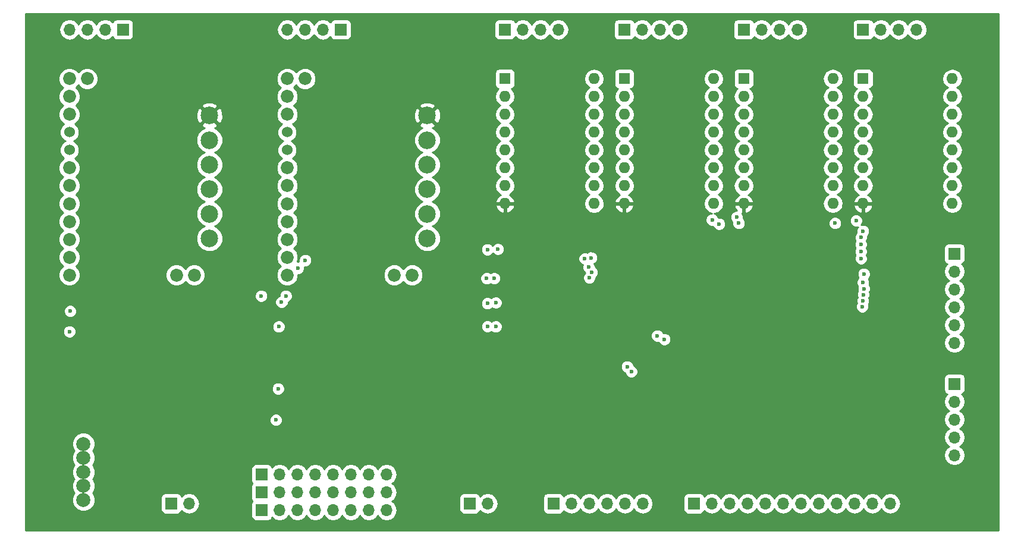
<source format=gbr>
G04 #@! TF.FileFunction,Copper,L2,Inr,Plane*
%FSLAX46Y46*%
G04 Gerber Fmt 4.6, Leading zero omitted, Abs format (unit mm)*
G04 Created by KiCad (PCBNEW 4.0.7) date 03/14/18 22:29:54*
%MOMM*%
%LPD*%
G01*
G04 APERTURE LIST*
%ADD10C,0.100000*%
%ADD11R,1.600000X1.600000*%
%ADD12O,1.600000X1.600000*%
%ADD13R,1.700000X1.700000*%
%ADD14O,1.700000X1.700000*%
%ADD15C,1.850000*%
%ADD16C,1.524000*%
%ADD17C,2.500000*%
%ADD18C,2.000000*%
%ADD19C,0.600000*%
%ADD20C,0.254000*%
G04 APERTURE END LIST*
D10*
D11*
X180000000Y-57000000D03*
D12*
X192700000Y-74780000D03*
X180000000Y-59540000D03*
X192700000Y-72240000D03*
X180000000Y-62080000D03*
X192700000Y-69700000D03*
X180000000Y-64620000D03*
X192700000Y-67160000D03*
X180000000Y-67160000D03*
X192700000Y-64620000D03*
X180000000Y-69700000D03*
X192700000Y-62080000D03*
X180000000Y-72240000D03*
X192700000Y-59540000D03*
X180000000Y-74780000D03*
X192700000Y-57000000D03*
D11*
X197000000Y-57000000D03*
D12*
X209700000Y-74780000D03*
X197000000Y-59540000D03*
X209700000Y-72240000D03*
X197000000Y-62080000D03*
X209700000Y-69700000D03*
X197000000Y-64620000D03*
X209700000Y-67160000D03*
X197000000Y-67160000D03*
X209700000Y-64620000D03*
X197000000Y-69700000D03*
X209700000Y-62080000D03*
X197000000Y-72240000D03*
X209700000Y-59540000D03*
X197000000Y-74780000D03*
X209700000Y-57000000D03*
D11*
X214000000Y-57000000D03*
D12*
X226700000Y-74780000D03*
X214000000Y-59540000D03*
X226700000Y-72240000D03*
X214000000Y-62080000D03*
X226700000Y-69700000D03*
X214000000Y-64620000D03*
X226700000Y-67160000D03*
X214000000Y-67160000D03*
X226700000Y-64620000D03*
X214000000Y-69700000D03*
X226700000Y-62080000D03*
X214000000Y-72240000D03*
X226700000Y-59540000D03*
X214000000Y-74780000D03*
X226700000Y-57000000D03*
D11*
X231000000Y-57000000D03*
D12*
X243700000Y-74780000D03*
X231000000Y-59540000D03*
X243700000Y-72240000D03*
X231000000Y-62080000D03*
X243700000Y-69700000D03*
X231000000Y-64620000D03*
X243700000Y-67160000D03*
X231000000Y-67160000D03*
X243700000Y-64620000D03*
X231000000Y-69700000D03*
X243700000Y-62080000D03*
X231000000Y-72240000D03*
X243700000Y-59540000D03*
X231000000Y-74780000D03*
X243700000Y-57000000D03*
D13*
X180000000Y-50000000D03*
D14*
X182540000Y-50000000D03*
X185080000Y-50000000D03*
X187620000Y-50000000D03*
D13*
X197000000Y-50000000D03*
D14*
X199540000Y-50000000D03*
X202080000Y-50000000D03*
X204620000Y-50000000D03*
D13*
X214000000Y-50000000D03*
D14*
X216540000Y-50000000D03*
X219080000Y-50000000D03*
X221620000Y-50000000D03*
D13*
X231000000Y-50000000D03*
D14*
X233540000Y-50000000D03*
X236080000Y-50000000D03*
X238620000Y-50000000D03*
D13*
X125620000Y-50000000D03*
D14*
X123080000Y-50000000D03*
X120540000Y-50000000D03*
X118000000Y-50000000D03*
D13*
X156620000Y-50000000D03*
D14*
X154080000Y-50000000D03*
X151540000Y-50000000D03*
X149000000Y-50000000D03*
D13*
X206920000Y-117500000D03*
D14*
X209460000Y-117500000D03*
X212000000Y-117500000D03*
X214540000Y-117500000D03*
X217080000Y-117500000D03*
X219620000Y-117500000D03*
X222160000Y-117500000D03*
X224700000Y-117500000D03*
X227240000Y-117500000D03*
X229780000Y-117500000D03*
X232320000Y-117500000D03*
X234860000Y-117500000D03*
D13*
X244000000Y-100460000D03*
D14*
X244000000Y-103000000D03*
X244000000Y-105540000D03*
X244000000Y-108080000D03*
X244000000Y-110620000D03*
D13*
X244000000Y-81920000D03*
D14*
X244000000Y-84460000D03*
X244000000Y-87000000D03*
X244000000Y-89540000D03*
X244000000Y-92080000D03*
X244000000Y-94620000D03*
D13*
X186920000Y-117500000D03*
D14*
X189460000Y-117500000D03*
X192000000Y-117500000D03*
X194540000Y-117500000D03*
X197080000Y-117500000D03*
X199620000Y-117500000D03*
D13*
X145380000Y-115900000D03*
D14*
X147920000Y-115900000D03*
X150460000Y-115900000D03*
X153000000Y-115900000D03*
X155540000Y-115900000D03*
X158080000Y-115900000D03*
X160620000Y-115900000D03*
X163160000Y-115900000D03*
D13*
X145380000Y-118440000D03*
D14*
X147920000Y-118440000D03*
X150460000Y-118440000D03*
X153000000Y-118440000D03*
X155540000Y-118440000D03*
X158080000Y-118440000D03*
X160620000Y-118440000D03*
X163160000Y-118440000D03*
D13*
X132500000Y-117500000D03*
D14*
X135040000Y-117500000D03*
D13*
X145380000Y-113360000D03*
D14*
X147920000Y-113360000D03*
X150460000Y-113360000D03*
X153000000Y-113360000D03*
X155540000Y-113360000D03*
X158080000Y-113360000D03*
X160620000Y-113360000D03*
X163160000Y-113360000D03*
D15*
X120540000Y-57000000D03*
X118000000Y-57000000D03*
X118000000Y-59541818D03*
X118000000Y-62083636D03*
D16*
X118000000Y-64625454D03*
X118000000Y-67167272D03*
D15*
X118000000Y-69709090D03*
X118000000Y-72250908D03*
X118000000Y-74792726D03*
X118000000Y-77334544D03*
X118000000Y-79876362D03*
X118000000Y-82418180D03*
X118000000Y-84959998D03*
D17*
X137940000Y-62250000D03*
X137940000Y-65750000D03*
X137940000Y-69250000D03*
X137940000Y-72750000D03*
X137940000Y-76250000D03*
X137940000Y-79750000D03*
D15*
X135780000Y-84959998D03*
X133240000Y-84959998D03*
X151540000Y-57000000D03*
X149000000Y-57000000D03*
X149000000Y-59541818D03*
X149000000Y-62083636D03*
D16*
X149000000Y-64625454D03*
X149000000Y-67167272D03*
D15*
X149000000Y-69709090D03*
X149000000Y-72250908D03*
X149000000Y-74792726D03*
X149000000Y-77334544D03*
X149000000Y-79876362D03*
X149000000Y-82418180D03*
X149000000Y-84959998D03*
D17*
X168940000Y-62250000D03*
X168940000Y-65750000D03*
X168940000Y-69250000D03*
X168940000Y-72750000D03*
X168940000Y-76250000D03*
X168940000Y-79750000D03*
D15*
X166780000Y-84959998D03*
X164240000Y-84959998D03*
D13*
X175000000Y-117500000D03*
D14*
X177540000Y-117500000D03*
D18*
X120000000Y-117000000D03*
X120000000Y-115000000D03*
X120000000Y-113000000D03*
X120000000Y-111000000D03*
X120000000Y-109000000D03*
D19*
X147400000Y-105600000D03*
X147700000Y-101150000D03*
X177400000Y-85434989D03*
X177504438Y-81324989D03*
X177500000Y-92275041D03*
X177500000Y-89000000D03*
D18*
X134000000Y-97000000D03*
X132000000Y-97000000D03*
X130000000Y-97000000D03*
X128000000Y-97250000D03*
X126000000Y-97250000D03*
D19*
X178484325Y-85434989D03*
X179000000Y-81275010D03*
X178700000Y-88900000D03*
X178700000Y-92300000D03*
X213000000Y-76700000D03*
X197400000Y-98000000D03*
X209500000Y-77100000D03*
X201700000Y-93600000D03*
X210500000Y-77700000D03*
X198000000Y-98700000D03*
X202700000Y-94100000D03*
X227000000Y-77574968D03*
X213300000Y-77574968D03*
X230000000Y-77200000D03*
X192300000Y-82500000D03*
X231000000Y-86000000D03*
X191358485Y-82619890D03*
X231100000Y-86900000D03*
X191932293Y-83850012D03*
X231041741Y-87748987D03*
X192376175Y-84574918D03*
X145300000Y-87935029D03*
X148800000Y-87935044D03*
X150500000Y-84000000D03*
X151578965Y-82852958D03*
X230985267Y-88597120D03*
X192026153Y-85349517D03*
X230882902Y-89440945D03*
X231000000Y-78700000D03*
X230700000Y-79600000D03*
X230700000Y-80600000D03*
X230699986Y-81600000D03*
X230700000Y-82600000D03*
X231100000Y-84800000D03*
X118000000Y-93000000D03*
X118100000Y-90100000D03*
X148200000Y-88800000D03*
X147799990Y-92300000D03*
D20*
G36*
X250290000Y-121290000D02*
X111710000Y-121290000D01*
X111710000Y-109323795D01*
X118364716Y-109323795D01*
X118613106Y-109924943D01*
X118687759Y-109999727D01*
X118614722Y-110072637D01*
X118365284Y-110673352D01*
X118364716Y-111323795D01*
X118613106Y-111924943D01*
X118687759Y-111999727D01*
X118614722Y-112072637D01*
X118365284Y-112673352D01*
X118364716Y-113323795D01*
X118613106Y-113924943D01*
X118687759Y-113999727D01*
X118614722Y-114072637D01*
X118365284Y-114673352D01*
X118364716Y-115323795D01*
X118613106Y-115924943D01*
X118687759Y-115999727D01*
X118614722Y-116072637D01*
X118365284Y-116673352D01*
X118364716Y-117323795D01*
X118613106Y-117924943D01*
X119072637Y-118385278D01*
X119673352Y-118634716D01*
X120323795Y-118635284D01*
X120924943Y-118386894D01*
X121385278Y-117927363D01*
X121634716Y-117326648D01*
X121635284Y-116676205D01*
X121624457Y-116650000D01*
X131002560Y-116650000D01*
X131002560Y-118350000D01*
X131046838Y-118585317D01*
X131185910Y-118801441D01*
X131398110Y-118946431D01*
X131650000Y-118997440D01*
X133350000Y-118997440D01*
X133585317Y-118953162D01*
X133801441Y-118814090D01*
X133946431Y-118601890D01*
X133960086Y-118534459D01*
X133989946Y-118579147D01*
X134471715Y-118901054D01*
X135040000Y-119014093D01*
X135608285Y-118901054D01*
X136090054Y-118579147D01*
X136411961Y-118097378D01*
X136525000Y-117529093D01*
X136525000Y-117470907D01*
X136411961Y-116902622D01*
X136090054Y-116420853D01*
X135608285Y-116098946D01*
X135040000Y-115985907D01*
X134471715Y-116098946D01*
X133989946Y-116420853D01*
X133962150Y-116462452D01*
X133953162Y-116414683D01*
X133814090Y-116198559D01*
X133601890Y-116053569D01*
X133350000Y-116002560D01*
X131650000Y-116002560D01*
X131414683Y-116046838D01*
X131198559Y-116185910D01*
X131053569Y-116398110D01*
X131002560Y-116650000D01*
X121624457Y-116650000D01*
X121386894Y-116075057D01*
X121312241Y-116000273D01*
X121385278Y-115927363D01*
X121634716Y-115326648D01*
X121635284Y-114676205D01*
X121386894Y-114075057D01*
X121312241Y-114000273D01*
X121385278Y-113927363D01*
X121634716Y-113326648D01*
X121635284Y-112676205D01*
X121566610Y-112510000D01*
X143882560Y-112510000D01*
X143882560Y-114210000D01*
X143926838Y-114445317D01*
X144047015Y-114632077D01*
X143933569Y-114798110D01*
X143882560Y-115050000D01*
X143882560Y-116750000D01*
X143926838Y-116985317D01*
X144047015Y-117172077D01*
X143933569Y-117338110D01*
X143882560Y-117590000D01*
X143882560Y-119290000D01*
X143926838Y-119525317D01*
X144065910Y-119741441D01*
X144278110Y-119886431D01*
X144530000Y-119937440D01*
X146230000Y-119937440D01*
X146465317Y-119893162D01*
X146681441Y-119754090D01*
X146826431Y-119541890D01*
X146840086Y-119474459D01*
X146869946Y-119519147D01*
X147351715Y-119841054D01*
X147920000Y-119954093D01*
X148488285Y-119841054D01*
X148970054Y-119519147D01*
X149190000Y-119189974D01*
X149409946Y-119519147D01*
X149891715Y-119841054D01*
X150460000Y-119954093D01*
X151028285Y-119841054D01*
X151510054Y-119519147D01*
X151730000Y-119189974D01*
X151949946Y-119519147D01*
X152431715Y-119841054D01*
X153000000Y-119954093D01*
X153568285Y-119841054D01*
X154050054Y-119519147D01*
X154270000Y-119189974D01*
X154489946Y-119519147D01*
X154971715Y-119841054D01*
X155540000Y-119954093D01*
X156108285Y-119841054D01*
X156590054Y-119519147D01*
X156810000Y-119189974D01*
X157029946Y-119519147D01*
X157511715Y-119841054D01*
X158080000Y-119954093D01*
X158648285Y-119841054D01*
X159130054Y-119519147D01*
X159350000Y-119189974D01*
X159569946Y-119519147D01*
X160051715Y-119841054D01*
X160620000Y-119954093D01*
X161188285Y-119841054D01*
X161670054Y-119519147D01*
X161890000Y-119189974D01*
X162109946Y-119519147D01*
X162591715Y-119841054D01*
X163160000Y-119954093D01*
X163728285Y-119841054D01*
X164210054Y-119519147D01*
X164531961Y-119037378D01*
X164645000Y-118469093D01*
X164645000Y-118410907D01*
X164531961Y-117842622D01*
X164210054Y-117360853D01*
X163924422Y-117170000D01*
X164210054Y-116979147D01*
X164429982Y-116650000D01*
X173502560Y-116650000D01*
X173502560Y-118350000D01*
X173546838Y-118585317D01*
X173685910Y-118801441D01*
X173898110Y-118946431D01*
X174150000Y-118997440D01*
X175850000Y-118997440D01*
X176085317Y-118953162D01*
X176301441Y-118814090D01*
X176446431Y-118601890D01*
X176460086Y-118534459D01*
X176489946Y-118579147D01*
X176971715Y-118901054D01*
X177540000Y-119014093D01*
X178108285Y-118901054D01*
X178590054Y-118579147D01*
X178911961Y-118097378D01*
X179025000Y-117529093D01*
X179025000Y-117470907D01*
X178911961Y-116902622D01*
X178743165Y-116650000D01*
X185422560Y-116650000D01*
X185422560Y-118350000D01*
X185466838Y-118585317D01*
X185605910Y-118801441D01*
X185818110Y-118946431D01*
X186070000Y-118997440D01*
X187770000Y-118997440D01*
X188005317Y-118953162D01*
X188221441Y-118814090D01*
X188366431Y-118601890D01*
X188380086Y-118534459D01*
X188409946Y-118579147D01*
X188891715Y-118901054D01*
X189460000Y-119014093D01*
X190028285Y-118901054D01*
X190510054Y-118579147D01*
X190730000Y-118249974D01*
X190949946Y-118579147D01*
X191431715Y-118901054D01*
X192000000Y-119014093D01*
X192568285Y-118901054D01*
X193050054Y-118579147D01*
X193270000Y-118249974D01*
X193489946Y-118579147D01*
X193971715Y-118901054D01*
X194540000Y-119014093D01*
X195108285Y-118901054D01*
X195590054Y-118579147D01*
X195810000Y-118249974D01*
X196029946Y-118579147D01*
X196511715Y-118901054D01*
X197080000Y-119014093D01*
X197648285Y-118901054D01*
X198130054Y-118579147D01*
X198350000Y-118249974D01*
X198569946Y-118579147D01*
X199051715Y-118901054D01*
X199620000Y-119014093D01*
X200188285Y-118901054D01*
X200670054Y-118579147D01*
X200991961Y-118097378D01*
X201105000Y-117529093D01*
X201105000Y-117470907D01*
X200991961Y-116902622D01*
X200823165Y-116650000D01*
X205422560Y-116650000D01*
X205422560Y-118350000D01*
X205466838Y-118585317D01*
X205605910Y-118801441D01*
X205818110Y-118946431D01*
X206070000Y-118997440D01*
X207770000Y-118997440D01*
X208005317Y-118953162D01*
X208221441Y-118814090D01*
X208366431Y-118601890D01*
X208380086Y-118534459D01*
X208409946Y-118579147D01*
X208891715Y-118901054D01*
X209460000Y-119014093D01*
X210028285Y-118901054D01*
X210510054Y-118579147D01*
X210730000Y-118249974D01*
X210949946Y-118579147D01*
X211431715Y-118901054D01*
X212000000Y-119014093D01*
X212568285Y-118901054D01*
X213050054Y-118579147D01*
X213270000Y-118249974D01*
X213489946Y-118579147D01*
X213971715Y-118901054D01*
X214540000Y-119014093D01*
X215108285Y-118901054D01*
X215590054Y-118579147D01*
X215810000Y-118249974D01*
X216029946Y-118579147D01*
X216511715Y-118901054D01*
X217080000Y-119014093D01*
X217648285Y-118901054D01*
X218130054Y-118579147D01*
X218350000Y-118249974D01*
X218569946Y-118579147D01*
X219051715Y-118901054D01*
X219620000Y-119014093D01*
X220188285Y-118901054D01*
X220670054Y-118579147D01*
X220890000Y-118249974D01*
X221109946Y-118579147D01*
X221591715Y-118901054D01*
X222160000Y-119014093D01*
X222728285Y-118901054D01*
X223210054Y-118579147D01*
X223430000Y-118249974D01*
X223649946Y-118579147D01*
X224131715Y-118901054D01*
X224700000Y-119014093D01*
X225268285Y-118901054D01*
X225750054Y-118579147D01*
X225970000Y-118249974D01*
X226189946Y-118579147D01*
X226671715Y-118901054D01*
X227240000Y-119014093D01*
X227808285Y-118901054D01*
X228290054Y-118579147D01*
X228510000Y-118249974D01*
X228729946Y-118579147D01*
X229211715Y-118901054D01*
X229780000Y-119014093D01*
X230348285Y-118901054D01*
X230830054Y-118579147D01*
X231050000Y-118249974D01*
X231269946Y-118579147D01*
X231751715Y-118901054D01*
X232320000Y-119014093D01*
X232888285Y-118901054D01*
X233370054Y-118579147D01*
X233590000Y-118249974D01*
X233809946Y-118579147D01*
X234291715Y-118901054D01*
X234860000Y-119014093D01*
X235428285Y-118901054D01*
X235910054Y-118579147D01*
X236231961Y-118097378D01*
X236345000Y-117529093D01*
X236345000Y-117470907D01*
X236231961Y-116902622D01*
X235910054Y-116420853D01*
X235428285Y-116098946D01*
X234860000Y-115985907D01*
X234291715Y-116098946D01*
X233809946Y-116420853D01*
X233590000Y-116750026D01*
X233370054Y-116420853D01*
X232888285Y-116098946D01*
X232320000Y-115985907D01*
X231751715Y-116098946D01*
X231269946Y-116420853D01*
X231050000Y-116750026D01*
X230830054Y-116420853D01*
X230348285Y-116098946D01*
X229780000Y-115985907D01*
X229211715Y-116098946D01*
X228729946Y-116420853D01*
X228510000Y-116750026D01*
X228290054Y-116420853D01*
X227808285Y-116098946D01*
X227240000Y-115985907D01*
X226671715Y-116098946D01*
X226189946Y-116420853D01*
X225970000Y-116750026D01*
X225750054Y-116420853D01*
X225268285Y-116098946D01*
X224700000Y-115985907D01*
X224131715Y-116098946D01*
X223649946Y-116420853D01*
X223430000Y-116750026D01*
X223210054Y-116420853D01*
X222728285Y-116098946D01*
X222160000Y-115985907D01*
X221591715Y-116098946D01*
X221109946Y-116420853D01*
X220890000Y-116750026D01*
X220670054Y-116420853D01*
X220188285Y-116098946D01*
X219620000Y-115985907D01*
X219051715Y-116098946D01*
X218569946Y-116420853D01*
X218350000Y-116750026D01*
X218130054Y-116420853D01*
X217648285Y-116098946D01*
X217080000Y-115985907D01*
X216511715Y-116098946D01*
X216029946Y-116420853D01*
X215810000Y-116750026D01*
X215590054Y-116420853D01*
X215108285Y-116098946D01*
X214540000Y-115985907D01*
X213971715Y-116098946D01*
X213489946Y-116420853D01*
X213270000Y-116750026D01*
X213050054Y-116420853D01*
X212568285Y-116098946D01*
X212000000Y-115985907D01*
X211431715Y-116098946D01*
X210949946Y-116420853D01*
X210730000Y-116750026D01*
X210510054Y-116420853D01*
X210028285Y-116098946D01*
X209460000Y-115985907D01*
X208891715Y-116098946D01*
X208409946Y-116420853D01*
X208382150Y-116462452D01*
X208373162Y-116414683D01*
X208234090Y-116198559D01*
X208021890Y-116053569D01*
X207770000Y-116002560D01*
X206070000Y-116002560D01*
X205834683Y-116046838D01*
X205618559Y-116185910D01*
X205473569Y-116398110D01*
X205422560Y-116650000D01*
X200823165Y-116650000D01*
X200670054Y-116420853D01*
X200188285Y-116098946D01*
X199620000Y-115985907D01*
X199051715Y-116098946D01*
X198569946Y-116420853D01*
X198350000Y-116750026D01*
X198130054Y-116420853D01*
X197648285Y-116098946D01*
X197080000Y-115985907D01*
X196511715Y-116098946D01*
X196029946Y-116420853D01*
X195810000Y-116750026D01*
X195590054Y-116420853D01*
X195108285Y-116098946D01*
X194540000Y-115985907D01*
X193971715Y-116098946D01*
X193489946Y-116420853D01*
X193270000Y-116750026D01*
X193050054Y-116420853D01*
X192568285Y-116098946D01*
X192000000Y-115985907D01*
X191431715Y-116098946D01*
X190949946Y-116420853D01*
X190730000Y-116750026D01*
X190510054Y-116420853D01*
X190028285Y-116098946D01*
X189460000Y-115985907D01*
X188891715Y-116098946D01*
X188409946Y-116420853D01*
X188382150Y-116462452D01*
X188373162Y-116414683D01*
X188234090Y-116198559D01*
X188021890Y-116053569D01*
X187770000Y-116002560D01*
X186070000Y-116002560D01*
X185834683Y-116046838D01*
X185618559Y-116185910D01*
X185473569Y-116398110D01*
X185422560Y-116650000D01*
X178743165Y-116650000D01*
X178590054Y-116420853D01*
X178108285Y-116098946D01*
X177540000Y-115985907D01*
X176971715Y-116098946D01*
X176489946Y-116420853D01*
X176462150Y-116462452D01*
X176453162Y-116414683D01*
X176314090Y-116198559D01*
X176101890Y-116053569D01*
X175850000Y-116002560D01*
X174150000Y-116002560D01*
X173914683Y-116046838D01*
X173698559Y-116185910D01*
X173553569Y-116398110D01*
X173502560Y-116650000D01*
X164429982Y-116650000D01*
X164531961Y-116497378D01*
X164645000Y-115929093D01*
X164645000Y-115870907D01*
X164531961Y-115302622D01*
X164210054Y-114820853D01*
X163924422Y-114630000D01*
X164210054Y-114439147D01*
X164531961Y-113957378D01*
X164645000Y-113389093D01*
X164645000Y-113330907D01*
X164531961Y-112762622D01*
X164210054Y-112280853D01*
X163728285Y-111958946D01*
X163160000Y-111845907D01*
X162591715Y-111958946D01*
X162109946Y-112280853D01*
X161890000Y-112610026D01*
X161670054Y-112280853D01*
X161188285Y-111958946D01*
X160620000Y-111845907D01*
X160051715Y-111958946D01*
X159569946Y-112280853D01*
X159350000Y-112610026D01*
X159130054Y-112280853D01*
X158648285Y-111958946D01*
X158080000Y-111845907D01*
X157511715Y-111958946D01*
X157029946Y-112280853D01*
X156810000Y-112610026D01*
X156590054Y-112280853D01*
X156108285Y-111958946D01*
X155540000Y-111845907D01*
X154971715Y-111958946D01*
X154489946Y-112280853D01*
X154270000Y-112610026D01*
X154050054Y-112280853D01*
X153568285Y-111958946D01*
X153000000Y-111845907D01*
X152431715Y-111958946D01*
X151949946Y-112280853D01*
X151730000Y-112610026D01*
X151510054Y-112280853D01*
X151028285Y-111958946D01*
X150460000Y-111845907D01*
X149891715Y-111958946D01*
X149409946Y-112280853D01*
X149190000Y-112610026D01*
X148970054Y-112280853D01*
X148488285Y-111958946D01*
X147920000Y-111845907D01*
X147351715Y-111958946D01*
X146869946Y-112280853D01*
X146842150Y-112322452D01*
X146833162Y-112274683D01*
X146694090Y-112058559D01*
X146481890Y-111913569D01*
X146230000Y-111862560D01*
X144530000Y-111862560D01*
X144294683Y-111906838D01*
X144078559Y-112045910D01*
X143933569Y-112258110D01*
X143882560Y-112510000D01*
X121566610Y-112510000D01*
X121386894Y-112075057D01*
X121312241Y-112000273D01*
X121385278Y-111927363D01*
X121634716Y-111326648D01*
X121635284Y-110676205D01*
X121386894Y-110075057D01*
X121312241Y-110000273D01*
X121385278Y-109927363D01*
X121634716Y-109326648D01*
X121635284Y-108676205D01*
X121386894Y-108075057D01*
X120927363Y-107614722D01*
X120326648Y-107365284D01*
X119676205Y-107364716D01*
X119075057Y-107613106D01*
X118614722Y-108072637D01*
X118365284Y-108673352D01*
X118364716Y-109323795D01*
X111710000Y-109323795D01*
X111710000Y-105785167D01*
X146464838Y-105785167D01*
X146606883Y-106128943D01*
X146869673Y-106392192D01*
X147213201Y-106534838D01*
X147585167Y-106535162D01*
X147928943Y-106393117D01*
X148192192Y-106130327D01*
X148334838Y-105786799D01*
X148335162Y-105414833D01*
X148193117Y-105071057D01*
X147930327Y-104807808D01*
X147586799Y-104665162D01*
X147214833Y-104664838D01*
X146871057Y-104806883D01*
X146607808Y-105069673D01*
X146465162Y-105413201D01*
X146464838Y-105785167D01*
X111710000Y-105785167D01*
X111710000Y-103000000D01*
X242485907Y-103000000D01*
X242598946Y-103568285D01*
X242920853Y-104050054D01*
X243250026Y-104270000D01*
X242920853Y-104489946D01*
X242598946Y-104971715D01*
X242485907Y-105540000D01*
X242598946Y-106108285D01*
X242920853Y-106590054D01*
X243250026Y-106810000D01*
X242920853Y-107029946D01*
X242598946Y-107511715D01*
X242485907Y-108080000D01*
X242598946Y-108648285D01*
X242920853Y-109130054D01*
X243250026Y-109350000D01*
X242920853Y-109569946D01*
X242598946Y-110051715D01*
X242485907Y-110620000D01*
X242598946Y-111188285D01*
X242920853Y-111670054D01*
X243402622Y-111991961D01*
X243970907Y-112105000D01*
X244029093Y-112105000D01*
X244597378Y-111991961D01*
X245079147Y-111670054D01*
X245401054Y-111188285D01*
X245514093Y-110620000D01*
X245401054Y-110051715D01*
X245079147Y-109569946D01*
X244749974Y-109350000D01*
X245079147Y-109130054D01*
X245401054Y-108648285D01*
X245514093Y-108080000D01*
X245401054Y-107511715D01*
X245079147Y-107029946D01*
X244749974Y-106810000D01*
X245079147Y-106590054D01*
X245401054Y-106108285D01*
X245514093Y-105540000D01*
X245401054Y-104971715D01*
X245079147Y-104489946D01*
X244749974Y-104270000D01*
X245079147Y-104050054D01*
X245401054Y-103568285D01*
X245514093Y-103000000D01*
X245401054Y-102431715D01*
X245079147Y-101949946D01*
X245037548Y-101922150D01*
X245085317Y-101913162D01*
X245301441Y-101774090D01*
X245446431Y-101561890D01*
X245497440Y-101310000D01*
X245497440Y-99610000D01*
X245453162Y-99374683D01*
X245314090Y-99158559D01*
X245101890Y-99013569D01*
X244850000Y-98962560D01*
X243150000Y-98962560D01*
X242914683Y-99006838D01*
X242698559Y-99145910D01*
X242553569Y-99358110D01*
X242502560Y-99610000D01*
X242502560Y-101310000D01*
X242546838Y-101545317D01*
X242685910Y-101761441D01*
X242898110Y-101906431D01*
X242965541Y-101920086D01*
X242920853Y-101949946D01*
X242598946Y-102431715D01*
X242485907Y-103000000D01*
X111710000Y-103000000D01*
X111710000Y-101335167D01*
X146764838Y-101335167D01*
X146906883Y-101678943D01*
X147169673Y-101942192D01*
X147513201Y-102084838D01*
X147885167Y-102085162D01*
X148228943Y-101943117D01*
X148492192Y-101680327D01*
X148634838Y-101336799D01*
X148635162Y-100964833D01*
X148493117Y-100621057D01*
X148230327Y-100357808D01*
X147886799Y-100215162D01*
X147514833Y-100214838D01*
X147171057Y-100356883D01*
X146907808Y-100619673D01*
X146765162Y-100963201D01*
X146764838Y-101335167D01*
X111710000Y-101335167D01*
X111710000Y-98185167D01*
X196464838Y-98185167D01*
X196606883Y-98528943D01*
X196869673Y-98792192D01*
X197064848Y-98873236D01*
X197064838Y-98885167D01*
X197206883Y-99228943D01*
X197469673Y-99492192D01*
X197813201Y-99634838D01*
X198185167Y-99635162D01*
X198528943Y-99493117D01*
X198792192Y-99230327D01*
X198934838Y-98886799D01*
X198935162Y-98514833D01*
X198793117Y-98171057D01*
X198530327Y-97907808D01*
X198335152Y-97826764D01*
X198335162Y-97814833D01*
X198193117Y-97471057D01*
X197930327Y-97207808D01*
X197586799Y-97065162D01*
X197214833Y-97064838D01*
X196871057Y-97206883D01*
X196607808Y-97469673D01*
X196465162Y-97813201D01*
X196464838Y-98185167D01*
X111710000Y-98185167D01*
X111710000Y-93185167D01*
X117064838Y-93185167D01*
X117206883Y-93528943D01*
X117469673Y-93792192D01*
X117813201Y-93934838D01*
X118185167Y-93935162D01*
X118528943Y-93793117D01*
X118536906Y-93785167D01*
X200764838Y-93785167D01*
X200906883Y-94128943D01*
X201169673Y-94392192D01*
X201513201Y-94534838D01*
X201868127Y-94535147D01*
X201906883Y-94628943D01*
X202169673Y-94892192D01*
X202513201Y-95034838D01*
X202885167Y-95035162D01*
X203228943Y-94893117D01*
X203492192Y-94630327D01*
X203634838Y-94286799D01*
X203635162Y-93914833D01*
X203493117Y-93571057D01*
X203230327Y-93307808D01*
X202886799Y-93165162D01*
X202531873Y-93164853D01*
X202493117Y-93071057D01*
X202230327Y-92807808D01*
X201886799Y-92665162D01*
X201514833Y-92664838D01*
X201171057Y-92806883D01*
X200907808Y-93069673D01*
X200765162Y-93413201D01*
X200764838Y-93785167D01*
X118536906Y-93785167D01*
X118792192Y-93530327D01*
X118934838Y-93186799D01*
X118935162Y-92814833D01*
X118798948Y-92485167D01*
X146864828Y-92485167D01*
X147006873Y-92828943D01*
X147269663Y-93092192D01*
X147613191Y-93234838D01*
X147985157Y-93235162D01*
X148328933Y-93093117D01*
X148592182Y-92830327D01*
X148734828Y-92486799D01*
X148734851Y-92460208D01*
X176564838Y-92460208D01*
X176706883Y-92803984D01*
X176969673Y-93067233D01*
X177313201Y-93209879D01*
X177685167Y-93210203D01*
X178028943Y-93068158D01*
X178087414Y-93009789D01*
X178169673Y-93092192D01*
X178513201Y-93234838D01*
X178885167Y-93235162D01*
X179228943Y-93093117D01*
X179492192Y-92830327D01*
X179634838Y-92486799D01*
X179635162Y-92114833D01*
X179493117Y-91771057D01*
X179230327Y-91507808D01*
X178886799Y-91365162D01*
X178514833Y-91364838D01*
X178171057Y-91506883D01*
X178112586Y-91565252D01*
X178030327Y-91482849D01*
X177686799Y-91340203D01*
X177314833Y-91339879D01*
X176971057Y-91481924D01*
X176707808Y-91744714D01*
X176565162Y-92088242D01*
X176564838Y-92460208D01*
X148734851Y-92460208D01*
X148735152Y-92114833D01*
X148593107Y-91771057D01*
X148330317Y-91507808D01*
X147986789Y-91365162D01*
X147614823Y-91364838D01*
X147271047Y-91506883D01*
X147007798Y-91769673D01*
X146865152Y-92113201D01*
X146864828Y-92485167D01*
X118798948Y-92485167D01*
X118793117Y-92471057D01*
X118530327Y-92207808D01*
X118186799Y-92065162D01*
X117814833Y-92064838D01*
X117471057Y-92206883D01*
X117207808Y-92469673D01*
X117065162Y-92813201D01*
X117064838Y-93185167D01*
X111710000Y-93185167D01*
X111710000Y-90285167D01*
X117164838Y-90285167D01*
X117306883Y-90628943D01*
X117569673Y-90892192D01*
X117913201Y-91034838D01*
X118285167Y-91035162D01*
X118628943Y-90893117D01*
X118892192Y-90630327D01*
X119034838Y-90286799D01*
X119035162Y-89914833D01*
X118893117Y-89571057D01*
X118630327Y-89307808D01*
X118286799Y-89165162D01*
X117914833Y-89164838D01*
X117571057Y-89306883D01*
X117307808Y-89569673D01*
X117165162Y-89913201D01*
X117164838Y-90285167D01*
X111710000Y-90285167D01*
X111710000Y-88985167D01*
X147264838Y-88985167D01*
X147406883Y-89328943D01*
X147669673Y-89592192D01*
X148013201Y-89734838D01*
X148385167Y-89735162D01*
X148728943Y-89593117D01*
X148992192Y-89330327D01*
X149052467Y-89185167D01*
X176564838Y-89185167D01*
X176706883Y-89528943D01*
X176969673Y-89792192D01*
X177313201Y-89934838D01*
X177685167Y-89935162D01*
X178028943Y-89793117D01*
X178149893Y-89672378D01*
X178169673Y-89692192D01*
X178513201Y-89834838D01*
X178885167Y-89835162D01*
X179228943Y-89693117D01*
X179296065Y-89626112D01*
X229947740Y-89626112D01*
X230089785Y-89969888D01*
X230352575Y-90233137D01*
X230696103Y-90375783D01*
X231068069Y-90376107D01*
X231411845Y-90234062D01*
X231675094Y-89971272D01*
X231817740Y-89627744D01*
X231818064Y-89255778D01*
X231768666Y-89136225D01*
X231777459Y-89127447D01*
X231920105Y-88783919D01*
X231920429Y-88411953D01*
X231849818Y-88241060D01*
X231976579Y-87935786D01*
X231976903Y-87563820D01*
X231907005Y-87394654D01*
X232034838Y-87086799D01*
X232035162Y-86714833D01*
X231893117Y-86371057D01*
X231868547Y-86346444D01*
X231934838Y-86186799D01*
X231935162Y-85814833D01*
X231793117Y-85471057D01*
X231772203Y-85450107D01*
X231892192Y-85330327D01*
X232034838Y-84986799D01*
X232035162Y-84614833D01*
X231971187Y-84460000D01*
X242485907Y-84460000D01*
X242598946Y-85028285D01*
X242920853Y-85510054D01*
X243250026Y-85730000D01*
X242920853Y-85949946D01*
X242598946Y-86431715D01*
X242485907Y-87000000D01*
X242598946Y-87568285D01*
X242920853Y-88050054D01*
X243250026Y-88270000D01*
X242920853Y-88489946D01*
X242598946Y-88971715D01*
X242485907Y-89540000D01*
X242598946Y-90108285D01*
X242920853Y-90590054D01*
X243250026Y-90810000D01*
X242920853Y-91029946D01*
X242598946Y-91511715D01*
X242485907Y-92080000D01*
X242598946Y-92648285D01*
X242920853Y-93130054D01*
X243250026Y-93350000D01*
X242920853Y-93569946D01*
X242598946Y-94051715D01*
X242485907Y-94620000D01*
X242598946Y-95188285D01*
X242920853Y-95670054D01*
X243402622Y-95991961D01*
X243970907Y-96105000D01*
X244029093Y-96105000D01*
X244597378Y-95991961D01*
X245079147Y-95670054D01*
X245401054Y-95188285D01*
X245514093Y-94620000D01*
X245401054Y-94051715D01*
X245079147Y-93569946D01*
X244749974Y-93350000D01*
X245079147Y-93130054D01*
X245401054Y-92648285D01*
X245514093Y-92080000D01*
X245401054Y-91511715D01*
X245079147Y-91029946D01*
X244749974Y-90810000D01*
X245079147Y-90590054D01*
X245401054Y-90108285D01*
X245514093Y-89540000D01*
X245401054Y-88971715D01*
X245079147Y-88489946D01*
X244749974Y-88270000D01*
X245079147Y-88050054D01*
X245401054Y-87568285D01*
X245514093Y-87000000D01*
X245401054Y-86431715D01*
X245079147Y-85949946D01*
X244749974Y-85730000D01*
X245079147Y-85510054D01*
X245401054Y-85028285D01*
X245514093Y-84460000D01*
X245401054Y-83891715D01*
X245079147Y-83409946D01*
X245037548Y-83382150D01*
X245085317Y-83373162D01*
X245301441Y-83234090D01*
X245446431Y-83021890D01*
X245497440Y-82770000D01*
X245497440Y-81070000D01*
X245453162Y-80834683D01*
X245314090Y-80618559D01*
X245101890Y-80473569D01*
X244850000Y-80422560D01*
X243150000Y-80422560D01*
X242914683Y-80466838D01*
X242698559Y-80605910D01*
X242553569Y-80818110D01*
X242502560Y-81070000D01*
X242502560Y-82770000D01*
X242546838Y-83005317D01*
X242685910Y-83221441D01*
X242898110Y-83366431D01*
X242965541Y-83380086D01*
X242920853Y-83409946D01*
X242598946Y-83891715D01*
X242485907Y-84460000D01*
X231971187Y-84460000D01*
X231893117Y-84271057D01*
X231630327Y-84007808D01*
X231286799Y-83865162D01*
X230914833Y-83864838D01*
X230571057Y-84006883D01*
X230307808Y-84269673D01*
X230165162Y-84613201D01*
X230164838Y-84985167D01*
X230306883Y-85328943D01*
X230327797Y-85349893D01*
X230207808Y-85469673D01*
X230065162Y-85813201D01*
X230064838Y-86185167D01*
X230206883Y-86528943D01*
X230231453Y-86553556D01*
X230165162Y-86713201D01*
X230164838Y-87085167D01*
X230234736Y-87254333D01*
X230106903Y-87562188D01*
X230106579Y-87934154D01*
X230177190Y-88105047D01*
X230050429Y-88410321D01*
X230050105Y-88782287D01*
X230099503Y-88901840D01*
X230090710Y-88910618D01*
X229948064Y-89254146D01*
X229947740Y-89626112D01*
X179296065Y-89626112D01*
X179492192Y-89430327D01*
X179634838Y-89086799D01*
X179635162Y-88714833D01*
X179493117Y-88371057D01*
X179230327Y-88107808D01*
X178886799Y-87965162D01*
X178514833Y-87964838D01*
X178171057Y-88106883D01*
X178050107Y-88227622D01*
X178030327Y-88207808D01*
X177686799Y-88065162D01*
X177314833Y-88064838D01*
X176971057Y-88206883D01*
X176707808Y-88469673D01*
X176565162Y-88813201D01*
X176564838Y-89185167D01*
X149052467Y-89185167D01*
X149134838Y-88986799D01*
X149134993Y-88808299D01*
X149328943Y-88728161D01*
X149592192Y-88465371D01*
X149734838Y-88121843D01*
X149735162Y-87749877D01*
X149593117Y-87406101D01*
X149330327Y-87142852D01*
X148986799Y-87000206D01*
X148614833Y-86999882D01*
X148271057Y-87141927D01*
X148007808Y-87404717D01*
X147865162Y-87748245D01*
X147865007Y-87926745D01*
X147671057Y-88006883D01*
X147407808Y-88269673D01*
X147265162Y-88613201D01*
X147264838Y-88985167D01*
X111710000Y-88985167D01*
X111710000Y-88120196D01*
X144364838Y-88120196D01*
X144506883Y-88463972D01*
X144769673Y-88727221D01*
X145113201Y-88869867D01*
X145485167Y-88870191D01*
X145828943Y-88728146D01*
X146092192Y-88465356D01*
X146234838Y-88121828D01*
X146235162Y-87749862D01*
X146093117Y-87406086D01*
X145830327Y-87142837D01*
X145486799Y-87000191D01*
X145114833Y-86999867D01*
X144771057Y-87141912D01*
X144507808Y-87404702D01*
X144365162Y-87748230D01*
X144364838Y-88120196D01*
X111710000Y-88120196D01*
X111710000Y-57308942D01*
X116439730Y-57308942D01*
X116676725Y-57882514D01*
X117064735Y-58271202D01*
X116678268Y-58656995D01*
X116440272Y-59230154D01*
X116439730Y-59850760D01*
X116676725Y-60424332D01*
X117064735Y-60813020D01*
X116678268Y-61198813D01*
X116440272Y-61771972D01*
X116439730Y-62392578D01*
X116676725Y-62966150D01*
X117115177Y-63405368D01*
X117206745Y-63443390D01*
X116816371Y-63833084D01*
X116603243Y-64346354D01*
X116602758Y-64902115D01*
X116814990Y-65415757D01*
X117207630Y-65809083D01*
X117417707Y-65896314D01*
X117209697Y-65982262D01*
X116816371Y-66374902D01*
X116603243Y-66888172D01*
X116602758Y-67443933D01*
X116814990Y-67957575D01*
X117205981Y-68349249D01*
X117117486Y-68385815D01*
X116678268Y-68824267D01*
X116440272Y-69397426D01*
X116439730Y-70018032D01*
X116676725Y-70591604D01*
X117064735Y-70980292D01*
X116678268Y-71366085D01*
X116440272Y-71939244D01*
X116439730Y-72559850D01*
X116676725Y-73133422D01*
X117064735Y-73522110D01*
X116678268Y-73907903D01*
X116440272Y-74481062D01*
X116439730Y-75101668D01*
X116676725Y-75675240D01*
X117064735Y-76063928D01*
X116678268Y-76449721D01*
X116440272Y-77022880D01*
X116439730Y-77643486D01*
X116676725Y-78217058D01*
X117064735Y-78605746D01*
X116678268Y-78991539D01*
X116440272Y-79564698D01*
X116439730Y-80185304D01*
X116676725Y-80758876D01*
X117064735Y-81147564D01*
X116678268Y-81533357D01*
X116440272Y-82106516D01*
X116439730Y-82727122D01*
X116676725Y-83300694D01*
X117064735Y-83689382D01*
X116678268Y-84075175D01*
X116440272Y-84648334D01*
X116439730Y-85268940D01*
X116676725Y-85842512D01*
X117115177Y-86281730D01*
X117688336Y-86519726D01*
X118308942Y-86520268D01*
X118882514Y-86283273D01*
X119321732Y-85844821D01*
X119559728Y-85271662D01*
X119559730Y-85268940D01*
X131679730Y-85268940D01*
X131916725Y-85842512D01*
X132355177Y-86281730D01*
X132928336Y-86519726D01*
X133548942Y-86520268D01*
X134122514Y-86283273D01*
X134510291Y-85896172D01*
X134895177Y-86281730D01*
X135468336Y-86519726D01*
X136088942Y-86520268D01*
X136662514Y-86283273D01*
X137101732Y-85844821D01*
X137339728Y-85271662D01*
X137340270Y-84651056D01*
X137103275Y-84077484D01*
X136664823Y-83638266D01*
X136091664Y-83400270D01*
X135471058Y-83399728D01*
X134897486Y-83636723D01*
X134509709Y-84023824D01*
X134124823Y-83638266D01*
X133551664Y-83400270D01*
X132931058Y-83399728D01*
X132357486Y-83636723D01*
X131918268Y-84075175D01*
X131680272Y-84648334D01*
X131679730Y-85268940D01*
X119559730Y-85268940D01*
X119560270Y-84651056D01*
X119323275Y-84077484D01*
X118935265Y-83688796D01*
X119321732Y-83303003D01*
X119559728Y-82729844D01*
X119560270Y-82109238D01*
X119323275Y-81535666D01*
X118935265Y-81146978D01*
X119321732Y-80761185D01*
X119559728Y-80188026D01*
X119560270Y-79567420D01*
X119323275Y-78993848D01*
X118935265Y-78605160D01*
X119321732Y-78219367D01*
X119559728Y-77646208D01*
X119560270Y-77025602D01*
X119323275Y-76452030D01*
X118935265Y-76063342D01*
X119321732Y-75677549D01*
X119559728Y-75104390D01*
X119560270Y-74483784D01*
X119323275Y-73910212D01*
X118935265Y-73521524D01*
X119321732Y-73135731D01*
X119559728Y-72562572D01*
X119560270Y-71941966D01*
X119323275Y-71368394D01*
X118935265Y-70979706D01*
X119321732Y-70593913D01*
X119559728Y-70020754D01*
X119560270Y-69400148D01*
X119323275Y-68826576D01*
X118884823Y-68387358D01*
X118793255Y-68349336D01*
X119183629Y-67959642D01*
X119396757Y-67446372D01*
X119397242Y-66890611D01*
X119185010Y-66376969D01*
X118931789Y-66123305D01*
X136054674Y-66123305D01*
X136341043Y-66816372D01*
X136870839Y-67347093D01*
X137239130Y-67500021D01*
X136873628Y-67651043D01*
X136342907Y-68180839D01*
X136055328Y-68873405D01*
X136054674Y-69623305D01*
X136341043Y-70316372D01*
X136870839Y-70847093D01*
X137239130Y-71000021D01*
X136873628Y-71151043D01*
X136342907Y-71680839D01*
X136055328Y-72373405D01*
X136054674Y-73123305D01*
X136341043Y-73816372D01*
X136870839Y-74347093D01*
X137239130Y-74500021D01*
X136873628Y-74651043D01*
X136342907Y-75180839D01*
X136055328Y-75873405D01*
X136054674Y-76623305D01*
X136341043Y-77316372D01*
X136870839Y-77847093D01*
X137239130Y-78000021D01*
X136873628Y-78151043D01*
X136342907Y-78680839D01*
X136055328Y-79373405D01*
X136054674Y-80123305D01*
X136341043Y-80816372D01*
X136870839Y-81347093D01*
X137563405Y-81634672D01*
X138313305Y-81635326D01*
X139006372Y-81348957D01*
X139537093Y-80819161D01*
X139824672Y-80126595D01*
X139825326Y-79376695D01*
X139538957Y-78683628D01*
X139009161Y-78152907D01*
X138640870Y-77999979D01*
X139006372Y-77848957D01*
X139537093Y-77319161D01*
X139824672Y-76626595D01*
X139825326Y-75876695D01*
X139538957Y-75183628D01*
X139009161Y-74652907D01*
X138640870Y-74499979D01*
X139006372Y-74348957D01*
X139537093Y-73819161D01*
X139824672Y-73126595D01*
X139825326Y-72376695D01*
X139538957Y-71683628D01*
X139009161Y-71152907D01*
X138640870Y-70999979D01*
X139006372Y-70848957D01*
X139537093Y-70319161D01*
X139824672Y-69626595D01*
X139825326Y-68876695D01*
X139538957Y-68183628D01*
X139009161Y-67652907D01*
X138640870Y-67499979D01*
X139006372Y-67348957D01*
X139537093Y-66819161D01*
X139824672Y-66126595D01*
X139825326Y-65376695D01*
X139538957Y-64683628D01*
X139009161Y-64152907D01*
X138653146Y-64005076D01*
X138964467Y-63876123D01*
X139093715Y-63583320D01*
X137940000Y-62429605D01*
X136786285Y-63583320D01*
X136915533Y-63876123D01*
X137239045Y-64000056D01*
X136873628Y-64151043D01*
X136342907Y-64680839D01*
X136055328Y-65373405D01*
X136054674Y-66123305D01*
X118931789Y-66123305D01*
X118792370Y-65983643D01*
X118582293Y-65896412D01*
X118790303Y-65810464D01*
X119183629Y-65417824D01*
X119396757Y-64904554D01*
X119397242Y-64348793D01*
X119185010Y-63835151D01*
X118794019Y-63443477D01*
X118882514Y-63406911D01*
X119321732Y-62968459D01*
X119559728Y-62395300D01*
X119560138Y-61925806D01*
X136045612Y-61925806D01*
X136065750Y-62675435D01*
X136313877Y-63274467D01*
X136606680Y-63403715D01*
X137760395Y-62250000D01*
X138119605Y-62250000D01*
X139273320Y-63403715D01*
X139566123Y-63274467D01*
X139834388Y-62574194D01*
X139814250Y-61824565D01*
X139566123Y-61225533D01*
X139273320Y-61096285D01*
X138119605Y-62250000D01*
X137760395Y-62250000D01*
X136606680Y-61096285D01*
X136313877Y-61225533D01*
X136045612Y-61925806D01*
X119560138Y-61925806D01*
X119560270Y-61774694D01*
X119323275Y-61201122D01*
X119039330Y-60916680D01*
X136786285Y-60916680D01*
X137940000Y-62070395D01*
X139093715Y-60916680D01*
X138964467Y-60623877D01*
X138264194Y-60355612D01*
X137514565Y-60375750D01*
X136915533Y-60623877D01*
X136786285Y-60916680D01*
X119039330Y-60916680D01*
X118935265Y-60812434D01*
X119321732Y-60426641D01*
X119559728Y-59853482D01*
X119560270Y-59232876D01*
X119323275Y-58659304D01*
X118935265Y-58270616D01*
X119270291Y-57936174D01*
X119655177Y-58321732D01*
X120228336Y-58559728D01*
X120848942Y-58560270D01*
X121422514Y-58323275D01*
X121861732Y-57884823D01*
X122099728Y-57311664D01*
X122099730Y-57308942D01*
X147439730Y-57308942D01*
X147676725Y-57882514D01*
X148064735Y-58271202D01*
X147678268Y-58656995D01*
X147440272Y-59230154D01*
X147439730Y-59850760D01*
X147676725Y-60424332D01*
X148064735Y-60813020D01*
X147678268Y-61198813D01*
X147440272Y-61771972D01*
X147439730Y-62392578D01*
X147676725Y-62966150D01*
X148115177Y-63405368D01*
X148206745Y-63443390D01*
X147816371Y-63833084D01*
X147603243Y-64346354D01*
X147602758Y-64902115D01*
X147814990Y-65415757D01*
X148207630Y-65809083D01*
X148417707Y-65896314D01*
X148209697Y-65982262D01*
X147816371Y-66374902D01*
X147603243Y-66888172D01*
X147602758Y-67443933D01*
X147814990Y-67957575D01*
X148205981Y-68349249D01*
X148117486Y-68385815D01*
X147678268Y-68824267D01*
X147440272Y-69397426D01*
X147439730Y-70018032D01*
X147676725Y-70591604D01*
X148064735Y-70980292D01*
X147678268Y-71366085D01*
X147440272Y-71939244D01*
X147439730Y-72559850D01*
X147676725Y-73133422D01*
X148064735Y-73522110D01*
X147678268Y-73907903D01*
X147440272Y-74481062D01*
X147439730Y-75101668D01*
X147676725Y-75675240D01*
X148064735Y-76063928D01*
X147678268Y-76449721D01*
X147440272Y-77022880D01*
X147439730Y-77643486D01*
X147676725Y-78217058D01*
X148064735Y-78605746D01*
X147678268Y-78991539D01*
X147440272Y-79564698D01*
X147439730Y-80185304D01*
X147676725Y-80758876D01*
X148064735Y-81147564D01*
X147678268Y-81533357D01*
X147440272Y-82106516D01*
X147439730Y-82727122D01*
X147676725Y-83300694D01*
X148064735Y-83689382D01*
X147678268Y-84075175D01*
X147440272Y-84648334D01*
X147439730Y-85268940D01*
X147676725Y-85842512D01*
X148115177Y-86281730D01*
X148688336Y-86519726D01*
X149308942Y-86520268D01*
X149882514Y-86283273D01*
X150321732Y-85844821D01*
X150559728Y-85271662D01*
X150559730Y-85268940D01*
X162679730Y-85268940D01*
X162916725Y-85842512D01*
X163355177Y-86281730D01*
X163928336Y-86519726D01*
X164548942Y-86520268D01*
X165122514Y-86283273D01*
X165510291Y-85896172D01*
X165895177Y-86281730D01*
X166468336Y-86519726D01*
X167088942Y-86520268D01*
X167662514Y-86283273D01*
X168101732Y-85844821D01*
X168195020Y-85620156D01*
X176464838Y-85620156D01*
X176606883Y-85963932D01*
X176869673Y-86227181D01*
X177213201Y-86369827D01*
X177585167Y-86370151D01*
X177928943Y-86228106D01*
X177941955Y-86215117D01*
X177953998Y-86227181D01*
X178297526Y-86369827D01*
X178669492Y-86370151D01*
X179013268Y-86228106D01*
X179276517Y-85965316D01*
X179419163Y-85621788D01*
X179419487Y-85249822D01*
X179277442Y-84906046D01*
X179014652Y-84642797D01*
X178671124Y-84500151D01*
X178299158Y-84499827D01*
X177955382Y-84641872D01*
X177942370Y-84654861D01*
X177930327Y-84642797D01*
X177586799Y-84500151D01*
X177214833Y-84499827D01*
X176871057Y-84641872D01*
X176607808Y-84904662D01*
X176465162Y-85248190D01*
X176464838Y-85620156D01*
X168195020Y-85620156D01*
X168339728Y-85271662D01*
X168340270Y-84651056D01*
X168103275Y-84077484D01*
X167664823Y-83638266D01*
X167091664Y-83400270D01*
X166471058Y-83399728D01*
X165897486Y-83636723D01*
X165509709Y-84023824D01*
X165124823Y-83638266D01*
X164551664Y-83400270D01*
X163931058Y-83399728D01*
X163357486Y-83636723D01*
X162918268Y-84075175D01*
X162680272Y-84648334D01*
X162679730Y-85268940D01*
X150559730Y-85268940D01*
X150560022Y-84935053D01*
X150685167Y-84935162D01*
X151028943Y-84793117D01*
X151292192Y-84530327D01*
X151434838Y-84186799D01*
X151435162Y-83814833D01*
X151424002Y-83787824D01*
X151764132Y-83788120D01*
X152107908Y-83646075D01*
X152371157Y-83383285D01*
X152513803Y-83039757D01*
X152514007Y-82805057D01*
X190423323Y-82805057D01*
X190565368Y-83148833D01*
X190828158Y-83412082D01*
X191061501Y-83508975D01*
X190997455Y-83663213D01*
X190997131Y-84035179D01*
X191139176Y-84378955D01*
X191401966Y-84642204D01*
X191408527Y-84644928D01*
X191233961Y-84819190D01*
X191091315Y-85162718D01*
X191090991Y-85534684D01*
X191233036Y-85878460D01*
X191495826Y-86141709D01*
X191839354Y-86284355D01*
X192211320Y-86284679D01*
X192555096Y-86142634D01*
X192818345Y-85879844D01*
X192960991Y-85536316D01*
X192961186Y-85312064D01*
X193168367Y-85105245D01*
X193311013Y-84761717D01*
X193311337Y-84389751D01*
X193169292Y-84045975D01*
X192906502Y-83782726D01*
X192867366Y-83766475D01*
X192867455Y-83664845D01*
X192730643Y-83333734D01*
X192828943Y-83293117D01*
X193092192Y-83030327D01*
X193234838Y-82686799D01*
X193235162Y-82314833D01*
X193093117Y-81971057D01*
X192830327Y-81707808D01*
X192486799Y-81565162D01*
X192114833Y-81564838D01*
X191771057Y-81706883D01*
X191720177Y-81757674D01*
X191545284Y-81685052D01*
X191173318Y-81684728D01*
X190829542Y-81826773D01*
X190566293Y-82089563D01*
X190423647Y-82433091D01*
X190423323Y-82805057D01*
X152514007Y-82805057D01*
X152514127Y-82667791D01*
X152372082Y-82324015D01*
X152109292Y-82060766D01*
X151765764Y-81918120D01*
X151393798Y-81917796D01*
X151050022Y-82059841D01*
X150786773Y-82322631D01*
X150644127Y-82666159D01*
X150643803Y-83038125D01*
X150654963Y-83065134D01*
X150420588Y-83064930D01*
X150559728Y-82729844D01*
X150560270Y-82109238D01*
X150323275Y-81535666D01*
X149935265Y-81146978D01*
X150321732Y-80761185D01*
X150559728Y-80188026D01*
X150560270Y-79567420D01*
X150323275Y-78993848D01*
X149935265Y-78605160D01*
X150321732Y-78219367D01*
X150559728Y-77646208D01*
X150560270Y-77025602D01*
X150323275Y-76452030D01*
X149935265Y-76063342D01*
X150321732Y-75677549D01*
X150559728Y-75104390D01*
X150560270Y-74483784D01*
X150323275Y-73910212D01*
X149935265Y-73521524D01*
X150321732Y-73135731D01*
X150559728Y-72562572D01*
X150560270Y-71941966D01*
X150323275Y-71368394D01*
X149935265Y-70979706D01*
X150321732Y-70593913D01*
X150559728Y-70020754D01*
X150560270Y-69400148D01*
X150323275Y-68826576D01*
X149884823Y-68387358D01*
X149793255Y-68349336D01*
X150183629Y-67959642D01*
X150396757Y-67446372D01*
X150397242Y-66890611D01*
X150185010Y-66376969D01*
X149931789Y-66123305D01*
X167054674Y-66123305D01*
X167341043Y-66816372D01*
X167870839Y-67347093D01*
X168239130Y-67500021D01*
X167873628Y-67651043D01*
X167342907Y-68180839D01*
X167055328Y-68873405D01*
X167054674Y-69623305D01*
X167341043Y-70316372D01*
X167870839Y-70847093D01*
X168239130Y-71000021D01*
X167873628Y-71151043D01*
X167342907Y-71680839D01*
X167055328Y-72373405D01*
X167054674Y-73123305D01*
X167341043Y-73816372D01*
X167870839Y-74347093D01*
X168239130Y-74500021D01*
X167873628Y-74651043D01*
X167342907Y-75180839D01*
X167055328Y-75873405D01*
X167054674Y-76623305D01*
X167341043Y-77316372D01*
X167870839Y-77847093D01*
X168239130Y-78000021D01*
X167873628Y-78151043D01*
X167342907Y-78680839D01*
X167055328Y-79373405D01*
X167054674Y-80123305D01*
X167341043Y-80816372D01*
X167870839Y-81347093D01*
X168563405Y-81634672D01*
X169313305Y-81635326D01*
X169616240Y-81510156D01*
X176569276Y-81510156D01*
X176711321Y-81853932D01*
X176974111Y-82117181D01*
X177317639Y-82259827D01*
X177689605Y-82260151D01*
X178033381Y-82118106D01*
X178277360Y-81874553D01*
X178469673Y-82067202D01*
X178813201Y-82209848D01*
X179185167Y-82210172D01*
X179528943Y-82068127D01*
X179792192Y-81805337D01*
X179934838Y-81461809D01*
X179935162Y-81089843D01*
X179793117Y-80746067D01*
X179530327Y-80482818D01*
X179186799Y-80340172D01*
X178814833Y-80339848D01*
X178471057Y-80481893D01*
X178227078Y-80725446D01*
X178034765Y-80532797D01*
X177691237Y-80390151D01*
X177319271Y-80389827D01*
X176975495Y-80531872D01*
X176712246Y-80794662D01*
X176569600Y-81138190D01*
X176569276Y-81510156D01*
X169616240Y-81510156D01*
X170006372Y-81348957D01*
X170537093Y-80819161D01*
X170824672Y-80126595D01*
X170825326Y-79376695D01*
X170538957Y-78683628D01*
X170009161Y-78152907D01*
X169640870Y-77999979D01*
X170006372Y-77848957D01*
X170537093Y-77319161D01*
X170824672Y-76626595D01*
X170825326Y-75876695D01*
X170538957Y-75183628D01*
X170484464Y-75129039D01*
X178608096Y-75129039D01*
X178768959Y-75517423D01*
X179144866Y-75932389D01*
X179650959Y-76171914D01*
X179873000Y-76050629D01*
X179873000Y-74907000D01*
X180127000Y-74907000D01*
X180127000Y-76050629D01*
X180349041Y-76171914D01*
X180855134Y-75932389D01*
X181231041Y-75517423D01*
X181391904Y-75129039D01*
X181269915Y-74907000D01*
X180127000Y-74907000D01*
X179873000Y-74907000D01*
X178730085Y-74907000D01*
X178608096Y-75129039D01*
X170484464Y-75129039D01*
X170009161Y-74652907D01*
X169640870Y-74499979D01*
X170006372Y-74348957D01*
X170537093Y-73819161D01*
X170824672Y-73126595D01*
X170825326Y-72376695D01*
X170538957Y-71683628D01*
X170009161Y-71152907D01*
X169640870Y-70999979D01*
X170006372Y-70848957D01*
X170537093Y-70319161D01*
X170824672Y-69626595D01*
X170825326Y-68876695D01*
X170538957Y-68183628D01*
X170009161Y-67652907D01*
X169640870Y-67499979D01*
X170006372Y-67348957D01*
X170537093Y-66819161D01*
X170824672Y-66126595D01*
X170825326Y-65376695D01*
X170538957Y-64683628D01*
X170009161Y-64152907D01*
X169653146Y-64005076D01*
X169964467Y-63876123D01*
X170093715Y-63583320D01*
X168940000Y-62429605D01*
X167786285Y-63583320D01*
X167915533Y-63876123D01*
X168239045Y-64000056D01*
X167873628Y-64151043D01*
X167342907Y-64680839D01*
X167055328Y-65373405D01*
X167054674Y-66123305D01*
X149931789Y-66123305D01*
X149792370Y-65983643D01*
X149582293Y-65896412D01*
X149790303Y-65810464D01*
X150183629Y-65417824D01*
X150396757Y-64904554D01*
X150397242Y-64348793D01*
X150185010Y-63835151D01*
X149794019Y-63443477D01*
X149882514Y-63406911D01*
X150321732Y-62968459D01*
X150559728Y-62395300D01*
X150560138Y-61925806D01*
X167045612Y-61925806D01*
X167065750Y-62675435D01*
X167313877Y-63274467D01*
X167606680Y-63403715D01*
X168760395Y-62250000D01*
X169119605Y-62250000D01*
X170273320Y-63403715D01*
X170566123Y-63274467D01*
X170834388Y-62574194D01*
X170814250Y-61824565D01*
X170566123Y-61225533D01*
X170273320Y-61096285D01*
X169119605Y-62250000D01*
X168760395Y-62250000D01*
X167606680Y-61096285D01*
X167313877Y-61225533D01*
X167045612Y-61925806D01*
X150560138Y-61925806D01*
X150560270Y-61774694D01*
X150323275Y-61201122D01*
X150039330Y-60916680D01*
X167786285Y-60916680D01*
X168940000Y-62070395D01*
X170093715Y-60916680D01*
X169964467Y-60623877D01*
X169264194Y-60355612D01*
X168514565Y-60375750D01*
X167915533Y-60623877D01*
X167786285Y-60916680D01*
X150039330Y-60916680D01*
X149935265Y-60812434D01*
X150321732Y-60426641D01*
X150559728Y-59853482D01*
X150560001Y-59540000D01*
X178536887Y-59540000D01*
X178646120Y-60089151D01*
X178957189Y-60554698D01*
X179339275Y-60810000D01*
X178957189Y-61065302D01*
X178646120Y-61530849D01*
X178536887Y-62080000D01*
X178646120Y-62629151D01*
X178957189Y-63094698D01*
X179339275Y-63350000D01*
X178957189Y-63605302D01*
X178646120Y-64070849D01*
X178536887Y-64620000D01*
X178646120Y-65169151D01*
X178957189Y-65634698D01*
X179339275Y-65890000D01*
X178957189Y-66145302D01*
X178646120Y-66610849D01*
X178536887Y-67160000D01*
X178646120Y-67709151D01*
X178957189Y-68174698D01*
X179339275Y-68430000D01*
X178957189Y-68685302D01*
X178646120Y-69150849D01*
X178536887Y-69700000D01*
X178646120Y-70249151D01*
X178957189Y-70714698D01*
X179339275Y-70970000D01*
X178957189Y-71225302D01*
X178646120Y-71690849D01*
X178536887Y-72240000D01*
X178646120Y-72789151D01*
X178957189Y-73254698D01*
X179361703Y-73524986D01*
X179144866Y-73627611D01*
X178768959Y-74042577D01*
X178608096Y-74430961D01*
X178730085Y-74653000D01*
X179873000Y-74653000D01*
X179873000Y-74633000D01*
X180127000Y-74633000D01*
X180127000Y-74653000D01*
X181269915Y-74653000D01*
X181391904Y-74430961D01*
X181231041Y-74042577D01*
X180855134Y-73627611D01*
X180638297Y-73524986D01*
X181042811Y-73254698D01*
X181353880Y-72789151D01*
X181463113Y-72240000D01*
X181353880Y-71690849D01*
X181042811Y-71225302D01*
X180660725Y-70970000D01*
X181042811Y-70714698D01*
X181353880Y-70249151D01*
X181463113Y-69700000D01*
X181353880Y-69150849D01*
X181042811Y-68685302D01*
X180660725Y-68430000D01*
X181042811Y-68174698D01*
X181353880Y-67709151D01*
X181463113Y-67160000D01*
X181353880Y-66610849D01*
X181042811Y-66145302D01*
X180660725Y-65890000D01*
X181042811Y-65634698D01*
X181353880Y-65169151D01*
X181463113Y-64620000D01*
X181353880Y-64070849D01*
X181042811Y-63605302D01*
X180660725Y-63350000D01*
X181042811Y-63094698D01*
X181353880Y-62629151D01*
X181463113Y-62080000D01*
X181353880Y-61530849D01*
X181042811Y-61065302D01*
X180660725Y-60810000D01*
X181042811Y-60554698D01*
X181353880Y-60089151D01*
X181463113Y-59540000D01*
X181353880Y-58990849D01*
X181042811Y-58525302D01*
X180898535Y-58428899D01*
X181035317Y-58403162D01*
X181251441Y-58264090D01*
X181396431Y-58051890D01*
X181447440Y-57800000D01*
X181447440Y-57000000D01*
X191236887Y-57000000D01*
X191346120Y-57549151D01*
X191657189Y-58014698D01*
X192039275Y-58270000D01*
X191657189Y-58525302D01*
X191346120Y-58990849D01*
X191236887Y-59540000D01*
X191346120Y-60089151D01*
X191657189Y-60554698D01*
X192039275Y-60810000D01*
X191657189Y-61065302D01*
X191346120Y-61530849D01*
X191236887Y-62080000D01*
X191346120Y-62629151D01*
X191657189Y-63094698D01*
X192039275Y-63350000D01*
X191657189Y-63605302D01*
X191346120Y-64070849D01*
X191236887Y-64620000D01*
X191346120Y-65169151D01*
X191657189Y-65634698D01*
X192039275Y-65890000D01*
X191657189Y-66145302D01*
X191346120Y-66610849D01*
X191236887Y-67160000D01*
X191346120Y-67709151D01*
X191657189Y-68174698D01*
X192039275Y-68430000D01*
X191657189Y-68685302D01*
X191346120Y-69150849D01*
X191236887Y-69700000D01*
X191346120Y-70249151D01*
X191657189Y-70714698D01*
X192039275Y-70970000D01*
X191657189Y-71225302D01*
X191346120Y-71690849D01*
X191236887Y-72240000D01*
X191346120Y-72789151D01*
X191657189Y-73254698D01*
X192039275Y-73510000D01*
X191657189Y-73765302D01*
X191346120Y-74230849D01*
X191236887Y-74780000D01*
X191346120Y-75329151D01*
X191657189Y-75794698D01*
X192122736Y-76105767D01*
X192671887Y-76215000D01*
X192728113Y-76215000D01*
X193277264Y-76105767D01*
X193742811Y-75794698D01*
X194053880Y-75329151D01*
X194093684Y-75129039D01*
X195608096Y-75129039D01*
X195768959Y-75517423D01*
X196144866Y-75932389D01*
X196650959Y-76171914D01*
X196873000Y-76050629D01*
X196873000Y-74907000D01*
X197127000Y-74907000D01*
X197127000Y-76050629D01*
X197349041Y-76171914D01*
X197855134Y-75932389D01*
X198231041Y-75517423D01*
X198391904Y-75129039D01*
X198269915Y-74907000D01*
X197127000Y-74907000D01*
X196873000Y-74907000D01*
X195730085Y-74907000D01*
X195608096Y-75129039D01*
X194093684Y-75129039D01*
X194163113Y-74780000D01*
X194053880Y-74230849D01*
X193742811Y-73765302D01*
X193360725Y-73510000D01*
X193742811Y-73254698D01*
X194053880Y-72789151D01*
X194163113Y-72240000D01*
X194053880Y-71690849D01*
X193742811Y-71225302D01*
X193360725Y-70970000D01*
X193742811Y-70714698D01*
X194053880Y-70249151D01*
X194163113Y-69700000D01*
X194053880Y-69150849D01*
X193742811Y-68685302D01*
X193360725Y-68430000D01*
X193742811Y-68174698D01*
X194053880Y-67709151D01*
X194163113Y-67160000D01*
X194053880Y-66610849D01*
X193742811Y-66145302D01*
X193360725Y-65890000D01*
X193742811Y-65634698D01*
X194053880Y-65169151D01*
X194163113Y-64620000D01*
X194053880Y-64070849D01*
X193742811Y-63605302D01*
X193360725Y-63350000D01*
X193742811Y-63094698D01*
X194053880Y-62629151D01*
X194163113Y-62080000D01*
X194053880Y-61530849D01*
X193742811Y-61065302D01*
X193360725Y-60810000D01*
X193742811Y-60554698D01*
X194053880Y-60089151D01*
X194163113Y-59540000D01*
X195536887Y-59540000D01*
X195646120Y-60089151D01*
X195957189Y-60554698D01*
X196339275Y-60810000D01*
X195957189Y-61065302D01*
X195646120Y-61530849D01*
X195536887Y-62080000D01*
X195646120Y-62629151D01*
X195957189Y-63094698D01*
X196339275Y-63350000D01*
X195957189Y-63605302D01*
X195646120Y-64070849D01*
X195536887Y-64620000D01*
X195646120Y-65169151D01*
X195957189Y-65634698D01*
X196339275Y-65890000D01*
X195957189Y-66145302D01*
X195646120Y-66610849D01*
X195536887Y-67160000D01*
X195646120Y-67709151D01*
X195957189Y-68174698D01*
X196339275Y-68430000D01*
X195957189Y-68685302D01*
X195646120Y-69150849D01*
X195536887Y-69700000D01*
X195646120Y-70249151D01*
X195957189Y-70714698D01*
X196339275Y-70970000D01*
X195957189Y-71225302D01*
X195646120Y-71690849D01*
X195536887Y-72240000D01*
X195646120Y-72789151D01*
X195957189Y-73254698D01*
X196361703Y-73524986D01*
X196144866Y-73627611D01*
X195768959Y-74042577D01*
X195608096Y-74430961D01*
X195730085Y-74653000D01*
X196873000Y-74653000D01*
X196873000Y-74633000D01*
X197127000Y-74633000D01*
X197127000Y-74653000D01*
X198269915Y-74653000D01*
X198391904Y-74430961D01*
X198231041Y-74042577D01*
X197855134Y-73627611D01*
X197638297Y-73524986D01*
X198042811Y-73254698D01*
X198353880Y-72789151D01*
X198463113Y-72240000D01*
X198353880Y-71690849D01*
X198042811Y-71225302D01*
X197660725Y-70970000D01*
X198042811Y-70714698D01*
X198353880Y-70249151D01*
X198463113Y-69700000D01*
X198353880Y-69150849D01*
X198042811Y-68685302D01*
X197660725Y-68430000D01*
X198042811Y-68174698D01*
X198353880Y-67709151D01*
X198463113Y-67160000D01*
X198353880Y-66610849D01*
X198042811Y-66145302D01*
X197660725Y-65890000D01*
X198042811Y-65634698D01*
X198353880Y-65169151D01*
X198463113Y-64620000D01*
X198353880Y-64070849D01*
X198042811Y-63605302D01*
X197660725Y-63350000D01*
X198042811Y-63094698D01*
X198353880Y-62629151D01*
X198463113Y-62080000D01*
X198353880Y-61530849D01*
X198042811Y-61065302D01*
X197660725Y-60810000D01*
X198042811Y-60554698D01*
X198353880Y-60089151D01*
X198463113Y-59540000D01*
X198353880Y-58990849D01*
X198042811Y-58525302D01*
X197898535Y-58428899D01*
X198035317Y-58403162D01*
X198251441Y-58264090D01*
X198396431Y-58051890D01*
X198447440Y-57800000D01*
X198447440Y-57000000D01*
X208236887Y-57000000D01*
X208346120Y-57549151D01*
X208657189Y-58014698D01*
X209039275Y-58270000D01*
X208657189Y-58525302D01*
X208346120Y-58990849D01*
X208236887Y-59540000D01*
X208346120Y-60089151D01*
X208657189Y-60554698D01*
X209039275Y-60810000D01*
X208657189Y-61065302D01*
X208346120Y-61530849D01*
X208236887Y-62080000D01*
X208346120Y-62629151D01*
X208657189Y-63094698D01*
X209039275Y-63350000D01*
X208657189Y-63605302D01*
X208346120Y-64070849D01*
X208236887Y-64620000D01*
X208346120Y-65169151D01*
X208657189Y-65634698D01*
X209039275Y-65890000D01*
X208657189Y-66145302D01*
X208346120Y-66610849D01*
X208236887Y-67160000D01*
X208346120Y-67709151D01*
X208657189Y-68174698D01*
X209039275Y-68430000D01*
X208657189Y-68685302D01*
X208346120Y-69150849D01*
X208236887Y-69700000D01*
X208346120Y-70249151D01*
X208657189Y-70714698D01*
X209039275Y-70970000D01*
X208657189Y-71225302D01*
X208346120Y-71690849D01*
X208236887Y-72240000D01*
X208346120Y-72789151D01*
X208657189Y-73254698D01*
X209039275Y-73510000D01*
X208657189Y-73765302D01*
X208346120Y-74230849D01*
X208236887Y-74780000D01*
X208346120Y-75329151D01*
X208657189Y-75794698D01*
X209122736Y-76105767D01*
X209420167Y-76164930D01*
X209314833Y-76164838D01*
X208971057Y-76306883D01*
X208707808Y-76569673D01*
X208565162Y-76913201D01*
X208564838Y-77285167D01*
X208706883Y-77628943D01*
X208969673Y-77892192D01*
X209313201Y-78034838D01*
X209626794Y-78035111D01*
X209706883Y-78228943D01*
X209969673Y-78492192D01*
X210313201Y-78634838D01*
X210685167Y-78635162D01*
X211028943Y-78493117D01*
X211292192Y-78230327D01*
X211434838Y-77886799D01*
X211435162Y-77514833D01*
X211293117Y-77171057D01*
X211030327Y-76907808D01*
X210975802Y-76885167D01*
X212064838Y-76885167D01*
X212206883Y-77228943D01*
X212365359Y-77387695D01*
X212365162Y-77388169D01*
X212364838Y-77760135D01*
X212506883Y-78103911D01*
X212769673Y-78367160D01*
X213113201Y-78509806D01*
X213485167Y-78510130D01*
X213828943Y-78368085D01*
X214092192Y-78105295D01*
X214234838Y-77761767D01*
X214234839Y-77760135D01*
X226064838Y-77760135D01*
X226206883Y-78103911D01*
X226469673Y-78367160D01*
X226813201Y-78509806D01*
X227185167Y-78510130D01*
X227528943Y-78368085D01*
X227792192Y-78105295D01*
X227934838Y-77761767D01*
X227935162Y-77389801D01*
X227933248Y-77385167D01*
X229064838Y-77385167D01*
X229206883Y-77728943D01*
X229469673Y-77992192D01*
X229813201Y-78134838D01*
X230185167Y-78135162D01*
X230282784Y-78094827D01*
X230207808Y-78169673D01*
X230065162Y-78513201D01*
X230064838Y-78885167D01*
X230072956Y-78904813D01*
X229907808Y-79069673D01*
X229765162Y-79413201D01*
X229764838Y-79785167D01*
X229895069Y-80100351D01*
X229765162Y-80413201D01*
X229764838Y-80785167D01*
X229895062Y-81100334D01*
X229765148Y-81413201D01*
X229764824Y-81785167D01*
X229895062Y-82100368D01*
X229765162Y-82413201D01*
X229764838Y-82785167D01*
X229906883Y-83128943D01*
X230169673Y-83392192D01*
X230513201Y-83534838D01*
X230885167Y-83535162D01*
X231228943Y-83393117D01*
X231492192Y-83130327D01*
X231634838Y-82786799D01*
X231635162Y-82414833D01*
X231504924Y-82099632D01*
X231634824Y-81786799D01*
X231635148Y-81414833D01*
X231504924Y-81099666D01*
X231634838Y-80786799D01*
X231635162Y-80414833D01*
X231504931Y-80099649D01*
X231634838Y-79786799D01*
X231635162Y-79414833D01*
X231627044Y-79395187D01*
X231792192Y-79230327D01*
X231934838Y-78886799D01*
X231935162Y-78514833D01*
X231793117Y-78171057D01*
X231530327Y-77907808D01*
X231186799Y-77765162D01*
X230814833Y-77764838D01*
X230717216Y-77805173D01*
X230792192Y-77730327D01*
X230934838Y-77386799D01*
X230935162Y-77014833D01*
X230793117Y-76671057D01*
X230530327Y-76407808D01*
X230186799Y-76265162D01*
X229814833Y-76264838D01*
X229471057Y-76406883D01*
X229207808Y-76669673D01*
X229065162Y-77013201D01*
X229064838Y-77385167D01*
X227933248Y-77385167D01*
X227793117Y-77046025D01*
X227530327Y-76782776D01*
X227186799Y-76640130D01*
X226814833Y-76639806D01*
X226471057Y-76781851D01*
X226207808Y-77044641D01*
X226065162Y-77388169D01*
X226064838Y-77760135D01*
X214234839Y-77760135D01*
X214235162Y-77389801D01*
X214093117Y-77046025D01*
X213934641Y-76887273D01*
X213934838Y-76886799D01*
X213935162Y-76514833D01*
X213793117Y-76171057D01*
X213743508Y-76121361D01*
X213873000Y-76050629D01*
X213873000Y-74907000D01*
X214127000Y-74907000D01*
X214127000Y-76050629D01*
X214349041Y-76171914D01*
X214855134Y-75932389D01*
X215231041Y-75517423D01*
X215391904Y-75129039D01*
X215269915Y-74907000D01*
X214127000Y-74907000D01*
X213873000Y-74907000D01*
X212730085Y-74907000D01*
X212608096Y-75129039D01*
X212768959Y-75517423D01*
X212993227Y-75764993D01*
X212814833Y-75764838D01*
X212471057Y-75906883D01*
X212207808Y-76169673D01*
X212065162Y-76513201D01*
X212064838Y-76885167D01*
X210975802Y-76885167D01*
X210686799Y-76765162D01*
X210373206Y-76764889D01*
X210293117Y-76571057D01*
X210030327Y-76307808D01*
X209781329Y-76204415D01*
X210277264Y-76105767D01*
X210742811Y-75794698D01*
X211053880Y-75329151D01*
X211163113Y-74780000D01*
X211053880Y-74230849D01*
X210742811Y-73765302D01*
X210360725Y-73510000D01*
X210742811Y-73254698D01*
X211053880Y-72789151D01*
X211163113Y-72240000D01*
X211053880Y-71690849D01*
X210742811Y-71225302D01*
X210360725Y-70970000D01*
X210742811Y-70714698D01*
X211053880Y-70249151D01*
X211163113Y-69700000D01*
X211053880Y-69150849D01*
X210742811Y-68685302D01*
X210360725Y-68430000D01*
X210742811Y-68174698D01*
X211053880Y-67709151D01*
X211163113Y-67160000D01*
X211053880Y-66610849D01*
X210742811Y-66145302D01*
X210360725Y-65890000D01*
X210742811Y-65634698D01*
X211053880Y-65169151D01*
X211163113Y-64620000D01*
X211053880Y-64070849D01*
X210742811Y-63605302D01*
X210360725Y-63350000D01*
X210742811Y-63094698D01*
X211053880Y-62629151D01*
X211163113Y-62080000D01*
X211053880Y-61530849D01*
X210742811Y-61065302D01*
X210360725Y-60810000D01*
X210742811Y-60554698D01*
X211053880Y-60089151D01*
X211163113Y-59540000D01*
X212536887Y-59540000D01*
X212646120Y-60089151D01*
X212957189Y-60554698D01*
X213339275Y-60810000D01*
X212957189Y-61065302D01*
X212646120Y-61530849D01*
X212536887Y-62080000D01*
X212646120Y-62629151D01*
X212957189Y-63094698D01*
X213339275Y-63350000D01*
X212957189Y-63605302D01*
X212646120Y-64070849D01*
X212536887Y-64620000D01*
X212646120Y-65169151D01*
X212957189Y-65634698D01*
X213339275Y-65890000D01*
X212957189Y-66145302D01*
X212646120Y-66610849D01*
X212536887Y-67160000D01*
X212646120Y-67709151D01*
X212957189Y-68174698D01*
X213339275Y-68430000D01*
X212957189Y-68685302D01*
X212646120Y-69150849D01*
X212536887Y-69700000D01*
X212646120Y-70249151D01*
X212957189Y-70714698D01*
X213339275Y-70970000D01*
X212957189Y-71225302D01*
X212646120Y-71690849D01*
X212536887Y-72240000D01*
X212646120Y-72789151D01*
X212957189Y-73254698D01*
X213361703Y-73524986D01*
X213144866Y-73627611D01*
X212768959Y-74042577D01*
X212608096Y-74430961D01*
X212730085Y-74653000D01*
X213873000Y-74653000D01*
X213873000Y-74633000D01*
X214127000Y-74633000D01*
X214127000Y-74653000D01*
X215269915Y-74653000D01*
X215391904Y-74430961D01*
X215231041Y-74042577D01*
X214855134Y-73627611D01*
X214638297Y-73524986D01*
X215042811Y-73254698D01*
X215353880Y-72789151D01*
X215463113Y-72240000D01*
X215353880Y-71690849D01*
X215042811Y-71225302D01*
X214660725Y-70970000D01*
X215042811Y-70714698D01*
X215353880Y-70249151D01*
X215463113Y-69700000D01*
X215353880Y-69150849D01*
X215042811Y-68685302D01*
X214660725Y-68430000D01*
X215042811Y-68174698D01*
X215353880Y-67709151D01*
X215463113Y-67160000D01*
X215353880Y-66610849D01*
X215042811Y-66145302D01*
X214660725Y-65890000D01*
X215042811Y-65634698D01*
X215353880Y-65169151D01*
X215463113Y-64620000D01*
X215353880Y-64070849D01*
X215042811Y-63605302D01*
X214660725Y-63350000D01*
X215042811Y-63094698D01*
X215353880Y-62629151D01*
X215463113Y-62080000D01*
X215353880Y-61530849D01*
X215042811Y-61065302D01*
X214660725Y-60810000D01*
X215042811Y-60554698D01*
X215353880Y-60089151D01*
X215463113Y-59540000D01*
X215353880Y-58990849D01*
X215042811Y-58525302D01*
X214898535Y-58428899D01*
X215035317Y-58403162D01*
X215251441Y-58264090D01*
X215396431Y-58051890D01*
X215447440Y-57800000D01*
X215447440Y-57000000D01*
X225236887Y-57000000D01*
X225346120Y-57549151D01*
X225657189Y-58014698D01*
X226039275Y-58270000D01*
X225657189Y-58525302D01*
X225346120Y-58990849D01*
X225236887Y-59540000D01*
X225346120Y-60089151D01*
X225657189Y-60554698D01*
X226039275Y-60810000D01*
X225657189Y-61065302D01*
X225346120Y-61530849D01*
X225236887Y-62080000D01*
X225346120Y-62629151D01*
X225657189Y-63094698D01*
X226039275Y-63350000D01*
X225657189Y-63605302D01*
X225346120Y-64070849D01*
X225236887Y-64620000D01*
X225346120Y-65169151D01*
X225657189Y-65634698D01*
X226039275Y-65890000D01*
X225657189Y-66145302D01*
X225346120Y-66610849D01*
X225236887Y-67160000D01*
X225346120Y-67709151D01*
X225657189Y-68174698D01*
X226039275Y-68430000D01*
X225657189Y-68685302D01*
X225346120Y-69150849D01*
X225236887Y-69700000D01*
X225346120Y-70249151D01*
X225657189Y-70714698D01*
X226039275Y-70970000D01*
X225657189Y-71225302D01*
X225346120Y-71690849D01*
X225236887Y-72240000D01*
X225346120Y-72789151D01*
X225657189Y-73254698D01*
X226039275Y-73510000D01*
X225657189Y-73765302D01*
X225346120Y-74230849D01*
X225236887Y-74780000D01*
X225346120Y-75329151D01*
X225657189Y-75794698D01*
X226122736Y-76105767D01*
X226671887Y-76215000D01*
X226728113Y-76215000D01*
X227277264Y-76105767D01*
X227742811Y-75794698D01*
X228053880Y-75329151D01*
X228093684Y-75129039D01*
X229608096Y-75129039D01*
X229768959Y-75517423D01*
X230144866Y-75932389D01*
X230650959Y-76171914D01*
X230873000Y-76050629D01*
X230873000Y-74907000D01*
X231127000Y-74907000D01*
X231127000Y-76050629D01*
X231349041Y-76171914D01*
X231855134Y-75932389D01*
X232231041Y-75517423D01*
X232391904Y-75129039D01*
X232269915Y-74907000D01*
X231127000Y-74907000D01*
X230873000Y-74907000D01*
X229730085Y-74907000D01*
X229608096Y-75129039D01*
X228093684Y-75129039D01*
X228163113Y-74780000D01*
X228053880Y-74230849D01*
X227742811Y-73765302D01*
X227360725Y-73510000D01*
X227742811Y-73254698D01*
X228053880Y-72789151D01*
X228163113Y-72240000D01*
X228053880Y-71690849D01*
X227742811Y-71225302D01*
X227360725Y-70970000D01*
X227742811Y-70714698D01*
X228053880Y-70249151D01*
X228163113Y-69700000D01*
X228053880Y-69150849D01*
X227742811Y-68685302D01*
X227360725Y-68430000D01*
X227742811Y-68174698D01*
X228053880Y-67709151D01*
X228163113Y-67160000D01*
X228053880Y-66610849D01*
X227742811Y-66145302D01*
X227360725Y-65890000D01*
X227742811Y-65634698D01*
X228053880Y-65169151D01*
X228163113Y-64620000D01*
X228053880Y-64070849D01*
X227742811Y-63605302D01*
X227360725Y-63350000D01*
X227742811Y-63094698D01*
X228053880Y-62629151D01*
X228163113Y-62080000D01*
X228053880Y-61530849D01*
X227742811Y-61065302D01*
X227360725Y-60810000D01*
X227742811Y-60554698D01*
X228053880Y-60089151D01*
X228163113Y-59540000D01*
X229536887Y-59540000D01*
X229646120Y-60089151D01*
X229957189Y-60554698D01*
X230339275Y-60810000D01*
X229957189Y-61065302D01*
X229646120Y-61530849D01*
X229536887Y-62080000D01*
X229646120Y-62629151D01*
X229957189Y-63094698D01*
X230339275Y-63350000D01*
X229957189Y-63605302D01*
X229646120Y-64070849D01*
X229536887Y-64620000D01*
X229646120Y-65169151D01*
X229957189Y-65634698D01*
X230339275Y-65890000D01*
X229957189Y-66145302D01*
X229646120Y-66610849D01*
X229536887Y-67160000D01*
X229646120Y-67709151D01*
X229957189Y-68174698D01*
X230339275Y-68430000D01*
X229957189Y-68685302D01*
X229646120Y-69150849D01*
X229536887Y-69700000D01*
X229646120Y-70249151D01*
X229957189Y-70714698D01*
X230339275Y-70970000D01*
X229957189Y-71225302D01*
X229646120Y-71690849D01*
X229536887Y-72240000D01*
X229646120Y-72789151D01*
X229957189Y-73254698D01*
X230361703Y-73524986D01*
X230144866Y-73627611D01*
X229768959Y-74042577D01*
X229608096Y-74430961D01*
X229730085Y-74653000D01*
X230873000Y-74653000D01*
X230873000Y-74633000D01*
X231127000Y-74633000D01*
X231127000Y-74653000D01*
X232269915Y-74653000D01*
X232391904Y-74430961D01*
X232231041Y-74042577D01*
X231855134Y-73627611D01*
X231638297Y-73524986D01*
X232042811Y-73254698D01*
X232353880Y-72789151D01*
X232463113Y-72240000D01*
X232353880Y-71690849D01*
X232042811Y-71225302D01*
X231660725Y-70970000D01*
X232042811Y-70714698D01*
X232353880Y-70249151D01*
X232463113Y-69700000D01*
X232353880Y-69150849D01*
X232042811Y-68685302D01*
X231660725Y-68430000D01*
X232042811Y-68174698D01*
X232353880Y-67709151D01*
X232463113Y-67160000D01*
X232353880Y-66610849D01*
X232042811Y-66145302D01*
X231660725Y-65890000D01*
X232042811Y-65634698D01*
X232353880Y-65169151D01*
X232463113Y-64620000D01*
X232353880Y-64070849D01*
X232042811Y-63605302D01*
X231660725Y-63350000D01*
X232042811Y-63094698D01*
X232353880Y-62629151D01*
X232463113Y-62080000D01*
X232353880Y-61530849D01*
X232042811Y-61065302D01*
X231660725Y-60810000D01*
X232042811Y-60554698D01*
X232353880Y-60089151D01*
X232463113Y-59540000D01*
X232353880Y-58990849D01*
X232042811Y-58525302D01*
X231898535Y-58428899D01*
X232035317Y-58403162D01*
X232251441Y-58264090D01*
X232396431Y-58051890D01*
X232447440Y-57800000D01*
X232447440Y-57000000D01*
X242236887Y-57000000D01*
X242346120Y-57549151D01*
X242657189Y-58014698D01*
X243039275Y-58270000D01*
X242657189Y-58525302D01*
X242346120Y-58990849D01*
X242236887Y-59540000D01*
X242346120Y-60089151D01*
X242657189Y-60554698D01*
X243039275Y-60810000D01*
X242657189Y-61065302D01*
X242346120Y-61530849D01*
X242236887Y-62080000D01*
X242346120Y-62629151D01*
X242657189Y-63094698D01*
X243039275Y-63350000D01*
X242657189Y-63605302D01*
X242346120Y-64070849D01*
X242236887Y-64620000D01*
X242346120Y-65169151D01*
X242657189Y-65634698D01*
X243039275Y-65890000D01*
X242657189Y-66145302D01*
X242346120Y-66610849D01*
X242236887Y-67160000D01*
X242346120Y-67709151D01*
X242657189Y-68174698D01*
X243039275Y-68430000D01*
X242657189Y-68685302D01*
X242346120Y-69150849D01*
X242236887Y-69700000D01*
X242346120Y-70249151D01*
X242657189Y-70714698D01*
X243039275Y-70970000D01*
X242657189Y-71225302D01*
X242346120Y-71690849D01*
X242236887Y-72240000D01*
X242346120Y-72789151D01*
X242657189Y-73254698D01*
X243039275Y-73510000D01*
X242657189Y-73765302D01*
X242346120Y-74230849D01*
X242236887Y-74780000D01*
X242346120Y-75329151D01*
X242657189Y-75794698D01*
X243122736Y-76105767D01*
X243671887Y-76215000D01*
X243728113Y-76215000D01*
X244277264Y-76105767D01*
X244742811Y-75794698D01*
X245053880Y-75329151D01*
X245163113Y-74780000D01*
X245053880Y-74230849D01*
X244742811Y-73765302D01*
X244360725Y-73510000D01*
X244742811Y-73254698D01*
X245053880Y-72789151D01*
X245163113Y-72240000D01*
X245053880Y-71690849D01*
X244742811Y-71225302D01*
X244360725Y-70970000D01*
X244742811Y-70714698D01*
X245053880Y-70249151D01*
X245163113Y-69700000D01*
X245053880Y-69150849D01*
X244742811Y-68685302D01*
X244360725Y-68430000D01*
X244742811Y-68174698D01*
X245053880Y-67709151D01*
X245163113Y-67160000D01*
X245053880Y-66610849D01*
X244742811Y-66145302D01*
X244360725Y-65890000D01*
X244742811Y-65634698D01*
X245053880Y-65169151D01*
X245163113Y-64620000D01*
X245053880Y-64070849D01*
X244742811Y-63605302D01*
X244360725Y-63350000D01*
X244742811Y-63094698D01*
X245053880Y-62629151D01*
X245163113Y-62080000D01*
X245053880Y-61530849D01*
X244742811Y-61065302D01*
X244360725Y-60810000D01*
X244742811Y-60554698D01*
X245053880Y-60089151D01*
X245163113Y-59540000D01*
X245053880Y-58990849D01*
X244742811Y-58525302D01*
X244360725Y-58270000D01*
X244742811Y-58014698D01*
X245053880Y-57549151D01*
X245163113Y-57000000D01*
X245053880Y-56450849D01*
X244742811Y-55985302D01*
X244277264Y-55674233D01*
X243728113Y-55565000D01*
X243671887Y-55565000D01*
X243122736Y-55674233D01*
X242657189Y-55985302D01*
X242346120Y-56450849D01*
X242236887Y-57000000D01*
X232447440Y-57000000D01*
X232447440Y-56200000D01*
X232403162Y-55964683D01*
X232264090Y-55748559D01*
X232051890Y-55603569D01*
X231800000Y-55552560D01*
X230200000Y-55552560D01*
X229964683Y-55596838D01*
X229748559Y-55735910D01*
X229603569Y-55948110D01*
X229552560Y-56200000D01*
X229552560Y-57800000D01*
X229596838Y-58035317D01*
X229735910Y-58251441D01*
X229948110Y-58396431D01*
X230103089Y-58427815D01*
X229957189Y-58525302D01*
X229646120Y-58990849D01*
X229536887Y-59540000D01*
X228163113Y-59540000D01*
X228053880Y-58990849D01*
X227742811Y-58525302D01*
X227360725Y-58270000D01*
X227742811Y-58014698D01*
X228053880Y-57549151D01*
X228163113Y-57000000D01*
X228053880Y-56450849D01*
X227742811Y-55985302D01*
X227277264Y-55674233D01*
X226728113Y-55565000D01*
X226671887Y-55565000D01*
X226122736Y-55674233D01*
X225657189Y-55985302D01*
X225346120Y-56450849D01*
X225236887Y-57000000D01*
X215447440Y-57000000D01*
X215447440Y-56200000D01*
X215403162Y-55964683D01*
X215264090Y-55748559D01*
X215051890Y-55603569D01*
X214800000Y-55552560D01*
X213200000Y-55552560D01*
X212964683Y-55596838D01*
X212748559Y-55735910D01*
X212603569Y-55948110D01*
X212552560Y-56200000D01*
X212552560Y-57800000D01*
X212596838Y-58035317D01*
X212735910Y-58251441D01*
X212948110Y-58396431D01*
X213103089Y-58427815D01*
X212957189Y-58525302D01*
X212646120Y-58990849D01*
X212536887Y-59540000D01*
X211163113Y-59540000D01*
X211053880Y-58990849D01*
X210742811Y-58525302D01*
X210360725Y-58270000D01*
X210742811Y-58014698D01*
X211053880Y-57549151D01*
X211163113Y-57000000D01*
X211053880Y-56450849D01*
X210742811Y-55985302D01*
X210277264Y-55674233D01*
X209728113Y-55565000D01*
X209671887Y-55565000D01*
X209122736Y-55674233D01*
X208657189Y-55985302D01*
X208346120Y-56450849D01*
X208236887Y-57000000D01*
X198447440Y-57000000D01*
X198447440Y-56200000D01*
X198403162Y-55964683D01*
X198264090Y-55748559D01*
X198051890Y-55603569D01*
X197800000Y-55552560D01*
X196200000Y-55552560D01*
X195964683Y-55596838D01*
X195748559Y-55735910D01*
X195603569Y-55948110D01*
X195552560Y-56200000D01*
X195552560Y-57800000D01*
X195596838Y-58035317D01*
X195735910Y-58251441D01*
X195948110Y-58396431D01*
X196103089Y-58427815D01*
X195957189Y-58525302D01*
X195646120Y-58990849D01*
X195536887Y-59540000D01*
X194163113Y-59540000D01*
X194053880Y-58990849D01*
X193742811Y-58525302D01*
X193360725Y-58270000D01*
X193742811Y-58014698D01*
X194053880Y-57549151D01*
X194163113Y-57000000D01*
X194053880Y-56450849D01*
X193742811Y-55985302D01*
X193277264Y-55674233D01*
X192728113Y-55565000D01*
X192671887Y-55565000D01*
X192122736Y-55674233D01*
X191657189Y-55985302D01*
X191346120Y-56450849D01*
X191236887Y-57000000D01*
X181447440Y-57000000D01*
X181447440Y-56200000D01*
X181403162Y-55964683D01*
X181264090Y-55748559D01*
X181051890Y-55603569D01*
X180800000Y-55552560D01*
X179200000Y-55552560D01*
X178964683Y-55596838D01*
X178748559Y-55735910D01*
X178603569Y-55948110D01*
X178552560Y-56200000D01*
X178552560Y-57800000D01*
X178596838Y-58035317D01*
X178735910Y-58251441D01*
X178948110Y-58396431D01*
X179103089Y-58427815D01*
X178957189Y-58525302D01*
X178646120Y-58990849D01*
X178536887Y-59540000D01*
X150560001Y-59540000D01*
X150560270Y-59232876D01*
X150323275Y-58659304D01*
X149935265Y-58270616D01*
X150270291Y-57936174D01*
X150655177Y-58321732D01*
X151228336Y-58559728D01*
X151848942Y-58560270D01*
X152422514Y-58323275D01*
X152861732Y-57884823D01*
X153099728Y-57311664D01*
X153100270Y-56691058D01*
X152863275Y-56117486D01*
X152424823Y-55678268D01*
X151851664Y-55440272D01*
X151231058Y-55439730D01*
X150657486Y-55676725D01*
X150269709Y-56063826D01*
X149884823Y-55678268D01*
X149311664Y-55440272D01*
X148691058Y-55439730D01*
X148117486Y-55676725D01*
X147678268Y-56115177D01*
X147440272Y-56688336D01*
X147439730Y-57308942D01*
X122099730Y-57308942D01*
X122100270Y-56691058D01*
X121863275Y-56117486D01*
X121424823Y-55678268D01*
X120851664Y-55440272D01*
X120231058Y-55439730D01*
X119657486Y-55676725D01*
X119269709Y-56063826D01*
X118884823Y-55678268D01*
X118311664Y-55440272D01*
X117691058Y-55439730D01*
X117117486Y-55676725D01*
X116678268Y-56115177D01*
X116440272Y-56688336D01*
X116439730Y-57308942D01*
X111710000Y-57308942D01*
X111710000Y-49970907D01*
X116515000Y-49970907D01*
X116515000Y-50029093D01*
X116628039Y-50597378D01*
X116949946Y-51079147D01*
X117431715Y-51401054D01*
X118000000Y-51514093D01*
X118568285Y-51401054D01*
X119050054Y-51079147D01*
X119270000Y-50749974D01*
X119489946Y-51079147D01*
X119971715Y-51401054D01*
X120540000Y-51514093D01*
X121108285Y-51401054D01*
X121590054Y-51079147D01*
X121810000Y-50749974D01*
X122029946Y-51079147D01*
X122511715Y-51401054D01*
X123080000Y-51514093D01*
X123648285Y-51401054D01*
X124130054Y-51079147D01*
X124157850Y-51037548D01*
X124166838Y-51085317D01*
X124305910Y-51301441D01*
X124518110Y-51446431D01*
X124770000Y-51497440D01*
X126470000Y-51497440D01*
X126705317Y-51453162D01*
X126921441Y-51314090D01*
X127066431Y-51101890D01*
X127117440Y-50850000D01*
X127117440Y-49970907D01*
X147515000Y-49970907D01*
X147515000Y-50029093D01*
X147628039Y-50597378D01*
X147949946Y-51079147D01*
X148431715Y-51401054D01*
X149000000Y-51514093D01*
X149568285Y-51401054D01*
X150050054Y-51079147D01*
X150270000Y-50749974D01*
X150489946Y-51079147D01*
X150971715Y-51401054D01*
X151540000Y-51514093D01*
X152108285Y-51401054D01*
X152590054Y-51079147D01*
X152810000Y-50749974D01*
X153029946Y-51079147D01*
X153511715Y-51401054D01*
X154080000Y-51514093D01*
X154648285Y-51401054D01*
X155130054Y-51079147D01*
X155157850Y-51037548D01*
X155166838Y-51085317D01*
X155305910Y-51301441D01*
X155518110Y-51446431D01*
X155770000Y-51497440D01*
X157470000Y-51497440D01*
X157705317Y-51453162D01*
X157921441Y-51314090D01*
X158066431Y-51101890D01*
X158117440Y-50850000D01*
X158117440Y-49150000D01*
X178502560Y-49150000D01*
X178502560Y-50850000D01*
X178546838Y-51085317D01*
X178685910Y-51301441D01*
X178898110Y-51446431D01*
X179150000Y-51497440D01*
X180850000Y-51497440D01*
X181085317Y-51453162D01*
X181301441Y-51314090D01*
X181446431Y-51101890D01*
X181460086Y-51034459D01*
X181489946Y-51079147D01*
X181971715Y-51401054D01*
X182540000Y-51514093D01*
X183108285Y-51401054D01*
X183590054Y-51079147D01*
X183810000Y-50749974D01*
X184029946Y-51079147D01*
X184511715Y-51401054D01*
X185080000Y-51514093D01*
X185648285Y-51401054D01*
X186130054Y-51079147D01*
X186350000Y-50749974D01*
X186569946Y-51079147D01*
X187051715Y-51401054D01*
X187620000Y-51514093D01*
X188188285Y-51401054D01*
X188670054Y-51079147D01*
X188991961Y-50597378D01*
X189105000Y-50029093D01*
X189105000Y-49970907D01*
X188991961Y-49402622D01*
X188823165Y-49150000D01*
X195502560Y-49150000D01*
X195502560Y-50850000D01*
X195546838Y-51085317D01*
X195685910Y-51301441D01*
X195898110Y-51446431D01*
X196150000Y-51497440D01*
X197850000Y-51497440D01*
X198085317Y-51453162D01*
X198301441Y-51314090D01*
X198446431Y-51101890D01*
X198460086Y-51034459D01*
X198489946Y-51079147D01*
X198971715Y-51401054D01*
X199540000Y-51514093D01*
X200108285Y-51401054D01*
X200590054Y-51079147D01*
X200810000Y-50749974D01*
X201029946Y-51079147D01*
X201511715Y-51401054D01*
X202080000Y-51514093D01*
X202648285Y-51401054D01*
X203130054Y-51079147D01*
X203350000Y-50749974D01*
X203569946Y-51079147D01*
X204051715Y-51401054D01*
X204620000Y-51514093D01*
X205188285Y-51401054D01*
X205670054Y-51079147D01*
X205991961Y-50597378D01*
X206105000Y-50029093D01*
X206105000Y-49970907D01*
X205991961Y-49402622D01*
X205823165Y-49150000D01*
X212502560Y-49150000D01*
X212502560Y-50850000D01*
X212546838Y-51085317D01*
X212685910Y-51301441D01*
X212898110Y-51446431D01*
X213150000Y-51497440D01*
X214850000Y-51497440D01*
X215085317Y-51453162D01*
X215301441Y-51314090D01*
X215446431Y-51101890D01*
X215460086Y-51034459D01*
X215489946Y-51079147D01*
X215971715Y-51401054D01*
X216540000Y-51514093D01*
X217108285Y-51401054D01*
X217590054Y-51079147D01*
X217810000Y-50749974D01*
X218029946Y-51079147D01*
X218511715Y-51401054D01*
X219080000Y-51514093D01*
X219648285Y-51401054D01*
X220130054Y-51079147D01*
X220350000Y-50749974D01*
X220569946Y-51079147D01*
X221051715Y-51401054D01*
X221620000Y-51514093D01*
X222188285Y-51401054D01*
X222670054Y-51079147D01*
X222991961Y-50597378D01*
X223105000Y-50029093D01*
X223105000Y-49970907D01*
X222991961Y-49402622D01*
X222823165Y-49150000D01*
X229502560Y-49150000D01*
X229502560Y-50850000D01*
X229546838Y-51085317D01*
X229685910Y-51301441D01*
X229898110Y-51446431D01*
X230150000Y-51497440D01*
X231850000Y-51497440D01*
X232085317Y-51453162D01*
X232301441Y-51314090D01*
X232446431Y-51101890D01*
X232460086Y-51034459D01*
X232489946Y-51079147D01*
X232971715Y-51401054D01*
X233540000Y-51514093D01*
X234108285Y-51401054D01*
X234590054Y-51079147D01*
X234810000Y-50749974D01*
X235029946Y-51079147D01*
X235511715Y-51401054D01*
X236080000Y-51514093D01*
X236648285Y-51401054D01*
X237130054Y-51079147D01*
X237350000Y-50749974D01*
X237569946Y-51079147D01*
X238051715Y-51401054D01*
X238620000Y-51514093D01*
X239188285Y-51401054D01*
X239670054Y-51079147D01*
X239991961Y-50597378D01*
X240105000Y-50029093D01*
X240105000Y-49970907D01*
X239991961Y-49402622D01*
X239670054Y-48920853D01*
X239188285Y-48598946D01*
X238620000Y-48485907D01*
X238051715Y-48598946D01*
X237569946Y-48920853D01*
X237350000Y-49250026D01*
X237130054Y-48920853D01*
X236648285Y-48598946D01*
X236080000Y-48485907D01*
X235511715Y-48598946D01*
X235029946Y-48920853D01*
X234810000Y-49250026D01*
X234590054Y-48920853D01*
X234108285Y-48598946D01*
X233540000Y-48485907D01*
X232971715Y-48598946D01*
X232489946Y-48920853D01*
X232462150Y-48962452D01*
X232453162Y-48914683D01*
X232314090Y-48698559D01*
X232101890Y-48553569D01*
X231850000Y-48502560D01*
X230150000Y-48502560D01*
X229914683Y-48546838D01*
X229698559Y-48685910D01*
X229553569Y-48898110D01*
X229502560Y-49150000D01*
X222823165Y-49150000D01*
X222670054Y-48920853D01*
X222188285Y-48598946D01*
X221620000Y-48485907D01*
X221051715Y-48598946D01*
X220569946Y-48920853D01*
X220350000Y-49250026D01*
X220130054Y-48920853D01*
X219648285Y-48598946D01*
X219080000Y-48485907D01*
X218511715Y-48598946D01*
X218029946Y-48920853D01*
X217810000Y-49250026D01*
X217590054Y-48920853D01*
X217108285Y-48598946D01*
X216540000Y-48485907D01*
X215971715Y-48598946D01*
X215489946Y-48920853D01*
X215462150Y-48962452D01*
X215453162Y-48914683D01*
X215314090Y-48698559D01*
X215101890Y-48553569D01*
X214850000Y-48502560D01*
X213150000Y-48502560D01*
X212914683Y-48546838D01*
X212698559Y-48685910D01*
X212553569Y-48898110D01*
X212502560Y-49150000D01*
X205823165Y-49150000D01*
X205670054Y-48920853D01*
X205188285Y-48598946D01*
X204620000Y-48485907D01*
X204051715Y-48598946D01*
X203569946Y-48920853D01*
X203350000Y-49250026D01*
X203130054Y-48920853D01*
X202648285Y-48598946D01*
X202080000Y-48485907D01*
X201511715Y-48598946D01*
X201029946Y-48920853D01*
X200810000Y-49250026D01*
X200590054Y-48920853D01*
X200108285Y-48598946D01*
X199540000Y-48485907D01*
X198971715Y-48598946D01*
X198489946Y-48920853D01*
X198462150Y-48962452D01*
X198453162Y-48914683D01*
X198314090Y-48698559D01*
X198101890Y-48553569D01*
X197850000Y-48502560D01*
X196150000Y-48502560D01*
X195914683Y-48546838D01*
X195698559Y-48685910D01*
X195553569Y-48898110D01*
X195502560Y-49150000D01*
X188823165Y-49150000D01*
X188670054Y-48920853D01*
X188188285Y-48598946D01*
X187620000Y-48485907D01*
X187051715Y-48598946D01*
X186569946Y-48920853D01*
X186350000Y-49250026D01*
X186130054Y-48920853D01*
X185648285Y-48598946D01*
X185080000Y-48485907D01*
X184511715Y-48598946D01*
X184029946Y-48920853D01*
X183810000Y-49250026D01*
X183590054Y-48920853D01*
X183108285Y-48598946D01*
X182540000Y-48485907D01*
X181971715Y-48598946D01*
X181489946Y-48920853D01*
X181462150Y-48962452D01*
X181453162Y-48914683D01*
X181314090Y-48698559D01*
X181101890Y-48553569D01*
X180850000Y-48502560D01*
X179150000Y-48502560D01*
X178914683Y-48546838D01*
X178698559Y-48685910D01*
X178553569Y-48898110D01*
X178502560Y-49150000D01*
X158117440Y-49150000D01*
X158073162Y-48914683D01*
X157934090Y-48698559D01*
X157721890Y-48553569D01*
X157470000Y-48502560D01*
X155770000Y-48502560D01*
X155534683Y-48546838D01*
X155318559Y-48685910D01*
X155173569Y-48898110D01*
X155159914Y-48965541D01*
X155130054Y-48920853D01*
X154648285Y-48598946D01*
X154080000Y-48485907D01*
X153511715Y-48598946D01*
X153029946Y-48920853D01*
X152810000Y-49250026D01*
X152590054Y-48920853D01*
X152108285Y-48598946D01*
X151540000Y-48485907D01*
X150971715Y-48598946D01*
X150489946Y-48920853D01*
X150270000Y-49250026D01*
X150050054Y-48920853D01*
X149568285Y-48598946D01*
X149000000Y-48485907D01*
X148431715Y-48598946D01*
X147949946Y-48920853D01*
X147628039Y-49402622D01*
X147515000Y-49970907D01*
X127117440Y-49970907D01*
X127117440Y-49150000D01*
X127073162Y-48914683D01*
X126934090Y-48698559D01*
X126721890Y-48553569D01*
X126470000Y-48502560D01*
X124770000Y-48502560D01*
X124534683Y-48546838D01*
X124318559Y-48685910D01*
X124173569Y-48898110D01*
X124159914Y-48965541D01*
X124130054Y-48920853D01*
X123648285Y-48598946D01*
X123080000Y-48485907D01*
X122511715Y-48598946D01*
X122029946Y-48920853D01*
X121810000Y-49250026D01*
X121590054Y-48920853D01*
X121108285Y-48598946D01*
X120540000Y-48485907D01*
X119971715Y-48598946D01*
X119489946Y-48920853D01*
X119270000Y-49250026D01*
X119050054Y-48920853D01*
X118568285Y-48598946D01*
X118000000Y-48485907D01*
X117431715Y-48598946D01*
X116949946Y-48920853D01*
X116628039Y-49402622D01*
X116515000Y-49970907D01*
X111710000Y-49970907D01*
X111710000Y-47710000D01*
X250290000Y-47710000D01*
X250290000Y-121290000D01*
X250290000Y-121290000D01*
G37*
X250290000Y-121290000D02*
X111710000Y-121290000D01*
X111710000Y-109323795D01*
X118364716Y-109323795D01*
X118613106Y-109924943D01*
X118687759Y-109999727D01*
X118614722Y-110072637D01*
X118365284Y-110673352D01*
X118364716Y-111323795D01*
X118613106Y-111924943D01*
X118687759Y-111999727D01*
X118614722Y-112072637D01*
X118365284Y-112673352D01*
X118364716Y-113323795D01*
X118613106Y-113924943D01*
X118687759Y-113999727D01*
X118614722Y-114072637D01*
X118365284Y-114673352D01*
X118364716Y-115323795D01*
X118613106Y-115924943D01*
X118687759Y-115999727D01*
X118614722Y-116072637D01*
X118365284Y-116673352D01*
X118364716Y-117323795D01*
X118613106Y-117924943D01*
X119072637Y-118385278D01*
X119673352Y-118634716D01*
X120323795Y-118635284D01*
X120924943Y-118386894D01*
X121385278Y-117927363D01*
X121634716Y-117326648D01*
X121635284Y-116676205D01*
X121624457Y-116650000D01*
X131002560Y-116650000D01*
X131002560Y-118350000D01*
X131046838Y-118585317D01*
X131185910Y-118801441D01*
X131398110Y-118946431D01*
X131650000Y-118997440D01*
X133350000Y-118997440D01*
X133585317Y-118953162D01*
X133801441Y-118814090D01*
X133946431Y-118601890D01*
X133960086Y-118534459D01*
X133989946Y-118579147D01*
X134471715Y-118901054D01*
X135040000Y-119014093D01*
X135608285Y-118901054D01*
X136090054Y-118579147D01*
X136411961Y-118097378D01*
X136525000Y-117529093D01*
X136525000Y-117470907D01*
X136411961Y-116902622D01*
X136090054Y-116420853D01*
X135608285Y-116098946D01*
X135040000Y-115985907D01*
X134471715Y-116098946D01*
X133989946Y-116420853D01*
X133962150Y-116462452D01*
X133953162Y-116414683D01*
X133814090Y-116198559D01*
X133601890Y-116053569D01*
X133350000Y-116002560D01*
X131650000Y-116002560D01*
X131414683Y-116046838D01*
X131198559Y-116185910D01*
X131053569Y-116398110D01*
X131002560Y-116650000D01*
X121624457Y-116650000D01*
X121386894Y-116075057D01*
X121312241Y-116000273D01*
X121385278Y-115927363D01*
X121634716Y-115326648D01*
X121635284Y-114676205D01*
X121386894Y-114075057D01*
X121312241Y-114000273D01*
X121385278Y-113927363D01*
X121634716Y-113326648D01*
X121635284Y-112676205D01*
X121566610Y-112510000D01*
X143882560Y-112510000D01*
X143882560Y-114210000D01*
X143926838Y-114445317D01*
X144047015Y-114632077D01*
X143933569Y-114798110D01*
X143882560Y-115050000D01*
X143882560Y-116750000D01*
X143926838Y-116985317D01*
X144047015Y-117172077D01*
X143933569Y-117338110D01*
X143882560Y-117590000D01*
X143882560Y-119290000D01*
X143926838Y-119525317D01*
X144065910Y-119741441D01*
X144278110Y-119886431D01*
X144530000Y-119937440D01*
X146230000Y-119937440D01*
X146465317Y-119893162D01*
X146681441Y-119754090D01*
X146826431Y-119541890D01*
X146840086Y-119474459D01*
X146869946Y-119519147D01*
X147351715Y-119841054D01*
X147920000Y-119954093D01*
X148488285Y-119841054D01*
X148970054Y-119519147D01*
X149190000Y-119189974D01*
X149409946Y-119519147D01*
X149891715Y-119841054D01*
X150460000Y-119954093D01*
X151028285Y-119841054D01*
X151510054Y-119519147D01*
X151730000Y-119189974D01*
X151949946Y-119519147D01*
X152431715Y-119841054D01*
X153000000Y-119954093D01*
X153568285Y-119841054D01*
X154050054Y-119519147D01*
X154270000Y-119189974D01*
X154489946Y-119519147D01*
X154971715Y-119841054D01*
X155540000Y-119954093D01*
X156108285Y-119841054D01*
X156590054Y-119519147D01*
X156810000Y-119189974D01*
X157029946Y-119519147D01*
X157511715Y-119841054D01*
X158080000Y-119954093D01*
X158648285Y-119841054D01*
X159130054Y-119519147D01*
X159350000Y-119189974D01*
X159569946Y-119519147D01*
X160051715Y-119841054D01*
X160620000Y-119954093D01*
X161188285Y-119841054D01*
X161670054Y-119519147D01*
X161890000Y-119189974D01*
X162109946Y-119519147D01*
X162591715Y-119841054D01*
X163160000Y-119954093D01*
X163728285Y-119841054D01*
X164210054Y-119519147D01*
X164531961Y-119037378D01*
X164645000Y-118469093D01*
X164645000Y-118410907D01*
X164531961Y-117842622D01*
X164210054Y-117360853D01*
X163924422Y-117170000D01*
X164210054Y-116979147D01*
X164429982Y-116650000D01*
X173502560Y-116650000D01*
X173502560Y-118350000D01*
X173546838Y-118585317D01*
X173685910Y-118801441D01*
X173898110Y-118946431D01*
X174150000Y-118997440D01*
X175850000Y-118997440D01*
X176085317Y-118953162D01*
X176301441Y-118814090D01*
X176446431Y-118601890D01*
X176460086Y-118534459D01*
X176489946Y-118579147D01*
X176971715Y-118901054D01*
X177540000Y-119014093D01*
X178108285Y-118901054D01*
X178590054Y-118579147D01*
X178911961Y-118097378D01*
X179025000Y-117529093D01*
X179025000Y-117470907D01*
X178911961Y-116902622D01*
X178743165Y-116650000D01*
X185422560Y-116650000D01*
X185422560Y-118350000D01*
X185466838Y-118585317D01*
X185605910Y-118801441D01*
X185818110Y-118946431D01*
X186070000Y-118997440D01*
X187770000Y-118997440D01*
X188005317Y-118953162D01*
X188221441Y-118814090D01*
X188366431Y-118601890D01*
X188380086Y-118534459D01*
X188409946Y-118579147D01*
X188891715Y-118901054D01*
X189460000Y-119014093D01*
X190028285Y-118901054D01*
X190510054Y-118579147D01*
X190730000Y-118249974D01*
X190949946Y-118579147D01*
X191431715Y-118901054D01*
X192000000Y-119014093D01*
X192568285Y-118901054D01*
X193050054Y-118579147D01*
X193270000Y-118249974D01*
X193489946Y-118579147D01*
X193971715Y-118901054D01*
X194540000Y-119014093D01*
X195108285Y-118901054D01*
X195590054Y-118579147D01*
X195810000Y-118249974D01*
X196029946Y-118579147D01*
X196511715Y-118901054D01*
X197080000Y-119014093D01*
X197648285Y-118901054D01*
X198130054Y-118579147D01*
X198350000Y-118249974D01*
X198569946Y-118579147D01*
X199051715Y-118901054D01*
X199620000Y-119014093D01*
X200188285Y-118901054D01*
X200670054Y-118579147D01*
X200991961Y-118097378D01*
X201105000Y-117529093D01*
X201105000Y-117470907D01*
X200991961Y-116902622D01*
X200823165Y-116650000D01*
X205422560Y-116650000D01*
X205422560Y-118350000D01*
X205466838Y-118585317D01*
X205605910Y-118801441D01*
X205818110Y-118946431D01*
X206070000Y-118997440D01*
X207770000Y-118997440D01*
X208005317Y-118953162D01*
X208221441Y-118814090D01*
X208366431Y-118601890D01*
X208380086Y-118534459D01*
X208409946Y-118579147D01*
X208891715Y-118901054D01*
X209460000Y-119014093D01*
X210028285Y-118901054D01*
X210510054Y-118579147D01*
X210730000Y-118249974D01*
X210949946Y-118579147D01*
X211431715Y-118901054D01*
X212000000Y-119014093D01*
X212568285Y-118901054D01*
X213050054Y-118579147D01*
X213270000Y-118249974D01*
X213489946Y-118579147D01*
X213971715Y-118901054D01*
X214540000Y-119014093D01*
X215108285Y-118901054D01*
X215590054Y-118579147D01*
X215810000Y-118249974D01*
X216029946Y-118579147D01*
X216511715Y-118901054D01*
X217080000Y-119014093D01*
X217648285Y-118901054D01*
X218130054Y-118579147D01*
X218350000Y-118249974D01*
X218569946Y-118579147D01*
X219051715Y-118901054D01*
X219620000Y-119014093D01*
X220188285Y-118901054D01*
X220670054Y-118579147D01*
X220890000Y-118249974D01*
X221109946Y-118579147D01*
X221591715Y-118901054D01*
X222160000Y-119014093D01*
X222728285Y-118901054D01*
X223210054Y-118579147D01*
X223430000Y-118249974D01*
X223649946Y-118579147D01*
X224131715Y-118901054D01*
X224700000Y-119014093D01*
X225268285Y-118901054D01*
X225750054Y-118579147D01*
X225970000Y-118249974D01*
X226189946Y-118579147D01*
X226671715Y-118901054D01*
X227240000Y-119014093D01*
X227808285Y-118901054D01*
X228290054Y-118579147D01*
X228510000Y-118249974D01*
X228729946Y-118579147D01*
X229211715Y-118901054D01*
X229780000Y-119014093D01*
X230348285Y-118901054D01*
X230830054Y-118579147D01*
X231050000Y-118249974D01*
X231269946Y-118579147D01*
X231751715Y-118901054D01*
X232320000Y-119014093D01*
X232888285Y-118901054D01*
X233370054Y-118579147D01*
X233590000Y-118249974D01*
X233809946Y-118579147D01*
X234291715Y-118901054D01*
X234860000Y-119014093D01*
X235428285Y-118901054D01*
X235910054Y-118579147D01*
X236231961Y-118097378D01*
X236345000Y-117529093D01*
X236345000Y-117470907D01*
X236231961Y-116902622D01*
X235910054Y-116420853D01*
X235428285Y-116098946D01*
X234860000Y-115985907D01*
X234291715Y-116098946D01*
X233809946Y-116420853D01*
X233590000Y-116750026D01*
X233370054Y-116420853D01*
X232888285Y-116098946D01*
X232320000Y-115985907D01*
X231751715Y-116098946D01*
X231269946Y-116420853D01*
X231050000Y-116750026D01*
X230830054Y-116420853D01*
X230348285Y-116098946D01*
X229780000Y-115985907D01*
X229211715Y-116098946D01*
X228729946Y-116420853D01*
X228510000Y-116750026D01*
X228290054Y-116420853D01*
X227808285Y-116098946D01*
X227240000Y-115985907D01*
X226671715Y-116098946D01*
X226189946Y-116420853D01*
X225970000Y-116750026D01*
X225750054Y-116420853D01*
X225268285Y-116098946D01*
X224700000Y-115985907D01*
X224131715Y-116098946D01*
X223649946Y-116420853D01*
X223430000Y-116750026D01*
X223210054Y-116420853D01*
X222728285Y-116098946D01*
X222160000Y-115985907D01*
X221591715Y-116098946D01*
X221109946Y-116420853D01*
X220890000Y-116750026D01*
X220670054Y-116420853D01*
X220188285Y-116098946D01*
X219620000Y-115985907D01*
X219051715Y-116098946D01*
X218569946Y-116420853D01*
X218350000Y-116750026D01*
X218130054Y-116420853D01*
X217648285Y-116098946D01*
X217080000Y-115985907D01*
X216511715Y-116098946D01*
X216029946Y-116420853D01*
X215810000Y-116750026D01*
X215590054Y-116420853D01*
X215108285Y-116098946D01*
X214540000Y-115985907D01*
X213971715Y-116098946D01*
X213489946Y-116420853D01*
X213270000Y-116750026D01*
X213050054Y-116420853D01*
X212568285Y-116098946D01*
X212000000Y-115985907D01*
X211431715Y-116098946D01*
X210949946Y-116420853D01*
X210730000Y-116750026D01*
X210510054Y-116420853D01*
X210028285Y-116098946D01*
X209460000Y-115985907D01*
X208891715Y-116098946D01*
X208409946Y-116420853D01*
X208382150Y-116462452D01*
X208373162Y-116414683D01*
X208234090Y-116198559D01*
X208021890Y-116053569D01*
X207770000Y-116002560D01*
X206070000Y-116002560D01*
X205834683Y-116046838D01*
X205618559Y-116185910D01*
X205473569Y-116398110D01*
X205422560Y-116650000D01*
X200823165Y-116650000D01*
X200670054Y-116420853D01*
X200188285Y-116098946D01*
X199620000Y-115985907D01*
X199051715Y-116098946D01*
X198569946Y-116420853D01*
X198350000Y-116750026D01*
X198130054Y-116420853D01*
X197648285Y-116098946D01*
X197080000Y-115985907D01*
X196511715Y-116098946D01*
X196029946Y-116420853D01*
X195810000Y-116750026D01*
X195590054Y-116420853D01*
X195108285Y-116098946D01*
X194540000Y-115985907D01*
X193971715Y-116098946D01*
X193489946Y-116420853D01*
X193270000Y-116750026D01*
X193050054Y-116420853D01*
X192568285Y-116098946D01*
X192000000Y-115985907D01*
X191431715Y-116098946D01*
X190949946Y-116420853D01*
X190730000Y-116750026D01*
X190510054Y-116420853D01*
X190028285Y-116098946D01*
X189460000Y-115985907D01*
X188891715Y-116098946D01*
X188409946Y-116420853D01*
X188382150Y-116462452D01*
X188373162Y-116414683D01*
X188234090Y-116198559D01*
X188021890Y-116053569D01*
X187770000Y-116002560D01*
X186070000Y-116002560D01*
X185834683Y-116046838D01*
X185618559Y-116185910D01*
X185473569Y-116398110D01*
X185422560Y-116650000D01*
X178743165Y-116650000D01*
X178590054Y-116420853D01*
X178108285Y-116098946D01*
X177540000Y-115985907D01*
X176971715Y-116098946D01*
X176489946Y-116420853D01*
X176462150Y-116462452D01*
X176453162Y-116414683D01*
X176314090Y-116198559D01*
X176101890Y-116053569D01*
X175850000Y-116002560D01*
X174150000Y-116002560D01*
X173914683Y-116046838D01*
X173698559Y-116185910D01*
X173553569Y-116398110D01*
X173502560Y-116650000D01*
X164429982Y-116650000D01*
X164531961Y-116497378D01*
X164645000Y-115929093D01*
X164645000Y-115870907D01*
X164531961Y-115302622D01*
X164210054Y-114820853D01*
X163924422Y-114630000D01*
X164210054Y-114439147D01*
X164531961Y-113957378D01*
X164645000Y-113389093D01*
X164645000Y-113330907D01*
X164531961Y-112762622D01*
X164210054Y-112280853D01*
X163728285Y-111958946D01*
X163160000Y-111845907D01*
X162591715Y-111958946D01*
X162109946Y-112280853D01*
X161890000Y-112610026D01*
X161670054Y-112280853D01*
X161188285Y-111958946D01*
X160620000Y-111845907D01*
X160051715Y-111958946D01*
X159569946Y-112280853D01*
X159350000Y-112610026D01*
X159130054Y-112280853D01*
X158648285Y-111958946D01*
X158080000Y-111845907D01*
X157511715Y-111958946D01*
X157029946Y-112280853D01*
X156810000Y-112610026D01*
X156590054Y-112280853D01*
X156108285Y-111958946D01*
X155540000Y-111845907D01*
X154971715Y-111958946D01*
X154489946Y-112280853D01*
X154270000Y-112610026D01*
X154050054Y-112280853D01*
X153568285Y-111958946D01*
X153000000Y-111845907D01*
X152431715Y-111958946D01*
X151949946Y-112280853D01*
X151730000Y-112610026D01*
X151510054Y-112280853D01*
X151028285Y-111958946D01*
X150460000Y-111845907D01*
X149891715Y-111958946D01*
X149409946Y-112280853D01*
X149190000Y-112610026D01*
X148970054Y-112280853D01*
X148488285Y-111958946D01*
X147920000Y-111845907D01*
X147351715Y-111958946D01*
X146869946Y-112280853D01*
X146842150Y-112322452D01*
X146833162Y-112274683D01*
X146694090Y-112058559D01*
X146481890Y-111913569D01*
X146230000Y-111862560D01*
X144530000Y-111862560D01*
X144294683Y-111906838D01*
X144078559Y-112045910D01*
X143933569Y-112258110D01*
X143882560Y-112510000D01*
X121566610Y-112510000D01*
X121386894Y-112075057D01*
X121312241Y-112000273D01*
X121385278Y-111927363D01*
X121634716Y-111326648D01*
X121635284Y-110676205D01*
X121386894Y-110075057D01*
X121312241Y-110000273D01*
X121385278Y-109927363D01*
X121634716Y-109326648D01*
X121635284Y-108676205D01*
X121386894Y-108075057D01*
X120927363Y-107614722D01*
X120326648Y-107365284D01*
X119676205Y-107364716D01*
X119075057Y-107613106D01*
X118614722Y-108072637D01*
X118365284Y-108673352D01*
X118364716Y-109323795D01*
X111710000Y-109323795D01*
X111710000Y-105785167D01*
X146464838Y-105785167D01*
X146606883Y-106128943D01*
X146869673Y-106392192D01*
X147213201Y-106534838D01*
X147585167Y-106535162D01*
X147928943Y-106393117D01*
X148192192Y-106130327D01*
X148334838Y-105786799D01*
X148335162Y-105414833D01*
X148193117Y-105071057D01*
X147930327Y-104807808D01*
X147586799Y-104665162D01*
X147214833Y-104664838D01*
X146871057Y-104806883D01*
X146607808Y-105069673D01*
X146465162Y-105413201D01*
X146464838Y-105785167D01*
X111710000Y-105785167D01*
X111710000Y-103000000D01*
X242485907Y-103000000D01*
X242598946Y-103568285D01*
X242920853Y-104050054D01*
X243250026Y-104270000D01*
X242920853Y-104489946D01*
X242598946Y-104971715D01*
X242485907Y-105540000D01*
X242598946Y-106108285D01*
X242920853Y-106590054D01*
X243250026Y-106810000D01*
X242920853Y-107029946D01*
X242598946Y-107511715D01*
X242485907Y-108080000D01*
X242598946Y-108648285D01*
X242920853Y-109130054D01*
X243250026Y-109350000D01*
X242920853Y-109569946D01*
X242598946Y-110051715D01*
X242485907Y-110620000D01*
X242598946Y-111188285D01*
X242920853Y-111670054D01*
X243402622Y-111991961D01*
X243970907Y-112105000D01*
X244029093Y-112105000D01*
X244597378Y-111991961D01*
X245079147Y-111670054D01*
X245401054Y-111188285D01*
X245514093Y-110620000D01*
X245401054Y-110051715D01*
X245079147Y-109569946D01*
X244749974Y-109350000D01*
X245079147Y-109130054D01*
X245401054Y-108648285D01*
X245514093Y-108080000D01*
X245401054Y-107511715D01*
X245079147Y-107029946D01*
X244749974Y-106810000D01*
X245079147Y-106590054D01*
X245401054Y-106108285D01*
X245514093Y-105540000D01*
X245401054Y-104971715D01*
X245079147Y-104489946D01*
X244749974Y-104270000D01*
X245079147Y-104050054D01*
X245401054Y-103568285D01*
X245514093Y-103000000D01*
X245401054Y-102431715D01*
X245079147Y-101949946D01*
X245037548Y-101922150D01*
X245085317Y-101913162D01*
X245301441Y-101774090D01*
X245446431Y-101561890D01*
X245497440Y-101310000D01*
X245497440Y-99610000D01*
X245453162Y-99374683D01*
X245314090Y-99158559D01*
X245101890Y-99013569D01*
X244850000Y-98962560D01*
X243150000Y-98962560D01*
X242914683Y-99006838D01*
X242698559Y-99145910D01*
X242553569Y-99358110D01*
X242502560Y-99610000D01*
X242502560Y-101310000D01*
X242546838Y-101545317D01*
X242685910Y-101761441D01*
X242898110Y-101906431D01*
X242965541Y-101920086D01*
X242920853Y-101949946D01*
X242598946Y-102431715D01*
X242485907Y-103000000D01*
X111710000Y-103000000D01*
X111710000Y-101335167D01*
X146764838Y-101335167D01*
X146906883Y-101678943D01*
X147169673Y-101942192D01*
X147513201Y-102084838D01*
X147885167Y-102085162D01*
X148228943Y-101943117D01*
X148492192Y-101680327D01*
X148634838Y-101336799D01*
X148635162Y-100964833D01*
X148493117Y-100621057D01*
X148230327Y-100357808D01*
X147886799Y-100215162D01*
X147514833Y-100214838D01*
X147171057Y-100356883D01*
X146907808Y-100619673D01*
X146765162Y-100963201D01*
X146764838Y-101335167D01*
X111710000Y-101335167D01*
X111710000Y-98185167D01*
X196464838Y-98185167D01*
X196606883Y-98528943D01*
X196869673Y-98792192D01*
X197064848Y-98873236D01*
X197064838Y-98885167D01*
X197206883Y-99228943D01*
X197469673Y-99492192D01*
X197813201Y-99634838D01*
X198185167Y-99635162D01*
X198528943Y-99493117D01*
X198792192Y-99230327D01*
X198934838Y-98886799D01*
X198935162Y-98514833D01*
X198793117Y-98171057D01*
X198530327Y-97907808D01*
X198335152Y-97826764D01*
X198335162Y-97814833D01*
X198193117Y-97471057D01*
X197930327Y-97207808D01*
X197586799Y-97065162D01*
X197214833Y-97064838D01*
X196871057Y-97206883D01*
X196607808Y-97469673D01*
X196465162Y-97813201D01*
X196464838Y-98185167D01*
X111710000Y-98185167D01*
X111710000Y-93185167D01*
X117064838Y-93185167D01*
X117206883Y-93528943D01*
X117469673Y-93792192D01*
X117813201Y-93934838D01*
X118185167Y-93935162D01*
X118528943Y-93793117D01*
X118536906Y-93785167D01*
X200764838Y-93785167D01*
X200906883Y-94128943D01*
X201169673Y-94392192D01*
X201513201Y-94534838D01*
X201868127Y-94535147D01*
X201906883Y-94628943D01*
X202169673Y-94892192D01*
X202513201Y-95034838D01*
X202885167Y-95035162D01*
X203228943Y-94893117D01*
X203492192Y-94630327D01*
X203634838Y-94286799D01*
X203635162Y-93914833D01*
X203493117Y-93571057D01*
X203230327Y-93307808D01*
X202886799Y-93165162D01*
X202531873Y-93164853D01*
X202493117Y-93071057D01*
X202230327Y-92807808D01*
X201886799Y-92665162D01*
X201514833Y-92664838D01*
X201171057Y-92806883D01*
X200907808Y-93069673D01*
X200765162Y-93413201D01*
X200764838Y-93785167D01*
X118536906Y-93785167D01*
X118792192Y-93530327D01*
X118934838Y-93186799D01*
X118935162Y-92814833D01*
X118798948Y-92485167D01*
X146864828Y-92485167D01*
X147006873Y-92828943D01*
X147269663Y-93092192D01*
X147613191Y-93234838D01*
X147985157Y-93235162D01*
X148328933Y-93093117D01*
X148592182Y-92830327D01*
X148734828Y-92486799D01*
X148734851Y-92460208D01*
X176564838Y-92460208D01*
X176706883Y-92803984D01*
X176969673Y-93067233D01*
X177313201Y-93209879D01*
X177685167Y-93210203D01*
X178028943Y-93068158D01*
X178087414Y-93009789D01*
X178169673Y-93092192D01*
X178513201Y-93234838D01*
X178885167Y-93235162D01*
X179228943Y-93093117D01*
X179492192Y-92830327D01*
X179634838Y-92486799D01*
X179635162Y-92114833D01*
X179493117Y-91771057D01*
X179230327Y-91507808D01*
X178886799Y-91365162D01*
X178514833Y-91364838D01*
X178171057Y-91506883D01*
X178112586Y-91565252D01*
X178030327Y-91482849D01*
X177686799Y-91340203D01*
X177314833Y-91339879D01*
X176971057Y-91481924D01*
X176707808Y-91744714D01*
X176565162Y-92088242D01*
X176564838Y-92460208D01*
X148734851Y-92460208D01*
X148735152Y-92114833D01*
X148593107Y-91771057D01*
X148330317Y-91507808D01*
X147986789Y-91365162D01*
X147614823Y-91364838D01*
X147271047Y-91506883D01*
X147007798Y-91769673D01*
X146865152Y-92113201D01*
X146864828Y-92485167D01*
X118798948Y-92485167D01*
X118793117Y-92471057D01*
X118530327Y-92207808D01*
X118186799Y-92065162D01*
X117814833Y-92064838D01*
X117471057Y-92206883D01*
X117207808Y-92469673D01*
X117065162Y-92813201D01*
X117064838Y-93185167D01*
X111710000Y-93185167D01*
X111710000Y-90285167D01*
X117164838Y-90285167D01*
X117306883Y-90628943D01*
X117569673Y-90892192D01*
X117913201Y-91034838D01*
X118285167Y-91035162D01*
X118628943Y-90893117D01*
X118892192Y-90630327D01*
X119034838Y-90286799D01*
X119035162Y-89914833D01*
X118893117Y-89571057D01*
X118630327Y-89307808D01*
X118286799Y-89165162D01*
X117914833Y-89164838D01*
X117571057Y-89306883D01*
X117307808Y-89569673D01*
X117165162Y-89913201D01*
X117164838Y-90285167D01*
X111710000Y-90285167D01*
X111710000Y-88985167D01*
X147264838Y-88985167D01*
X147406883Y-89328943D01*
X147669673Y-89592192D01*
X148013201Y-89734838D01*
X148385167Y-89735162D01*
X148728943Y-89593117D01*
X148992192Y-89330327D01*
X149052467Y-89185167D01*
X176564838Y-89185167D01*
X176706883Y-89528943D01*
X176969673Y-89792192D01*
X177313201Y-89934838D01*
X177685167Y-89935162D01*
X178028943Y-89793117D01*
X178149893Y-89672378D01*
X178169673Y-89692192D01*
X178513201Y-89834838D01*
X178885167Y-89835162D01*
X179228943Y-89693117D01*
X179296065Y-89626112D01*
X229947740Y-89626112D01*
X230089785Y-89969888D01*
X230352575Y-90233137D01*
X230696103Y-90375783D01*
X231068069Y-90376107D01*
X231411845Y-90234062D01*
X231675094Y-89971272D01*
X231817740Y-89627744D01*
X231818064Y-89255778D01*
X231768666Y-89136225D01*
X231777459Y-89127447D01*
X231920105Y-88783919D01*
X231920429Y-88411953D01*
X231849818Y-88241060D01*
X231976579Y-87935786D01*
X231976903Y-87563820D01*
X231907005Y-87394654D01*
X232034838Y-87086799D01*
X232035162Y-86714833D01*
X231893117Y-86371057D01*
X231868547Y-86346444D01*
X231934838Y-86186799D01*
X231935162Y-85814833D01*
X231793117Y-85471057D01*
X231772203Y-85450107D01*
X231892192Y-85330327D01*
X232034838Y-84986799D01*
X232035162Y-84614833D01*
X231971187Y-84460000D01*
X242485907Y-84460000D01*
X242598946Y-85028285D01*
X242920853Y-85510054D01*
X243250026Y-85730000D01*
X242920853Y-85949946D01*
X242598946Y-86431715D01*
X242485907Y-87000000D01*
X242598946Y-87568285D01*
X242920853Y-88050054D01*
X243250026Y-88270000D01*
X242920853Y-88489946D01*
X242598946Y-88971715D01*
X242485907Y-89540000D01*
X242598946Y-90108285D01*
X242920853Y-90590054D01*
X243250026Y-90810000D01*
X242920853Y-91029946D01*
X242598946Y-91511715D01*
X242485907Y-92080000D01*
X242598946Y-92648285D01*
X242920853Y-93130054D01*
X243250026Y-93350000D01*
X242920853Y-93569946D01*
X242598946Y-94051715D01*
X242485907Y-94620000D01*
X242598946Y-95188285D01*
X242920853Y-95670054D01*
X243402622Y-95991961D01*
X243970907Y-96105000D01*
X244029093Y-96105000D01*
X244597378Y-95991961D01*
X245079147Y-95670054D01*
X245401054Y-95188285D01*
X245514093Y-94620000D01*
X245401054Y-94051715D01*
X245079147Y-93569946D01*
X244749974Y-93350000D01*
X245079147Y-93130054D01*
X245401054Y-92648285D01*
X245514093Y-92080000D01*
X245401054Y-91511715D01*
X245079147Y-91029946D01*
X244749974Y-90810000D01*
X245079147Y-90590054D01*
X245401054Y-90108285D01*
X245514093Y-89540000D01*
X245401054Y-88971715D01*
X245079147Y-88489946D01*
X244749974Y-88270000D01*
X245079147Y-88050054D01*
X245401054Y-87568285D01*
X245514093Y-87000000D01*
X245401054Y-86431715D01*
X245079147Y-85949946D01*
X244749974Y-85730000D01*
X245079147Y-85510054D01*
X245401054Y-85028285D01*
X245514093Y-84460000D01*
X245401054Y-83891715D01*
X245079147Y-83409946D01*
X245037548Y-83382150D01*
X245085317Y-83373162D01*
X245301441Y-83234090D01*
X245446431Y-83021890D01*
X245497440Y-82770000D01*
X245497440Y-81070000D01*
X245453162Y-80834683D01*
X245314090Y-80618559D01*
X245101890Y-80473569D01*
X244850000Y-80422560D01*
X243150000Y-80422560D01*
X242914683Y-80466838D01*
X242698559Y-80605910D01*
X242553569Y-80818110D01*
X242502560Y-81070000D01*
X242502560Y-82770000D01*
X242546838Y-83005317D01*
X242685910Y-83221441D01*
X242898110Y-83366431D01*
X242965541Y-83380086D01*
X242920853Y-83409946D01*
X242598946Y-83891715D01*
X242485907Y-84460000D01*
X231971187Y-84460000D01*
X231893117Y-84271057D01*
X231630327Y-84007808D01*
X231286799Y-83865162D01*
X230914833Y-83864838D01*
X230571057Y-84006883D01*
X230307808Y-84269673D01*
X230165162Y-84613201D01*
X230164838Y-84985167D01*
X230306883Y-85328943D01*
X230327797Y-85349893D01*
X230207808Y-85469673D01*
X230065162Y-85813201D01*
X230064838Y-86185167D01*
X230206883Y-86528943D01*
X230231453Y-86553556D01*
X230165162Y-86713201D01*
X230164838Y-87085167D01*
X230234736Y-87254333D01*
X230106903Y-87562188D01*
X230106579Y-87934154D01*
X230177190Y-88105047D01*
X230050429Y-88410321D01*
X230050105Y-88782287D01*
X230099503Y-88901840D01*
X230090710Y-88910618D01*
X229948064Y-89254146D01*
X229947740Y-89626112D01*
X179296065Y-89626112D01*
X179492192Y-89430327D01*
X179634838Y-89086799D01*
X179635162Y-88714833D01*
X179493117Y-88371057D01*
X179230327Y-88107808D01*
X178886799Y-87965162D01*
X178514833Y-87964838D01*
X178171057Y-88106883D01*
X178050107Y-88227622D01*
X178030327Y-88207808D01*
X177686799Y-88065162D01*
X177314833Y-88064838D01*
X176971057Y-88206883D01*
X176707808Y-88469673D01*
X176565162Y-88813201D01*
X176564838Y-89185167D01*
X149052467Y-89185167D01*
X149134838Y-88986799D01*
X149134993Y-88808299D01*
X149328943Y-88728161D01*
X149592192Y-88465371D01*
X149734838Y-88121843D01*
X149735162Y-87749877D01*
X149593117Y-87406101D01*
X149330327Y-87142852D01*
X148986799Y-87000206D01*
X148614833Y-86999882D01*
X148271057Y-87141927D01*
X148007808Y-87404717D01*
X147865162Y-87748245D01*
X147865007Y-87926745D01*
X147671057Y-88006883D01*
X147407808Y-88269673D01*
X147265162Y-88613201D01*
X147264838Y-88985167D01*
X111710000Y-88985167D01*
X111710000Y-88120196D01*
X144364838Y-88120196D01*
X144506883Y-88463972D01*
X144769673Y-88727221D01*
X145113201Y-88869867D01*
X145485167Y-88870191D01*
X145828943Y-88728146D01*
X146092192Y-88465356D01*
X146234838Y-88121828D01*
X146235162Y-87749862D01*
X146093117Y-87406086D01*
X145830327Y-87142837D01*
X145486799Y-87000191D01*
X145114833Y-86999867D01*
X144771057Y-87141912D01*
X144507808Y-87404702D01*
X144365162Y-87748230D01*
X144364838Y-88120196D01*
X111710000Y-88120196D01*
X111710000Y-57308942D01*
X116439730Y-57308942D01*
X116676725Y-57882514D01*
X117064735Y-58271202D01*
X116678268Y-58656995D01*
X116440272Y-59230154D01*
X116439730Y-59850760D01*
X116676725Y-60424332D01*
X117064735Y-60813020D01*
X116678268Y-61198813D01*
X116440272Y-61771972D01*
X116439730Y-62392578D01*
X116676725Y-62966150D01*
X117115177Y-63405368D01*
X117206745Y-63443390D01*
X116816371Y-63833084D01*
X116603243Y-64346354D01*
X116602758Y-64902115D01*
X116814990Y-65415757D01*
X117207630Y-65809083D01*
X117417707Y-65896314D01*
X117209697Y-65982262D01*
X116816371Y-66374902D01*
X116603243Y-66888172D01*
X116602758Y-67443933D01*
X116814990Y-67957575D01*
X117205981Y-68349249D01*
X117117486Y-68385815D01*
X116678268Y-68824267D01*
X116440272Y-69397426D01*
X116439730Y-70018032D01*
X116676725Y-70591604D01*
X117064735Y-70980292D01*
X116678268Y-71366085D01*
X116440272Y-71939244D01*
X116439730Y-72559850D01*
X116676725Y-73133422D01*
X117064735Y-73522110D01*
X116678268Y-73907903D01*
X116440272Y-74481062D01*
X116439730Y-75101668D01*
X116676725Y-75675240D01*
X117064735Y-76063928D01*
X116678268Y-76449721D01*
X116440272Y-77022880D01*
X116439730Y-77643486D01*
X116676725Y-78217058D01*
X117064735Y-78605746D01*
X116678268Y-78991539D01*
X116440272Y-79564698D01*
X116439730Y-80185304D01*
X116676725Y-80758876D01*
X117064735Y-81147564D01*
X116678268Y-81533357D01*
X116440272Y-82106516D01*
X116439730Y-82727122D01*
X116676725Y-83300694D01*
X117064735Y-83689382D01*
X116678268Y-84075175D01*
X116440272Y-84648334D01*
X116439730Y-85268940D01*
X116676725Y-85842512D01*
X117115177Y-86281730D01*
X117688336Y-86519726D01*
X118308942Y-86520268D01*
X118882514Y-86283273D01*
X119321732Y-85844821D01*
X119559728Y-85271662D01*
X119559730Y-85268940D01*
X131679730Y-85268940D01*
X131916725Y-85842512D01*
X132355177Y-86281730D01*
X132928336Y-86519726D01*
X133548942Y-86520268D01*
X134122514Y-86283273D01*
X134510291Y-85896172D01*
X134895177Y-86281730D01*
X135468336Y-86519726D01*
X136088942Y-86520268D01*
X136662514Y-86283273D01*
X137101732Y-85844821D01*
X137339728Y-85271662D01*
X137340270Y-84651056D01*
X137103275Y-84077484D01*
X136664823Y-83638266D01*
X136091664Y-83400270D01*
X135471058Y-83399728D01*
X134897486Y-83636723D01*
X134509709Y-84023824D01*
X134124823Y-83638266D01*
X133551664Y-83400270D01*
X132931058Y-83399728D01*
X132357486Y-83636723D01*
X131918268Y-84075175D01*
X131680272Y-84648334D01*
X131679730Y-85268940D01*
X119559730Y-85268940D01*
X119560270Y-84651056D01*
X119323275Y-84077484D01*
X118935265Y-83688796D01*
X119321732Y-83303003D01*
X119559728Y-82729844D01*
X119560270Y-82109238D01*
X119323275Y-81535666D01*
X118935265Y-81146978D01*
X119321732Y-80761185D01*
X119559728Y-80188026D01*
X119560270Y-79567420D01*
X119323275Y-78993848D01*
X118935265Y-78605160D01*
X119321732Y-78219367D01*
X119559728Y-77646208D01*
X119560270Y-77025602D01*
X119323275Y-76452030D01*
X118935265Y-76063342D01*
X119321732Y-75677549D01*
X119559728Y-75104390D01*
X119560270Y-74483784D01*
X119323275Y-73910212D01*
X118935265Y-73521524D01*
X119321732Y-73135731D01*
X119559728Y-72562572D01*
X119560270Y-71941966D01*
X119323275Y-71368394D01*
X118935265Y-70979706D01*
X119321732Y-70593913D01*
X119559728Y-70020754D01*
X119560270Y-69400148D01*
X119323275Y-68826576D01*
X118884823Y-68387358D01*
X118793255Y-68349336D01*
X119183629Y-67959642D01*
X119396757Y-67446372D01*
X119397242Y-66890611D01*
X119185010Y-66376969D01*
X118931789Y-66123305D01*
X136054674Y-66123305D01*
X136341043Y-66816372D01*
X136870839Y-67347093D01*
X137239130Y-67500021D01*
X136873628Y-67651043D01*
X136342907Y-68180839D01*
X136055328Y-68873405D01*
X136054674Y-69623305D01*
X136341043Y-70316372D01*
X136870839Y-70847093D01*
X137239130Y-71000021D01*
X136873628Y-71151043D01*
X136342907Y-71680839D01*
X136055328Y-72373405D01*
X136054674Y-73123305D01*
X136341043Y-73816372D01*
X136870839Y-74347093D01*
X137239130Y-74500021D01*
X136873628Y-74651043D01*
X136342907Y-75180839D01*
X136055328Y-75873405D01*
X136054674Y-76623305D01*
X136341043Y-77316372D01*
X136870839Y-77847093D01*
X137239130Y-78000021D01*
X136873628Y-78151043D01*
X136342907Y-78680839D01*
X136055328Y-79373405D01*
X136054674Y-80123305D01*
X136341043Y-80816372D01*
X136870839Y-81347093D01*
X137563405Y-81634672D01*
X138313305Y-81635326D01*
X139006372Y-81348957D01*
X139537093Y-80819161D01*
X139824672Y-80126595D01*
X139825326Y-79376695D01*
X139538957Y-78683628D01*
X139009161Y-78152907D01*
X138640870Y-77999979D01*
X139006372Y-77848957D01*
X139537093Y-77319161D01*
X139824672Y-76626595D01*
X139825326Y-75876695D01*
X139538957Y-75183628D01*
X139009161Y-74652907D01*
X138640870Y-74499979D01*
X139006372Y-74348957D01*
X139537093Y-73819161D01*
X139824672Y-73126595D01*
X139825326Y-72376695D01*
X139538957Y-71683628D01*
X139009161Y-71152907D01*
X138640870Y-70999979D01*
X139006372Y-70848957D01*
X139537093Y-70319161D01*
X139824672Y-69626595D01*
X139825326Y-68876695D01*
X139538957Y-68183628D01*
X139009161Y-67652907D01*
X138640870Y-67499979D01*
X139006372Y-67348957D01*
X139537093Y-66819161D01*
X139824672Y-66126595D01*
X139825326Y-65376695D01*
X139538957Y-64683628D01*
X139009161Y-64152907D01*
X138653146Y-64005076D01*
X138964467Y-63876123D01*
X139093715Y-63583320D01*
X137940000Y-62429605D01*
X136786285Y-63583320D01*
X136915533Y-63876123D01*
X137239045Y-64000056D01*
X136873628Y-64151043D01*
X136342907Y-64680839D01*
X136055328Y-65373405D01*
X136054674Y-66123305D01*
X118931789Y-66123305D01*
X118792370Y-65983643D01*
X118582293Y-65896412D01*
X118790303Y-65810464D01*
X119183629Y-65417824D01*
X119396757Y-64904554D01*
X119397242Y-64348793D01*
X119185010Y-63835151D01*
X118794019Y-63443477D01*
X118882514Y-63406911D01*
X119321732Y-62968459D01*
X119559728Y-62395300D01*
X119560138Y-61925806D01*
X136045612Y-61925806D01*
X136065750Y-62675435D01*
X136313877Y-63274467D01*
X136606680Y-63403715D01*
X137760395Y-62250000D01*
X138119605Y-62250000D01*
X139273320Y-63403715D01*
X139566123Y-63274467D01*
X139834388Y-62574194D01*
X139814250Y-61824565D01*
X139566123Y-61225533D01*
X139273320Y-61096285D01*
X138119605Y-62250000D01*
X137760395Y-62250000D01*
X136606680Y-61096285D01*
X136313877Y-61225533D01*
X136045612Y-61925806D01*
X119560138Y-61925806D01*
X119560270Y-61774694D01*
X119323275Y-61201122D01*
X119039330Y-60916680D01*
X136786285Y-60916680D01*
X137940000Y-62070395D01*
X139093715Y-60916680D01*
X138964467Y-60623877D01*
X138264194Y-60355612D01*
X137514565Y-60375750D01*
X136915533Y-60623877D01*
X136786285Y-60916680D01*
X119039330Y-60916680D01*
X118935265Y-60812434D01*
X119321732Y-60426641D01*
X119559728Y-59853482D01*
X119560270Y-59232876D01*
X119323275Y-58659304D01*
X118935265Y-58270616D01*
X119270291Y-57936174D01*
X119655177Y-58321732D01*
X120228336Y-58559728D01*
X120848942Y-58560270D01*
X121422514Y-58323275D01*
X121861732Y-57884823D01*
X122099728Y-57311664D01*
X122099730Y-57308942D01*
X147439730Y-57308942D01*
X147676725Y-57882514D01*
X148064735Y-58271202D01*
X147678268Y-58656995D01*
X147440272Y-59230154D01*
X147439730Y-59850760D01*
X147676725Y-60424332D01*
X148064735Y-60813020D01*
X147678268Y-61198813D01*
X147440272Y-61771972D01*
X147439730Y-62392578D01*
X147676725Y-62966150D01*
X148115177Y-63405368D01*
X148206745Y-63443390D01*
X147816371Y-63833084D01*
X147603243Y-64346354D01*
X147602758Y-64902115D01*
X147814990Y-65415757D01*
X148207630Y-65809083D01*
X148417707Y-65896314D01*
X148209697Y-65982262D01*
X147816371Y-66374902D01*
X147603243Y-66888172D01*
X147602758Y-67443933D01*
X147814990Y-67957575D01*
X148205981Y-68349249D01*
X148117486Y-68385815D01*
X147678268Y-68824267D01*
X147440272Y-69397426D01*
X147439730Y-70018032D01*
X147676725Y-70591604D01*
X148064735Y-70980292D01*
X147678268Y-71366085D01*
X147440272Y-71939244D01*
X147439730Y-72559850D01*
X147676725Y-73133422D01*
X148064735Y-73522110D01*
X147678268Y-73907903D01*
X147440272Y-74481062D01*
X147439730Y-75101668D01*
X147676725Y-75675240D01*
X148064735Y-76063928D01*
X147678268Y-76449721D01*
X147440272Y-77022880D01*
X147439730Y-77643486D01*
X147676725Y-78217058D01*
X148064735Y-78605746D01*
X147678268Y-78991539D01*
X147440272Y-79564698D01*
X147439730Y-80185304D01*
X147676725Y-80758876D01*
X148064735Y-81147564D01*
X147678268Y-81533357D01*
X147440272Y-82106516D01*
X147439730Y-82727122D01*
X147676725Y-83300694D01*
X148064735Y-83689382D01*
X147678268Y-84075175D01*
X147440272Y-84648334D01*
X147439730Y-85268940D01*
X147676725Y-85842512D01*
X148115177Y-86281730D01*
X148688336Y-86519726D01*
X149308942Y-86520268D01*
X149882514Y-86283273D01*
X150321732Y-85844821D01*
X150559728Y-85271662D01*
X150559730Y-85268940D01*
X162679730Y-85268940D01*
X162916725Y-85842512D01*
X163355177Y-86281730D01*
X163928336Y-86519726D01*
X164548942Y-86520268D01*
X165122514Y-86283273D01*
X165510291Y-85896172D01*
X165895177Y-86281730D01*
X166468336Y-86519726D01*
X167088942Y-86520268D01*
X167662514Y-86283273D01*
X168101732Y-85844821D01*
X168195020Y-85620156D01*
X176464838Y-85620156D01*
X176606883Y-85963932D01*
X176869673Y-86227181D01*
X177213201Y-86369827D01*
X177585167Y-86370151D01*
X177928943Y-86228106D01*
X177941955Y-86215117D01*
X177953998Y-86227181D01*
X178297526Y-86369827D01*
X178669492Y-86370151D01*
X179013268Y-86228106D01*
X179276517Y-85965316D01*
X179419163Y-85621788D01*
X179419487Y-85249822D01*
X179277442Y-84906046D01*
X179014652Y-84642797D01*
X178671124Y-84500151D01*
X178299158Y-84499827D01*
X177955382Y-84641872D01*
X177942370Y-84654861D01*
X177930327Y-84642797D01*
X177586799Y-84500151D01*
X177214833Y-84499827D01*
X176871057Y-84641872D01*
X176607808Y-84904662D01*
X176465162Y-85248190D01*
X176464838Y-85620156D01*
X168195020Y-85620156D01*
X168339728Y-85271662D01*
X168340270Y-84651056D01*
X168103275Y-84077484D01*
X167664823Y-83638266D01*
X167091664Y-83400270D01*
X166471058Y-83399728D01*
X165897486Y-83636723D01*
X165509709Y-84023824D01*
X165124823Y-83638266D01*
X164551664Y-83400270D01*
X163931058Y-83399728D01*
X163357486Y-83636723D01*
X162918268Y-84075175D01*
X162680272Y-84648334D01*
X162679730Y-85268940D01*
X150559730Y-85268940D01*
X150560022Y-84935053D01*
X150685167Y-84935162D01*
X151028943Y-84793117D01*
X151292192Y-84530327D01*
X151434838Y-84186799D01*
X151435162Y-83814833D01*
X151424002Y-83787824D01*
X151764132Y-83788120D01*
X152107908Y-83646075D01*
X152371157Y-83383285D01*
X152513803Y-83039757D01*
X152514007Y-82805057D01*
X190423323Y-82805057D01*
X190565368Y-83148833D01*
X190828158Y-83412082D01*
X191061501Y-83508975D01*
X190997455Y-83663213D01*
X190997131Y-84035179D01*
X191139176Y-84378955D01*
X191401966Y-84642204D01*
X191408527Y-84644928D01*
X191233961Y-84819190D01*
X191091315Y-85162718D01*
X191090991Y-85534684D01*
X191233036Y-85878460D01*
X191495826Y-86141709D01*
X191839354Y-86284355D01*
X192211320Y-86284679D01*
X192555096Y-86142634D01*
X192818345Y-85879844D01*
X192960991Y-85536316D01*
X192961186Y-85312064D01*
X193168367Y-85105245D01*
X193311013Y-84761717D01*
X193311337Y-84389751D01*
X193169292Y-84045975D01*
X192906502Y-83782726D01*
X192867366Y-83766475D01*
X192867455Y-83664845D01*
X192730643Y-83333734D01*
X192828943Y-83293117D01*
X193092192Y-83030327D01*
X193234838Y-82686799D01*
X193235162Y-82314833D01*
X193093117Y-81971057D01*
X192830327Y-81707808D01*
X192486799Y-81565162D01*
X192114833Y-81564838D01*
X191771057Y-81706883D01*
X191720177Y-81757674D01*
X191545284Y-81685052D01*
X191173318Y-81684728D01*
X190829542Y-81826773D01*
X190566293Y-82089563D01*
X190423647Y-82433091D01*
X190423323Y-82805057D01*
X152514007Y-82805057D01*
X152514127Y-82667791D01*
X152372082Y-82324015D01*
X152109292Y-82060766D01*
X151765764Y-81918120D01*
X151393798Y-81917796D01*
X151050022Y-82059841D01*
X150786773Y-82322631D01*
X150644127Y-82666159D01*
X150643803Y-83038125D01*
X150654963Y-83065134D01*
X150420588Y-83064930D01*
X150559728Y-82729844D01*
X150560270Y-82109238D01*
X150323275Y-81535666D01*
X149935265Y-81146978D01*
X150321732Y-80761185D01*
X150559728Y-80188026D01*
X150560270Y-79567420D01*
X150323275Y-78993848D01*
X149935265Y-78605160D01*
X150321732Y-78219367D01*
X150559728Y-77646208D01*
X150560270Y-77025602D01*
X150323275Y-76452030D01*
X149935265Y-76063342D01*
X150321732Y-75677549D01*
X150559728Y-75104390D01*
X150560270Y-74483784D01*
X150323275Y-73910212D01*
X149935265Y-73521524D01*
X150321732Y-73135731D01*
X150559728Y-72562572D01*
X150560270Y-71941966D01*
X150323275Y-71368394D01*
X149935265Y-70979706D01*
X150321732Y-70593913D01*
X150559728Y-70020754D01*
X150560270Y-69400148D01*
X150323275Y-68826576D01*
X149884823Y-68387358D01*
X149793255Y-68349336D01*
X150183629Y-67959642D01*
X150396757Y-67446372D01*
X150397242Y-66890611D01*
X150185010Y-66376969D01*
X149931789Y-66123305D01*
X167054674Y-66123305D01*
X167341043Y-66816372D01*
X167870839Y-67347093D01*
X168239130Y-67500021D01*
X167873628Y-67651043D01*
X167342907Y-68180839D01*
X167055328Y-68873405D01*
X167054674Y-69623305D01*
X167341043Y-70316372D01*
X167870839Y-70847093D01*
X168239130Y-71000021D01*
X167873628Y-71151043D01*
X167342907Y-71680839D01*
X167055328Y-72373405D01*
X167054674Y-73123305D01*
X167341043Y-73816372D01*
X167870839Y-74347093D01*
X168239130Y-74500021D01*
X167873628Y-74651043D01*
X167342907Y-75180839D01*
X167055328Y-75873405D01*
X167054674Y-76623305D01*
X167341043Y-77316372D01*
X167870839Y-77847093D01*
X168239130Y-78000021D01*
X167873628Y-78151043D01*
X167342907Y-78680839D01*
X167055328Y-79373405D01*
X167054674Y-80123305D01*
X167341043Y-80816372D01*
X167870839Y-81347093D01*
X168563405Y-81634672D01*
X169313305Y-81635326D01*
X169616240Y-81510156D01*
X176569276Y-81510156D01*
X176711321Y-81853932D01*
X176974111Y-82117181D01*
X177317639Y-82259827D01*
X177689605Y-82260151D01*
X178033381Y-82118106D01*
X178277360Y-81874553D01*
X178469673Y-82067202D01*
X178813201Y-82209848D01*
X179185167Y-82210172D01*
X179528943Y-82068127D01*
X179792192Y-81805337D01*
X179934838Y-81461809D01*
X179935162Y-81089843D01*
X179793117Y-80746067D01*
X179530327Y-80482818D01*
X179186799Y-80340172D01*
X178814833Y-80339848D01*
X178471057Y-80481893D01*
X178227078Y-80725446D01*
X178034765Y-80532797D01*
X177691237Y-80390151D01*
X177319271Y-80389827D01*
X176975495Y-80531872D01*
X176712246Y-80794662D01*
X176569600Y-81138190D01*
X176569276Y-81510156D01*
X169616240Y-81510156D01*
X170006372Y-81348957D01*
X170537093Y-80819161D01*
X170824672Y-80126595D01*
X170825326Y-79376695D01*
X170538957Y-78683628D01*
X170009161Y-78152907D01*
X169640870Y-77999979D01*
X170006372Y-77848957D01*
X170537093Y-77319161D01*
X170824672Y-76626595D01*
X170825326Y-75876695D01*
X170538957Y-75183628D01*
X170484464Y-75129039D01*
X178608096Y-75129039D01*
X178768959Y-75517423D01*
X179144866Y-75932389D01*
X179650959Y-76171914D01*
X179873000Y-76050629D01*
X179873000Y-74907000D01*
X180127000Y-74907000D01*
X180127000Y-76050629D01*
X180349041Y-76171914D01*
X180855134Y-75932389D01*
X181231041Y-75517423D01*
X181391904Y-75129039D01*
X181269915Y-74907000D01*
X180127000Y-74907000D01*
X179873000Y-74907000D01*
X178730085Y-74907000D01*
X178608096Y-75129039D01*
X170484464Y-75129039D01*
X170009161Y-74652907D01*
X169640870Y-74499979D01*
X170006372Y-74348957D01*
X170537093Y-73819161D01*
X170824672Y-73126595D01*
X170825326Y-72376695D01*
X170538957Y-71683628D01*
X170009161Y-71152907D01*
X169640870Y-70999979D01*
X170006372Y-70848957D01*
X170537093Y-70319161D01*
X170824672Y-69626595D01*
X170825326Y-68876695D01*
X170538957Y-68183628D01*
X170009161Y-67652907D01*
X169640870Y-67499979D01*
X170006372Y-67348957D01*
X170537093Y-66819161D01*
X170824672Y-66126595D01*
X170825326Y-65376695D01*
X170538957Y-64683628D01*
X170009161Y-64152907D01*
X169653146Y-64005076D01*
X169964467Y-63876123D01*
X170093715Y-63583320D01*
X168940000Y-62429605D01*
X167786285Y-63583320D01*
X167915533Y-63876123D01*
X168239045Y-64000056D01*
X167873628Y-64151043D01*
X167342907Y-64680839D01*
X167055328Y-65373405D01*
X167054674Y-66123305D01*
X149931789Y-66123305D01*
X149792370Y-65983643D01*
X149582293Y-65896412D01*
X149790303Y-65810464D01*
X150183629Y-65417824D01*
X150396757Y-64904554D01*
X150397242Y-64348793D01*
X150185010Y-63835151D01*
X149794019Y-63443477D01*
X149882514Y-63406911D01*
X150321732Y-62968459D01*
X150559728Y-62395300D01*
X150560138Y-61925806D01*
X167045612Y-61925806D01*
X167065750Y-62675435D01*
X167313877Y-63274467D01*
X167606680Y-63403715D01*
X168760395Y-62250000D01*
X169119605Y-62250000D01*
X170273320Y-63403715D01*
X170566123Y-63274467D01*
X170834388Y-62574194D01*
X170814250Y-61824565D01*
X170566123Y-61225533D01*
X170273320Y-61096285D01*
X169119605Y-62250000D01*
X168760395Y-62250000D01*
X167606680Y-61096285D01*
X167313877Y-61225533D01*
X167045612Y-61925806D01*
X150560138Y-61925806D01*
X150560270Y-61774694D01*
X150323275Y-61201122D01*
X150039330Y-60916680D01*
X167786285Y-60916680D01*
X168940000Y-62070395D01*
X170093715Y-60916680D01*
X169964467Y-60623877D01*
X169264194Y-60355612D01*
X168514565Y-60375750D01*
X167915533Y-60623877D01*
X167786285Y-60916680D01*
X150039330Y-60916680D01*
X149935265Y-60812434D01*
X150321732Y-60426641D01*
X150559728Y-59853482D01*
X150560001Y-59540000D01*
X178536887Y-59540000D01*
X178646120Y-60089151D01*
X178957189Y-60554698D01*
X179339275Y-60810000D01*
X178957189Y-61065302D01*
X178646120Y-61530849D01*
X178536887Y-62080000D01*
X178646120Y-62629151D01*
X178957189Y-63094698D01*
X179339275Y-63350000D01*
X178957189Y-63605302D01*
X178646120Y-64070849D01*
X178536887Y-64620000D01*
X178646120Y-65169151D01*
X178957189Y-65634698D01*
X179339275Y-65890000D01*
X178957189Y-66145302D01*
X178646120Y-66610849D01*
X178536887Y-67160000D01*
X178646120Y-67709151D01*
X178957189Y-68174698D01*
X179339275Y-68430000D01*
X178957189Y-68685302D01*
X178646120Y-69150849D01*
X178536887Y-69700000D01*
X178646120Y-70249151D01*
X178957189Y-70714698D01*
X179339275Y-70970000D01*
X178957189Y-71225302D01*
X178646120Y-71690849D01*
X178536887Y-72240000D01*
X178646120Y-72789151D01*
X178957189Y-73254698D01*
X179361703Y-73524986D01*
X179144866Y-73627611D01*
X178768959Y-74042577D01*
X178608096Y-74430961D01*
X178730085Y-74653000D01*
X179873000Y-74653000D01*
X179873000Y-74633000D01*
X180127000Y-74633000D01*
X180127000Y-74653000D01*
X181269915Y-74653000D01*
X181391904Y-74430961D01*
X181231041Y-74042577D01*
X180855134Y-73627611D01*
X180638297Y-73524986D01*
X181042811Y-73254698D01*
X181353880Y-72789151D01*
X181463113Y-72240000D01*
X181353880Y-71690849D01*
X181042811Y-71225302D01*
X180660725Y-70970000D01*
X181042811Y-70714698D01*
X181353880Y-70249151D01*
X181463113Y-69700000D01*
X181353880Y-69150849D01*
X181042811Y-68685302D01*
X180660725Y-68430000D01*
X181042811Y-68174698D01*
X181353880Y-67709151D01*
X181463113Y-67160000D01*
X181353880Y-66610849D01*
X181042811Y-66145302D01*
X180660725Y-65890000D01*
X181042811Y-65634698D01*
X181353880Y-65169151D01*
X181463113Y-64620000D01*
X181353880Y-64070849D01*
X181042811Y-63605302D01*
X180660725Y-63350000D01*
X181042811Y-63094698D01*
X181353880Y-62629151D01*
X181463113Y-62080000D01*
X181353880Y-61530849D01*
X181042811Y-61065302D01*
X180660725Y-60810000D01*
X181042811Y-60554698D01*
X181353880Y-60089151D01*
X181463113Y-59540000D01*
X181353880Y-58990849D01*
X181042811Y-58525302D01*
X180898535Y-58428899D01*
X181035317Y-58403162D01*
X181251441Y-58264090D01*
X181396431Y-58051890D01*
X181447440Y-57800000D01*
X181447440Y-57000000D01*
X191236887Y-57000000D01*
X191346120Y-57549151D01*
X191657189Y-58014698D01*
X192039275Y-58270000D01*
X191657189Y-58525302D01*
X191346120Y-58990849D01*
X191236887Y-59540000D01*
X191346120Y-60089151D01*
X191657189Y-60554698D01*
X192039275Y-60810000D01*
X191657189Y-61065302D01*
X191346120Y-61530849D01*
X191236887Y-62080000D01*
X191346120Y-62629151D01*
X191657189Y-63094698D01*
X192039275Y-63350000D01*
X191657189Y-63605302D01*
X191346120Y-64070849D01*
X191236887Y-64620000D01*
X191346120Y-65169151D01*
X191657189Y-65634698D01*
X192039275Y-65890000D01*
X191657189Y-66145302D01*
X191346120Y-66610849D01*
X191236887Y-67160000D01*
X191346120Y-67709151D01*
X191657189Y-68174698D01*
X192039275Y-68430000D01*
X191657189Y-68685302D01*
X191346120Y-69150849D01*
X191236887Y-69700000D01*
X191346120Y-70249151D01*
X191657189Y-70714698D01*
X192039275Y-70970000D01*
X191657189Y-71225302D01*
X191346120Y-71690849D01*
X191236887Y-72240000D01*
X191346120Y-72789151D01*
X191657189Y-73254698D01*
X192039275Y-73510000D01*
X191657189Y-73765302D01*
X191346120Y-74230849D01*
X191236887Y-74780000D01*
X191346120Y-75329151D01*
X191657189Y-75794698D01*
X192122736Y-76105767D01*
X192671887Y-76215000D01*
X192728113Y-76215000D01*
X193277264Y-76105767D01*
X193742811Y-75794698D01*
X194053880Y-75329151D01*
X194093684Y-75129039D01*
X195608096Y-75129039D01*
X195768959Y-75517423D01*
X196144866Y-75932389D01*
X196650959Y-76171914D01*
X196873000Y-76050629D01*
X196873000Y-74907000D01*
X197127000Y-74907000D01*
X197127000Y-76050629D01*
X197349041Y-76171914D01*
X197855134Y-75932389D01*
X198231041Y-75517423D01*
X198391904Y-75129039D01*
X198269915Y-74907000D01*
X197127000Y-74907000D01*
X196873000Y-74907000D01*
X195730085Y-74907000D01*
X195608096Y-75129039D01*
X194093684Y-75129039D01*
X194163113Y-74780000D01*
X194053880Y-74230849D01*
X193742811Y-73765302D01*
X193360725Y-73510000D01*
X193742811Y-73254698D01*
X194053880Y-72789151D01*
X194163113Y-72240000D01*
X194053880Y-71690849D01*
X193742811Y-71225302D01*
X193360725Y-70970000D01*
X193742811Y-70714698D01*
X194053880Y-70249151D01*
X194163113Y-69700000D01*
X194053880Y-69150849D01*
X193742811Y-68685302D01*
X193360725Y-68430000D01*
X193742811Y-68174698D01*
X194053880Y-67709151D01*
X194163113Y-67160000D01*
X194053880Y-66610849D01*
X193742811Y-66145302D01*
X193360725Y-65890000D01*
X193742811Y-65634698D01*
X194053880Y-65169151D01*
X194163113Y-64620000D01*
X194053880Y-64070849D01*
X193742811Y-63605302D01*
X193360725Y-63350000D01*
X193742811Y-63094698D01*
X194053880Y-62629151D01*
X194163113Y-62080000D01*
X194053880Y-61530849D01*
X193742811Y-61065302D01*
X193360725Y-60810000D01*
X193742811Y-60554698D01*
X194053880Y-60089151D01*
X194163113Y-59540000D01*
X195536887Y-59540000D01*
X195646120Y-60089151D01*
X195957189Y-60554698D01*
X196339275Y-60810000D01*
X195957189Y-61065302D01*
X195646120Y-61530849D01*
X195536887Y-62080000D01*
X195646120Y-62629151D01*
X195957189Y-63094698D01*
X196339275Y-63350000D01*
X195957189Y-63605302D01*
X195646120Y-64070849D01*
X195536887Y-64620000D01*
X195646120Y-65169151D01*
X195957189Y-65634698D01*
X196339275Y-65890000D01*
X195957189Y-66145302D01*
X195646120Y-66610849D01*
X195536887Y-67160000D01*
X195646120Y-67709151D01*
X195957189Y-68174698D01*
X196339275Y-68430000D01*
X195957189Y-68685302D01*
X195646120Y-69150849D01*
X195536887Y-69700000D01*
X195646120Y-70249151D01*
X195957189Y-70714698D01*
X196339275Y-70970000D01*
X195957189Y-71225302D01*
X195646120Y-71690849D01*
X195536887Y-72240000D01*
X195646120Y-72789151D01*
X195957189Y-73254698D01*
X196361703Y-73524986D01*
X196144866Y-73627611D01*
X195768959Y-74042577D01*
X195608096Y-74430961D01*
X195730085Y-74653000D01*
X196873000Y-74653000D01*
X196873000Y-74633000D01*
X197127000Y-74633000D01*
X197127000Y-74653000D01*
X198269915Y-74653000D01*
X198391904Y-74430961D01*
X198231041Y-74042577D01*
X197855134Y-73627611D01*
X197638297Y-73524986D01*
X198042811Y-73254698D01*
X198353880Y-72789151D01*
X198463113Y-72240000D01*
X198353880Y-71690849D01*
X198042811Y-71225302D01*
X197660725Y-70970000D01*
X198042811Y-70714698D01*
X198353880Y-70249151D01*
X198463113Y-69700000D01*
X198353880Y-69150849D01*
X198042811Y-68685302D01*
X197660725Y-68430000D01*
X198042811Y-68174698D01*
X198353880Y-67709151D01*
X198463113Y-67160000D01*
X198353880Y-66610849D01*
X198042811Y-66145302D01*
X197660725Y-65890000D01*
X198042811Y-65634698D01*
X198353880Y-65169151D01*
X198463113Y-64620000D01*
X198353880Y-64070849D01*
X198042811Y-63605302D01*
X197660725Y-63350000D01*
X198042811Y-63094698D01*
X198353880Y-62629151D01*
X198463113Y-62080000D01*
X198353880Y-61530849D01*
X198042811Y-61065302D01*
X197660725Y-60810000D01*
X198042811Y-60554698D01*
X198353880Y-60089151D01*
X198463113Y-59540000D01*
X198353880Y-58990849D01*
X198042811Y-58525302D01*
X197898535Y-58428899D01*
X198035317Y-58403162D01*
X198251441Y-58264090D01*
X198396431Y-58051890D01*
X198447440Y-57800000D01*
X198447440Y-57000000D01*
X208236887Y-57000000D01*
X208346120Y-57549151D01*
X208657189Y-58014698D01*
X209039275Y-58270000D01*
X208657189Y-58525302D01*
X208346120Y-58990849D01*
X208236887Y-59540000D01*
X208346120Y-60089151D01*
X208657189Y-60554698D01*
X209039275Y-60810000D01*
X208657189Y-61065302D01*
X208346120Y-61530849D01*
X208236887Y-62080000D01*
X208346120Y-62629151D01*
X208657189Y-63094698D01*
X209039275Y-63350000D01*
X208657189Y-63605302D01*
X208346120Y-64070849D01*
X208236887Y-64620000D01*
X208346120Y-65169151D01*
X208657189Y-65634698D01*
X209039275Y-65890000D01*
X208657189Y-66145302D01*
X208346120Y-66610849D01*
X208236887Y-67160000D01*
X208346120Y-67709151D01*
X208657189Y-68174698D01*
X209039275Y-68430000D01*
X208657189Y-68685302D01*
X208346120Y-69150849D01*
X208236887Y-69700000D01*
X208346120Y-70249151D01*
X208657189Y-70714698D01*
X209039275Y-70970000D01*
X208657189Y-71225302D01*
X208346120Y-71690849D01*
X208236887Y-72240000D01*
X208346120Y-72789151D01*
X208657189Y-73254698D01*
X209039275Y-73510000D01*
X208657189Y-73765302D01*
X208346120Y-74230849D01*
X208236887Y-74780000D01*
X208346120Y-75329151D01*
X208657189Y-75794698D01*
X209122736Y-76105767D01*
X209420167Y-76164930D01*
X209314833Y-76164838D01*
X208971057Y-76306883D01*
X208707808Y-76569673D01*
X208565162Y-76913201D01*
X208564838Y-77285167D01*
X208706883Y-77628943D01*
X208969673Y-77892192D01*
X209313201Y-78034838D01*
X209626794Y-78035111D01*
X209706883Y-78228943D01*
X209969673Y-78492192D01*
X210313201Y-78634838D01*
X210685167Y-78635162D01*
X211028943Y-78493117D01*
X211292192Y-78230327D01*
X211434838Y-77886799D01*
X211435162Y-77514833D01*
X211293117Y-77171057D01*
X211030327Y-76907808D01*
X210975802Y-76885167D01*
X212064838Y-76885167D01*
X212206883Y-77228943D01*
X212365359Y-77387695D01*
X212365162Y-77388169D01*
X212364838Y-77760135D01*
X212506883Y-78103911D01*
X212769673Y-78367160D01*
X213113201Y-78509806D01*
X213485167Y-78510130D01*
X213828943Y-78368085D01*
X214092192Y-78105295D01*
X214234838Y-77761767D01*
X214234839Y-77760135D01*
X226064838Y-77760135D01*
X226206883Y-78103911D01*
X226469673Y-78367160D01*
X226813201Y-78509806D01*
X227185167Y-78510130D01*
X227528943Y-78368085D01*
X227792192Y-78105295D01*
X227934838Y-77761767D01*
X227935162Y-77389801D01*
X227933248Y-77385167D01*
X229064838Y-77385167D01*
X229206883Y-77728943D01*
X229469673Y-77992192D01*
X229813201Y-78134838D01*
X230185167Y-78135162D01*
X230282784Y-78094827D01*
X230207808Y-78169673D01*
X230065162Y-78513201D01*
X230064838Y-78885167D01*
X230072956Y-78904813D01*
X229907808Y-79069673D01*
X229765162Y-79413201D01*
X229764838Y-79785167D01*
X229895069Y-80100351D01*
X229765162Y-80413201D01*
X229764838Y-80785167D01*
X229895062Y-81100334D01*
X229765148Y-81413201D01*
X229764824Y-81785167D01*
X229895062Y-82100368D01*
X229765162Y-82413201D01*
X229764838Y-82785167D01*
X229906883Y-83128943D01*
X230169673Y-83392192D01*
X230513201Y-83534838D01*
X230885167Y-83535162D01*
X231228943Y-83393117D01*
X231492192Y-83130327D01*
X231634838Y-82786799D01*
X231635162Y-82414833D01*
X231504924Y-82099632D01*
X231634824Y-81786799D01*
X231635148Y-81414833D01*
X231504924Y-81099666D01*
X231634838Y-80786799D01*
X231635162Y-80414833D01*
X231504931Y-80099649D01*
X231634838Y-79786799D01*
X231635162Y-79414833D01*
X231627044Y-79395187D01*
X231792192Y-79230327D01*
X231934838Y-78886799D01*
X231935162Y-78514833D01*
X231793117Y-78171057D01*
X231530327Y-77907808D01*
X231186799Y-77765162D01*
X230814833Y-77764838D01*
X230717216Y-77805173D01*
X230792192Y-77730327D01*
X230934838Y-77386799D01*
X230935162Y-77014833D01*
X230793117Y-76671057D01*
X230530327Y-76407808D01*
X230186799Y-76265162D01*
X229814833Y-76264838D01*
X229471057Y-76406883D01*
X229207808Y-76669673D01*
X229065162Y-77013201D01*
X229064838Y-77385167D01*
X227933248Y-77385167D01*
X227793117Y-77046025D01*
X227530327Y-76782776D01*
X227186799Y-76640130D01*
X226814833Y-76639806D01*
X226471057Y-76781851D01*
X226207808Y-77044641D01*
X226065162Y-77388169D01*
X226064838Y-77760135D01*
X214234839Y-77760135D01*
X214235162Y-77389801D01*
X214093117Y-77046025D01*
X213934641Y-76887273D01*
X213934838Y-76886799D01*
X213935162Y-76514833D01*
X213793117Y-76171057D01*
X213743508Y-76121361D01*
X213873000Y-76050629D01*
X213873000Y-74907000D01*
X214127000Y-74907000D01*
X214127000Y-76050629D01*
X214349041Y-76171914D01*
X214855134Y-75932389D01*
X215231041Y-75517423D01*
X215391904Y-75129039D01*
X215269915Y-74907000D01*
X214127000Y-74907000D01*
X213873000Y-74907000D01*
X212730085Y-74907000D01*
X212608096Y-75129039D01*
X212768959Y-75517423D01*
X212993227Y-75764993D01*
X212814833Y-75764838D01*
X212471057Y-75906883D01*
X212207808Y-76169673D01*
X212065162Y-76513201D01*
X212064838Y-76885167D01*
X210975802Y-76885167D01*
X210686799Y-76765162D01*
X210373206Y-76764889D01*
X210293117Y-76571057D01*
X210030327Y-76307808D01*
X209781329Y-76204415D01*
X210277264Y-76105767D01*
X210742811Y-75794698D01*
X211053880Y-75329151D01*
X211163113Y-74780000D01*
X211053880Y-74230849D01*
X210742811Y-73765302D01*
X210360725Y-73510000D01*
X210742811Y-73254698D01*
X211053880Y-72789151D01*
X211163113Y-72240000D01*
X211053880Y-71690849D01*
X210742811Y-71225302D01*
X210360725Y-70970000D01*
X210742811Y-70714698D01*
X211053880Y-70249151D01*
X211163113Y-69700000D01*
X211053880Y-69150849D01*
X210742811Y-68685302D01*
X210360725Y-68430000D01*
X210742811Y-68174698D01*
X211053880Y-67709151D01*
X211163113Y-67160000D01*
X211053880Y-66610849D01*
X210742811Y-66145302D01*
X210360725Y-65890000D01*
X210742811Y-65634698D01*
X211053880Y-65169151D01*
X211163113Y-64620000D01*
X211053880Y-64070849D01*
X210742811Y-63605302D01*
X210360725Y-63350000D01*
X210742811Y-63094698D01*
X211053880Y-62629151D01*
X211163113Y-62080000D01*
X211053880Y-61530849D01*
X210742811Y-61065302D01*
X210360725Y-60810000D01*
X210742811Y-60554698D01*
X211053880Y-60089151D01*
X211163113Y-59540000D01*
X212536887Y-59540000D01*
X212646120Y-60089151D01*
X212957189Y-60554698D01*
X213339275Y-60810000D01*
X212957189Y-61065302D01*
X212646120Y-61530849D01*
X212536887Y-62080000D01*
X212646120Y-62629151D01*
X212957189Y-63094698D01*
X213339275Y-63350000D01*
X212957189Y-63605302D01*
X212646120Y-64070849D01*
X212536887Y-64620000D01*
X212646120Y-65169151D01*
X212957189Y-65634698D01*
X213339275Y-65890000D01*
X212957189Y-66145302D01*
X212646120Y-66610849D01*
X212536887Y-67160000D01*
X212646120Y-67709151D01*
X212957189Y-68174698D01*
X213339275Y-68430000D01*
X212957189Y-68685302D01*
X212646120Y-69150849D01*
X212536887Y-69700000D01*
X212646120Y-70249151D01*
X212957189Y-70714698D01*
X213339275Y-70970000D01*
X212957189Y-71225302D01*
X212646120Y-71690849D01*
X212536887Y-72240000D01*
X212646120Y-72789151D01*
X212957189Y-73254698D01*
X213361703Y-73524986D01*
X213144866Y-73627611D01*
X212768959Y-74042577D01*
X212608096Y-74430961D01*
X212730085Y-74653000D01*
X213873000Y-74653000D01*
X213873000Y-74633000D01*
X214127000Y-74633000D01*
X214127000Y-74653000D01*
X215269915Y-74653000D01*
X215391904Y-74430961D01*
X215231041Y-74042577D01*
X214855134Y-73627611D01*
X214638297Y-73524986D01*
X215042811Y-73254698D01*
X215353880Y-72789151D01*
X215463113Y-72240000D01*
X215353880Y-71690849D01*
X215042811Y-71225302D01*
X214660725Y-70970000D01*
X215042811Y-70714698D01*
X215353880Y-70249151D01*
X215463113Y-69700000D01*
X215353880Y-69150849D01*
X215042811Y-68685302D01*
X214660725Y-68430000D01*
X215042811Y-68174698D01*
X215353880Y-67709151D01*
X215463113Y-67160000D01*
X215353880Y-66610849D01*
X215042811Y-66145302D01*
X214660725Y-65890000D01*
X215042811Y-65634698D01*
X215353880Y-65169151D01*
X215463113Y-64620000D01*
X215353880Y-64070849D01*
X215042811Y-63605302D01*
X214660725Y-63350000D01*
X215042811Y-63094698D01*
X215353880Y-62629151D01*
X215463113Y-62080000D01*
X215353880Y-61530849D01*
X215042811Y-61065302D01*
X214660725Y-60810000D01*
X215042811Y-60554698D01*
X215353880Y-60089151D01*
X215463113Y-59540000D01*
X215353880Y-58990849D01*
X215042811Y-58525302D01*
X214898535Y-58428899D01*
X215035317Y-58403162D01*
X215251441Y-58264090D01*
X215396431Y-58051890D01*
X215447440Y-57800000D01*
X215447440Y-57000000D01*
X225236887Y-57000000D01*
X225346120Y-57549151D01*
X225657189Y-58014698D01*
X226039275Y-58270000D01*
X225657189Y-58525302D01*
X225346120Y-58990849D01*
X225236887Y-59540000D01*
X225346120Y-60089151D01*
X225657189Y-60554698D01*
X226039275Y-60810000D01*
X225657189Y-61065302D01*
X225346120Y-61530849D01*
X225236887Y-62080000D01*
X225346120Y-62629151D01*
X225657189Y-63094698D01*
X226039275Y-63350000D01*
X225657189Y-63605302D01*
X225346120Y-64070849D01*
X225236887Y-64620000D01*
X225346120Y-65169151D01*
X225657189Y-65634698D01*
X226039275Y-65890000D01*
X225657189Y-66145302D01*
X225346120Y-66610849D01*
X225236887Y-67160000D01*
X225346120Y-67709151D01*
X225657189Y-68174698D01*
X226039275Y-68430000D01*
X225657189Y-68685302D01*
X225346120Y-69150849D01*
X225236887Y-69700000D01*
X225346120Y-70249151D01*
X225657189Y-70714698D01*
X226039275Y-70970000D01*
X225657189Y-71225302D01*
X225346120Y-71690849D01*
X225236887Y-72240000D01*
X225346120Y-72789151D01*
X225657189Y-73254698D01*
X226039275Y-73510000D01*
X225657189Y-73765302D01*
X225346120Y-74230849D01*
X225236887Y-74780000D01*
X225346120Y-75329151D01*
X225657189Y-75794698D01*
X226122736Y-76105767D01*
X226671887Y-76215000D01*
X226728113Y-76215000D01*
X227277264Y-76105767D01*
X227742811Y-75794698D01*
X228053880Y-75329151D01*
X228093684Y-75129039D01*
X229608096Y-75129039D01*
X229768959Y-75517423D01*
X230144866Y-75932389D01*
X230650959Y-76171914D01*
X230873000Y-76050629D01*
X230873000Y-74907000D01*
X231127000Y-74907000D01*
X231127000Y-76050629D01*
X231349041Y-76171914D01*
X231855134Y-75932389D01*
X232231041Y-75517423D01*
X232391904Y-75129039D01*
X232269915Y-74907000D01*
X231127000Y-74907000D01*
X230873000Y-74907000D01*
X229730085Y-74907000D01*
X229608096Y-75129039D01*
X228093684Y-75129039D01*
X228163113Y-74780000D01*
X228053880Y-74230849D01*
X227742811Y-73765302D01*
X227360725Y-73510000D01*
X227742811Y-73254698D01*
X228053880Y-72789151D01*
X228163113Y-72240000D01*
X228053880Y-71690849D01*
X227742811Y-71225302D01*
X227360725Y-70970000D01*
X227742811Y-70714698D01*
X228053880Y-70249151D01*
X228163113Y-69700000D01*
X228053880Y-69150849D01*
X227742811Y-68685302D01*
X227360725Y-68430000D01*
X227742811Y-68174698D01*
X228053880Y-67709151D01*
X228163113Y-67160000D01*
X228053880Y-66610849D01*
X227742811Y-66145302D01*
X227360725Y-65890000D01*
X227742811Y-65634698D01*
X228053880Y-65169151D01*
X228163113Y-64620000D01*
X228053880Y-64070849D01*
X227742811Y-63605302D01*
X227360725Y-63350000D01*
X227742811Y-63094698D01*
X228053880Y-62629151D01*
X228163113Y-62080000D01*
X228053880Y-61530849D01*
X227742811Y-61065302D01*
X227360725Y-60810000D01*
X227742811Y-60554698D01*
X228053880Y-60089151D01*
X228163113Y-59540000D01*
X229536887Y-59540000D01*
X229646120Y-60089151D01*
X229957189Y-60554698D01*
X230339275Y-60810000D01*
X229957189Y-61065302D01*
X229646120Y-61530849D01*
X229536887Y-62080000D01*
X229646120Y-62629151D01*
X229957189Y-63094698D01*
X230339275Y-63350000D01*
X229957189Y-63605302D01*
X229646120Y-64070849D01*
X229536887Y-64620000D01*
X229646120Y-65169151D01*
X229957189Y-65634698D01*
X230339275Y-65890000D01*
X229957189Y-66145302D01*
X229646120Y-66610849D01*
X229536887Y-67160000D01*
X229646120Y-67709151D01*
X229957189Y-68174698D01*
X230339275Y-68430000D01*
X229957189Y-68685302D01*
X229646120Y-69150849D01*
X229536887Y-69700000D01*
X229646120Y-70249151D01*
X229957189Y-70714698D01*
X230339275Y-70970000D01*
X229957189Y-71225302D01*
X229646120Y-71690849D01*
X229536887Y-72240000D01*
X229646120Y-72789151D01*
X229957189Y-73254698D01*
X230361703Y-73524986D01*
X230144866Y-73627611D01*
X229768959Y-74042577D01*
X229608096Y-74430961D01*
X229730085Y-74653000D01*
X230873000Y-74653000D01*
X230873000Y-74633000D01*
X231127000Y-74633000D01*
X231127000Y-74653000D01*
X232269915Y-74653000D01*
X232391904Y-74430961D01*
X232231041Y-74042577D01*
X231855134Y-73627611D01*
X231638297Y-73524986D01*
X232042811Y-73254698D01*
X232353880Y-72789151D01*
X232463113Y-72240000D01*
X232353880Y-71690849D01*
X232042811Y-71225302D01*
X231660725Y-70970000D01*
X232042811Y-70714698D01*
X232353880Y-70249151D01*
X232463113Y-69700000D01*
X232353880Y-69150849D01*
X232042811Y-68685302D01*
X231660725Y-68430000D01*
X232042811Y-68174698D01*
X232353880Y-67709151D01*
X232463113Y-67160000D01*
X232353880Y-66610849D01*
X232042811Y-66145302D01*
X231660725Y-65890000D01*
X232042811Y-65634698D01*
X232353880Y-65169151D01*
X232463113Y-64620000D01*
X232353880Y-64070849D01*
X232042811Y-63605302D01*
X231660725Y-63350000D01*
X232042811Y-63094698D01*
X232353880Y-62629151D01*
X232463113Y-62080000D01*
X232353880Y-61530849D01*
X232042811Y-61065302D01*
X231660725Y-60810000D01*
X232042811Y-60554698D01*
X232353880Y-60089151D01*
X232463113Y-59540000D01*
X232353880Y-58990849D01*
X232042811Y-58525302D01*
X231898535Y-58428899D01*
X232035317Y-58403162D01*
X232251441Y-58264090D01*
X232396431Y-58051890D01*
X232447440Y-57800000D01*
X232447440Y-57000000D01*
X242236887Y-57000000D01*
X242346120Y-57549151D01*
X242657189Y-58014698D01*
X243039275Y-58270000D01*
X242657189Y-58525302D01*
X242346120Y-58990849D01*
X242236887Y-59540000D01*
X242346120Y-60089151D01*
X242657189Y-60554698D01*
X243039275Y-60810000D01*
X242657189Y-61065302D01*
X242346120Y-61530849D01*
X242236887Y-62080000D01*
X242346120Y-62629151D01*
X242657189Y-63094698D01*
X243039275Y-63350000D01*
X242657189Y-63605302D01*
X242346120Y-64070849D01*
X242236887Y-64620000D01*
X242346120Y-65169151D01*
X242657189Y-65634698D01*
X243039275Y-65890000D01*
X242657189Y-66145302D01*
X242346120Y-66610849D01*
X242236887Y-67160000D01*
X242346120Y-67709151D01*
X242657189Y-68174698D01*
X243039275Y-68430000D01*
X242657189Y-68685302D01*
X242346120Y-69150849D01*
X242236887Y-69700000D01*
X242346120Y-70249151D01*
X242657189Y-70714698D01*
X243039275Y-70970000D01*
X242657189Y-71225302D01*
X242346120Y-71690849D01*
X242236887Y-72240000D01*
X242346120Y-72789151D01*
X242657189Y-73254698D01*
X243039275Y-73510000D01*
X242657189Y-73765302D01*
X242346120Y-74230849D01*
X242236887Y-74780000D01*
X242346120Y-75329151D01*
X242657189Y-75794698D01*
X243122736Y-76105767D01*
X243671887Y-76215000D01*
X243728113Y-76215000D01*
X244277264Y-76105767D01*
X244742811Y-75794698D01*
X245053880Y-75329151D01*
X245163113Y-74780000D01*
X245053880Y-74230849D01*
X244742811Y-73765302D01*
X244360725Y-73510000D01*
X244742811Y-73254698D01*
X245053880Y-72789151D01*
X245163113Y-72240000D01*
X245053880Y-71690849D01*
X244742811Y-71225302D01*
X244360725Y-70970000D01*
X244742811Y-70714698D01*
X245053880Y-70249151D01*
X245163113Y-69700000D01*
X245053880Y-69150849D01*
X244742811Y-68685302D01*
X244360725Y-68430000D01*
X244742811Y-68174698D01*
X245053880Y-67709151D01*
X245163113Y-67160000D01*
X245053880Y-66610849D01*
X244742811Y-66145302D01*
X244360725Y-65890000D01*
X244742811Y-65634698D01*
X245053880Y-65169151D01*
X245163113Y-64620000D01*
X245053880Y-64070849D01*
X244742811Y-63605302D01*
X244360725Y-63350000D01*
X244742811Y-63094698D01*
X245053880Y-62629151D01*
X245163113Y-62080000D01*
X245053880Y-61530849D01*
X244742811Y-61065302D01*
X244360725Y-60810000D01*
X244742811Y-60554698D01*
X245053880Y-60089151D01*
X245163113Y-59540000D01*
X245053880Y-58990849D01*
X244742811Y-58525302D01*
X244360725Y-58270000D01*
X244742811Y-58014698D01*
X245053880Y-57549151D01*
X245163113Y-57000000D01*
X245053880Y-56450849D01*
X244742811Y-55985302D01*
X244277264Y-55674233D01*
X243728113Y-55565000D01*
X243671887Y-55565000D01*
X243122736Y-55674233D01*
X242657189Y-55985302D01*
X242346120Y-56450849D01*
X242236887Y-57000000D01*
X232447440Y-57000000D01*
X232447440Y-56200000D01*
X232403162Y-55964683D01*
X232264090Y-55748559D01*
X232051890Y-55603569D01*
X231800000Y-55552560D01*
X230200000Y-55552560D01*
X229964683Y-55596838D01*
X229748559Y-55735910D01*
X229603569Y-55948110D01*
X229552560Y-56200000D01*
X229552560Y-57800000D01*
X229596838Y-58035317D01*
X229735910Y-58251441D01*
X229948110Y-58396431D01*
X230103089Y-58427815D01*
X229957189Y-58525302D01*
X229646120Y-58990849D01*
X229536887Y-59540000D01*
X228163113Y-59540000D01*
X228053880Y-58990849D01*
X227742811Y-58525302D01*
X227360725Y-58270000D01*
X227742811Y-58014698D01*
X228053880Y-57549151D01*
X228163113Y-57000000D01*
X228053880Y-56450849D01*
X227742811Y-55985302D01*
X227277264Y-55674233D01*
X226728113Y-55565000D01*
X226671887Y-55565000D01*
X226122736Y-55674233D01*
X225657189Y-55985302D01*
X225346120Y-56450849D01*
X225236887Y-57000000D01*
X215447440Y-57000000D01*
X215447440Y-56200000D01*
X215403162Y-55964683D01*
X215264090Y-55748559D01*
X215051890Y-55603569D01*
X214800000Y-55552560D01*
X213200000Y-55552560D01*
X212964683Y-55596838D01*
X212748559Y-55735910D01*
X212603569Y-55948110D01*
X212552560Y-56200000D01*
X212552560Y-57800000D01*
X212596838Y-58035317D01*
X212735910Y-58251441D01*
X212948110Y-58396431D01*
X213103089Y-58427815D01*
X212957189Y-58525302D01*
X212646120Y-58990849D01*
X212536887Y-59540000D01*
X211163113Y-59540000D01*
X211053880Y-58990849D01*
X210742811Y-58525302D01*
X210360725Y-58270000D01*
X210742811Y-58014698D01*
X211053880Y-57549151D01*
X211163113Y-57000000D01*
X211053880Y-56450849D01*
X210742811Y-55985302D01*
X210277264Y-55674233D01*
X209728113Y-55565000D01*
X209671887Y-55565000D01*
X209122736Y-55674233D01*
X208657189Y-55985302D01*
X208346120Y-56450849D01*
X208236887Y-57000000D01*
X198447440Y-57000000D01*
X198447440Y-56200000D01*
X198403162Y-55964683D01*
X198264090Y-55748559D01*
X198051890Y-55603569D01*
X197800000Y-55552560D01*
X196200000Y-55552560D01*
X195964683Y-55596838D01*
X195748559Y-55735910D01*
X195603569Y-55948110D01*
X195552560Y-56200000D01*
X195552560Y-57800000D01*
X195596838Y-58035317D01*
X195735910Y-58251441D01*
X195948110Y-58396431D01*
X196103089Y-58427815D01*
X195957189Y-58525302D01*
X195646120Y-58990849D01*
X195536887Y-59540000D01*
X194163113Y-59540000D01*
X194053880Y-58990849D01*
X193742811Y-58525302D01*
X193360725Y-58270000D01*
X193742811Y-58014698D01*
X194053880Y-57549151D01*
X194163113Y-57000000D01*
X194053880Y-56450849D01*
X193742811Y-55985302D01*
X193277264Y-55674233D01*
X192728113Y-55565000D01*
X192671887Y-55565000D01*
X192122736Y-55674233D01*
X191657189Y-55985302D01*
X191346120Y-56450849D01*
X191236887Y-57000000D01*
X181447440Y-57000000D01*
X181447440Y-56200000D01*
X181403162Y-55964683D01*
X181264090Y-55748559D01*
X181051890Y-55603569D01*
X180800000Y-55552560D01*
X179200000Y-55552560D01*
X178964683Y-55596838D01*
X178748559Y-55735910D01*
X178603569Y-55948110D01*
X178552560Y-56200000D01*
X178552560Y-57800000D01*
X178596838Y-58035317D01*
X178735910Y-58251441D01*
X178948110Y-58396431D01*
X179103089Y-58427815D01*
X178957189Y-58525302D01*
X178646120Y-58990849D01*
X178536887Y-59540000D01*
X150560001Y-59540000D01*
X150560270Y-59232876D01*
X150323275Y-58659304D01*
X149935265Y-58270616D01*
X150270291Y-57936174D01*
X150655177Y-58321732D01*
X151228336Y-58559728D01*
X151848942Y-58560270D01*
X152422514Y-58323275D01*
X152861732Y-57884823D01*
X153099728Y-57311664D01*
X153100270Y-56691058D01*
X152863275Y-56117486D01*
X152424823Y-55678268D01*
X151851664Y-55440272D01*
X151231058Y-55439730D01*
X150657486Y-55676725D01*
X150269709Y-56063826D01*
X149884823Y-55678268D01*
X149311664Y-55440272D01*
X148691058Y-55439730D01*
X148117486Y-55676725D01*
X147678268Y-56115177D01*
X147440272Y-56688336D01*
X147439730Y-57308942D01*
X122099730Y-57308942D01*
X122100270Y-56691058D01*
X121863275Y-56117486D01*
X121424823Y-55678268D01*
X120851664Y-55440272D01*
X120231058Y-55439730D01*
X119657486Y-55676725D01*
X119269709Y-56063826D01*
X118884823Y-55678268D01*
X118311664Y-55440272D01*
X117691058Y-55439730D01*
X117117486Y-55676725D01*
X116678268Y-56115177D01*
X116440272Y-56688336D01*
X116439730Y-57308942D01*
X111710000Y-57308942D01*
X111710000Y-49970907D01*
X116515000Y-49970907D01*
X116515000Y-50029093D01*
X116628039Y-50597378D01*
X116949946Y-51079147D01*
X117431715Y-51401054D01*
X118000000Y-51514093D01*
X118568285Y-51401054D01*
X119050054Y-51079147D01*
X119270000Y-50749974D01*
X119489946Y-51079147D01*
X119971715Y-51401054D01*
X120540000Y-51514093D01*
X121108285Y-51401054D01*
X121590054Y-51079147D01*
X121810000Y-50749974D01*
X122029946Y-51079147D01*
X122511715Y-51401054D01*
X123080000Y-51514093D01*
X123648285Y-51401054D01*
X124130054Y-51079147D01*
X124157850Y-51037548D01*
X124166838Y-51085317D01*
X124305910Y-51301441D01*
X124518110Y-51446431D01*
X124770000Y-51497440D01*
X126470000Y-51497440D01*
X126705317Y-51453162D01*
X126921441Y-51314090D01*
X127066431Y-51101890D01*
X127117440Y-50850000D01*
X127117440Y-49970907D01*
X147515000Y-49970907D01*
X147515000Y-50029093D01*
X147628039Y-50597378D01*
X147949946Y-51079147D01*
X148431715Y-51401054D01*
X149000000Y-51514093D01*
X149568285Y-51401054D01*
X150050054Y-51079147D01*
X150270000Y-50749974D01*
X150489946Y-51079147D01*
X150971715Y-51401054D01*
X151540000Y-51514093D01*
X152108285Y-51401054D01*
X152590054Y-51079147D01*
X152810000Y-50749974D01*
X153029946Y-51079147D01*
X153511715Y-51401054D01*
X154080000Y-51514093D01*
X154648285Y-51401054D01*
X155130054Y-51079147D01*
X155157850Y-51037548D01*
X155166838Y-51085317D01*
X155305910Y-51301441D01*
X155518110Y-51446431D01*
X155770000Y-51497440D01*
X157470000Y-51497440D01*
X157705317Y-51453162D01*
X157921441Y-51314090D01*
X158066431Y-51101890D01*
X158117440Y-50850000D01*
X158117440Y-49150000D01*
X178502560Y-49150000D01*
X178502560Y-50850000D01*
X178546838Y-51085317D01*
X178685910Y-51301441D01*
X178898110Y-51446431D01*
X179150000Y-51497440D01*
X180850000Y-51497440D01*
X181085317Y-51453162D01*
X181301441Y-51314090D01*
X181446431Y-51101890D01*
X181460086Y-51034459D01*
X181489946Y-51079147D01*
X181971715Y-51401054D01*
X182540000Y-51514093D01*
X183108285Y-51401054D01*
X183590054Y-51079147D01*
X183810000Y-50749974D01*
X184029946Y-51079147D01*
X184511715Y-51401054D01*
X185080000Y-51514093D01*
X185648285Y-51401054D01*
X186130054Y-51079147D01*
X186350000Y-50749974D01*
X186569946Y-51079147D01*
X187051715Y-51401054D01*
X187620000Y-51514093D01*
X188188285Y-51401054D01*
X188670054Y-51079147D01*
X188991961Y-50597378D01*
X189105000Y-50029093D01*
X189105000Y-49970907D01*
X188991961Y-49402622D01*
X188823165Y-49150000D01*
X195502560Y-49150000D01*
X195502560Y-50850000D01*
X195546838Y-51085317D01*
X195685910Y-51301441D01*
X195898110Y-51446431D01*
X196150000Y-51497440D01*
X197850000Y-51497440D01*
X198085317Y-51453162D01*
X198301441Y-51314090D01*
X198446431Y-51101890D01*
X198460086Y-51034459D01*
X198489946Y-51079147D01*
X198971715Y-51401054D01*
X199540000Y-51514093D01*
X200108285Y-51401054D01*
X200590054Y-51079147D01*
X200810000Y-50749974D01*
X201029946Y-51079147D01*
X201511715Y-51401054D01*
X202080000Y-51514093D01*
X202648285Y-51401054D01*
X203130054Y-51079147D01*
X203350000Y-50749974D01*
X203569946Y-51079147D01*
X204051715Y-51401054D01*
X204620000Y-51514093D01*
X205188285Y-51401054D01*
X205670054Y-51079147D01*
X205991961Y-50597378D01*
X206105000Y-50029093D01*
X206105000Y-49970907D01*
X205991961Y-49402622D01*
X205823165Y-49150000D01*
X212502560Y-49150000D01*
X212502560Y-50850000D01*
X212546838Y-51085317D01*
X212685910Y-51301441D01*
X212898110Y-51446431D01*
X213150000Y-51497440D01*
X214850000Y-51497440D01*
X215085317Y-51453162D01*
X215301441Y-51314090D01*
X215446431Y-51101890D01*
X215460086Y-51034459D01*
X215489946Y-51079147D01*
X215971715Y-51401054D01*
X216540000Y-51514093D01*
X217108285Y-51401054D01*
X217590054Y-51079147D01*
X217810000Y-50749974D01*
X218029946Y-51079147D01*
X218511715Y-51401054D01*
X219080000Y-51514093D01*
X219648285Y-51401054D01*
X220130054Y-51079147D01*
X220350000Y-50749974D01*
X220569946Y-51079147D01*
X221051715Y-51401054D01*
X221620000Y-51514093D01*
X222188285Y-51401054D01*
X222670054Y-51079147D01*
X222991961Y-50597378D01*
X223105000Y-50029093D01*
X223105000Y-49970907D01*
X222991961Y-49402622D01*
X222823165Y-49150000D01*
X229502560Y-49150000D01*
X229502560Y-50850000D01*
X229546838Y-51085317D01*
X229685910Y-51301441D01*
X229898110Y-51446431D01*
X230150000Y-51497440D01*
X231850000Y-51497440D01*
X232085317Y-51453162D01*
X232301441Y-51314090D01*
X232446431Y-51101890D01*
X232460086Y-51034459D01*
X232489946Y-51079147D01*
X232971715Y-51401054D01*
X233540000Y-51514093D01*
X234108285Y-51401054D01*
X234590054Y-51079147D01*
X234810000Y-50749974D01*
X235029946Y-51079147D01*
X235511715Y-51401054D01*
X236080000Y-51514093D01*
X236648285Y-51401054D01*
X237130054Y-51079147D01*
X237350000Y-50749974D01*
X237569946Y-51079147D01*
X238051715Y-51401054D01*
X238620000Y-51514093D01*
X239188285Y-51401054D01*
X239670054Y-51079147D01*
X239991961Y-50597378D01*
X240105000Y-50029093D01*
X240105000Y-49970907D01*
X239991961Y-49402622D01*
X239670054Y-48920853D01*
X239188285Y-48598946D01*
X238620000Y-48485907D01*
X238051715Y-48598946D01*
X237569946Y-48920853D01*
X237350000Y-49250026D01*
X237130054Y-48920853D01*
X236648285Y-48598946D01*
X236080000Y-48485907D01*
X235511715Y-48598946D01*
X235029946Y-48920853D01*
X234810000Y-49250026D01*
X234590054Y-48920853D01*
X234108285Y-48598946D01*
X233540000Y-48485907D01*
X232971715Y-48598946D01*
X232489946Y-48920853D01*
X232462150Y-48962452D01*
X232453162Y-48914683D01*
X232314090Y-48698559D01*
X232101890Y-48553569D01*
X231850000Y-48502560D01*
X230150000Y-48502560D01*
X229914683Y-48546838D01*
X229698559Y-48685910D01*
X229553569Y-48898110D01*
X229502560Y-49150000D01*
X222823165Y-49150000D01*
X222670054Y-48920853D01*
X222188285Y-48598946D01*
X221620000Y-48485907D01*
X221051715Y-48598946D01*
X220569946Y-48920853D01*
X220350000Y-49250026D01*
X220130054Y-48920853D01*
X219648285Y-48598946D01*
X219080000Y-48485907D01*
X218511715Y-48598946D01*
X218029946Y-48920853D01*
X217810000Y-49250026D01*
X217590054Y-48920853D01*
X217108285Y-48598946D01*
X216540000Y-48485907D01*
X215971715Y-48598946D01*
X215489946Y-48920853D01*
X215462150Y-48962452D01*
X215453162Y-48914683D01*
X215314090Y-48698559D01*
X215101890Y-48553569D01*
X214850000Y-48502560D01*
X213150000Y-48502560D01*
X212914683Y-48546838D01*
X212698559Y-48685910D01*
X212553569Y-48898110D01*
X212502560Y-49150000D01*
X205823165Y-49150000D01*
X205670054Y-48920853D01*
X205188285Y-48598946D01*
X204620000Y-48485907D01*
X204051715Y-48598946D01*
X203569946Y-48920853D01*
X203350000Y-49250026D01*
X203130054Y-48920853D01*
X202648285Y-48598946D01*
X202080000Y-48485907D01*
X201511715Y-48598946D01*
X201029946Y-48920853D01*
X200810000Y-49250026D01*
X200590054Y-48920853D01*
X200108285Y-48598946D01*
X199540000Y-48485907D01*
X198971715Y-48598946D01*
X198489946Y-48920853D01*
X198462150Y-48962452D01*
X198453162Y-48914683D01*
X198314090Y-48698559D01*
X198101890Y-48553569D01*
X197850000Y-48502560D01*
X196150000Y-48502560D01*
X195914683Y-48546838D01*
X195698559Y-48685910D01*
X195553569Y-48898110D01*
X195502560Y-49150000D01*
X188823165Y-49150000D01*
X188670054Y-48920853D01*
X188188285Y-48598946D01*
X187620000Y-48485907D01*
X187051715Y-48598946D01*
X186569946Y-48920853D01*
X186350000Y-49250026D01*
X186130054Y-48920853D01*
X185648285Y-48598946D01*
X185080000Y-48485907D01*
X184511715Y-48598946D01*
X184029946Y-48920853D01*
X183810000Y-49250026D01*
X183590054Y-48920853D01*
X183108285Y-48598946D01*
X182540000Y-48485907D01*
X181971715Y-48598946D01*
X181489946Y-48920853D01*
X181462150Y-48962452D01*
X181453162Y-48914683D01*
X181314090Y-48698559D01*
X181101890Y-48553569D01*
X180850000Y-48502560D01*
X179150000Y-48502560D01*
X178914683Y-48546838D01*
X178698559Y-48685910D01*
X178553569Y-48898110D01*
X178502560Y-49150000D01*
X158117440Y-49150000D01*
X158073162Y-48914683D01*
X157934090Y-48698559D01*
X157721890Y-48553569D01*
X157470000Y-48502560D01*
X155770000Y-48502560D01*
X155534683Y-48546838D01*
X155318559Y-48685910D01*
X155173569Y-48898110D01*
X155159914Y-48965541D01*
X155130054Y-48920853D01*
X154648285Y-48598946D01*
X154080000Y-48485907D01*
X153511715Y-48598946D01*
X153029946Y-48920853D01*
X152810000Y-49250026D01*
X152590054Y-48920853D01*
X152108285Y-48598946D01*
X151540000Y-48485907D01*
X150971715Y-48598946D01*
X150489946Y-48920853D01*
X150270000Y-49250026D01*
X150050054Y-48920853D01*
X149568285Y-48598946D01*
X149000000Y-48485907D01*
X148431715Y-48598946D01*
X147949946Y-48920853D01*
X147628039Y-49402622D01*
X147515000Y-49970907D01*
X127117440Y-49970907D01*
X127117440Y-49150000D01*
X127073162Y-48914683D01*
X126934090Y-48698559D01*
X126721890Y-48553569D01*
X126470000Y-48502560D01*
X124770000Y-48502560D01*
X124534683Y-48546838D01*
X124318559Y-48685910D01*
X124173569Y-48898110D01*
X124159914Y-48965541D01*
X124130054Y-48920853D01*
X123648285Y-48598946D01*
X123080000Y-48485907D01*
X122511715Y-48598946D01*
X122029946Y-48920853D01*
X121810000Y-49250026D01*
X121590054Y-48920853D01*
X121108285Y-48598946D01*
X120540000Y-48485907D01*
X119971715Y-48598946D01*
X119489946Y-48920853D01*
X119270000Y-49250026D01*
X119050054Y-48920853D01*
X118568285Y-48598946D01*
X118000000Y-48485907D01*
X117431715Y-48598946D01*
X116949946Y-48920853D01*
X116628039Y-49402622D01*
X116515000Y-49970907D01*
X111710000Y-49970907D01*
X111710000Y-47710000D01*
X250290000Y-47710000D01*
X250290000Y-121290000D01*
M02*

</source>
